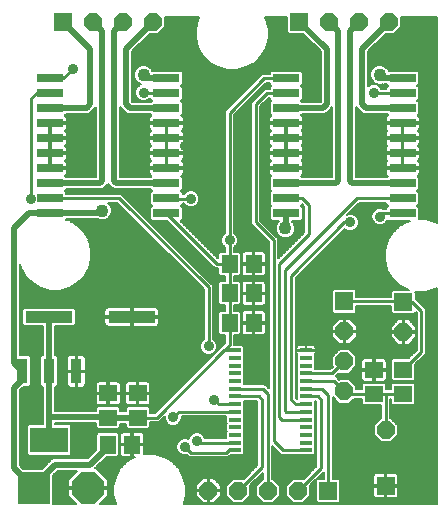
<source format=gtl>
G75*
%MOIN*%
%OFA0B0*%
%FSLAX25Y25*%
%IPPOS*%
%LPD*%
%AMOC8*
5,1,8,0,0,1.08239X$1,22.5*
%
%ADD10R,0.05906X0.05512*%
%ADD11R,0.05512X0.05906*%
%ADD12R,0.15748X0.03937*%
%ADD13R,0.05937X0.05937*%
%ADD14OC8,0.05937*%
%ADD15R,0.10748X0.10748*%
%ADD16OC8,0.10748*%
%ADD17R,0.03937X0.01378*%
%ADD18R,0.08858X0.02953*%
%ADD19R,0.12795X0.08465*%
%ADD20R,0.03740X0.08465*%
%ADD21C,0.01000*%
%ADD22C,0.02000*%
%ADD23C,0.03569*%
%ADD24C,0.00500*%
%ADD25C,0.04356*%
D10*
X0049546Y0065946D03*
X0049546Y0074017D03*
X0059389Y0074017D03*
X0059389Y0065946D03*
X0138129Y0073821D03*
X0138129Y0081891D03*
X0147971Y0081891D03*
X0147971Y0073821D03*
D11*
X0098070Y0097541D03*
X0098070Y0107384D03*
X0089999Y0107384D03*
X0089999Y0097541D03*
X0089999Y0117226D03*
X0098070Y0117226D03*
X0057518Y0056990D03*
X0049448Y0056990D03*
D12*
X0057420Y0099509D03*
X0029861Y0099509D03*
D13*
X0034546Y0197935D03*
X0113286Y0197935D03*
X0128286Y0104667D03*
X0147971Y0104509D03*
X0142026Y0043210D03*
X0122932Y0041596D03*
D14*
X0112932Y0041596D03*
X0102932Y0041596D03*
X0092932Y0041596D03*
X0082932Y0041596D03*
X0128286Y0074667D03*
X0128286Y0084667D03*
X0128286Y0094667D03*
X0147971Y0094509D03*
X0142026Y0061793D03*
X0143286Y0197935D03*
X0133286Y0197935D03*
X0123286Y0197935D03*
X0064546Y0197935D03*
X0054546Y0197935D03*
X0044546Y0197935D03*
D15*
X0024782Y0042423D03*
D16*
X0042814Y0042423D03*
D17*
X0091869Y0055080D03*
X0091869Y0057639D03*
X0091869Y0060198D03*
X0091869Y0062758D03*
X0091869Y0065317D03*
X0091869Y0067876D03*
X0091869Y0070435D03*
X0091869Y0072994D03*
X0091869Y0075553D03*
X0091869Y0078112D03*
X0091869Y0080671D03*
X0091869Y0083230D03*
X0091869Y0085789D03*
X0091869Y0088348D03*
X0115491Y0088348D03*
X0115491Y0085789D03*
X0115491Y0083230D03*
X0115491Y0080671D03*
X0115491Y0078112D03*
X0115491Y0075553D03*
X0115491Y0072994D03*
X0115491Y0070435D03*
X0115491Y0067876D03*
X0115491Y0065317D03*
X0115491Y0062758D03*
X0115491Y0060198D03*
X0115491Y0057639D03*
X0115491Y0055080D03*
D18*
X0108857Y0134096D03*
X0108857Y0139096D03*
X0108857Y0144096D03*
X0108857Y0149096D03*
X0108857Y0154096D03*
X0108857Y0159096D03*
X0108857Y0164096D03*
X0108857Y0169096D03*
X0108857Y0174096D03*
X0108857Y0179096D03*
X0147715Y0179096D03*
X0147715Y0174096D03*
X0147715Y0169096D03*
X0147715Y0164096D03*
X0147715Y0159096D03*
X0147715Y0154096D03*
X0147715Y0149096D03*
X0147715Y0144096D03*
X0147715Y0139096D03*
X0147715Y0134096D03*
X0068975Y0134096D03*
X0068975Y0139096D03*
X0068975Y0144096D03*
X0068975Y0149096D03*
X0068975Y0154096D03*
X0068975Y0159096D03*
X0068975Y0164096D03*
X0068975Y0169096D03*
X0068975Y0174096D03*
X0068975Y0179096D03*
X0030117Y0179096D03*
X0030117Y0174096D03*
X0030117Y0169096D03*
X0030117Y0164096D03*
X0030117Y0159096D03*
X0030117Y0154096D03*
X0030117Y0149096D03*
X0030117Y0144096D03*
X0030117Y0139096D03*
X0030117Y0134096D03*
D19*
X0029861Y0058565D03*
D20*
X0029861Y0081399D03*
X0038916Y0081399D03*
X0020806Y0081399D03*
D21*
X0059389Y0065946D02*
X0065727Y0065946D01*
X0088129Y0088348D01*
X0089999Y0090218D01*
X0089999Y0097541D01*
X0089999Y0107384D01*
X0089999Y0117226D01*
X0089999Y0125100D01*
X0089999Y0167521D01*
X0101574Y0179096D01*
X0108857Y0179096D01*
X0108857Y0174096D02*
X0102479Y0174096D01*
X0098759Y0170376D01*
X0098759Y0131006D01*
X0104664Y0125100D01*
X0104664Y0058171D01*
X0107755Y0055080D01*
X0115491Y0055080D01*
X0120412Y0049076D02*
X0120412Y0071950D01*
X0119369Y0072994D01*
X0115491Y0072994D01*
X0115491Y0075553D02*
X0120747Y0075553D01*
X0122932Y0073368D01*
X0122932Y0041596D01*
X0120412Y0049076D02*
X0112932Y0041596D01*
X0102932Y0041596D02*
X0102696Y0041832D01*
X0102696Y0073919D01*
X0101062Y0075553D01*
X0091869Y0075553D01*
X0091869Y0072994D02*
X0099684Y0072994D01*
X0100727Y0071950D01*
X0100727Y0049391D01*
X0092932Y0041596D01*
X0088916Y0054234D02*
X0089763Y0055080D01*
X0091869Y0055080D01*
X0091869Y0057639D02*
X0079605Y0057639D01*
X0079074Y0058171D01*
X0077105Y0054234D02*
X0088916Y0054234D01*
X0091869Y0067876D02*
X0073306Y0067876D01*
X0071200Y0066045D01*
X0075137Y0056202D02*
X0077105Y0054234D01*
X0086495Y0070435D02*
X0084979Y0071950D01*
X0086495Y0070435D02*
X0091869Y0070435D01*
X0091869Y0088348D02*
X0088129Y0088348D01*
X0083011Y0089667D02*
X0083011Y0109352D01*
X0053267Y0139096D01*
X0030117Y0139096D01*
X0023955Y0138880D02*
X0023955Y0172344D01*
X0025707Y0174096D01*
X0030117Y0174096D01*
X0030117Y0179096D02*
X0034644Y0179096D01*
X0037735Y0182187D01*
X0061357Y0174313D02*
X0068759Y0174313D01*
X0068975Y0174096D01*
X0068975Y0139096D02*
X0069192Y0138880D01*
X0077105Y0138880D01*
X0068975Y0134096D02*
X0085845Y0117226D01*
X0089999Y0117226D01*
X0106633Y0117226D02*
X0106633Y0066045D01*
X0107361Y0065317D01*
X0115491Y0065317D01*
X0115491Y0067876D02*
X0108739Y0067876D01*
X0108601Y0068013D01*
X0108601Y0115258D01*
X0132440Y0139096D01*
X0147715Y0139096D01*
X0147715Y0134096D02*
X0141219Y0134096D01*
X0140097Y0132974D01*
X0130255Y0131006D02*
X0128286Y0131006D01*
X0110570Y0113289D01*
X0110570Y0071950D01*
X0112085Y0070435D01*
X0115491Y0070435D01*
X0115491Y0078112D02*
X0124841Y0078112D01*
X0128286Y0074667D01*
X0129133Y0073821D01*
X0138129Y0073821D01*
X0142066Y0073821D01*
X0142026Y0073781D01*
X0142026Y0061793D01*
X0142066Y0073821D02*
X0147971Y0073821D01*
X0147971Y0081891D02*
X0153877Y0087797D01*
X0153877Y0101478D01*
X0150845Y0104509D01*
X0147971Y0104509D01*
X0147814Y0104667D01*
X0128286Y0104667D01*
X0128286Y0084667D02*
X0124290Y0080671D01*
X0115491Y0080671D01*
X0106633Y0117226D02*
X0116475Y0127069D01*
X0116475Y0136911D01*
X0114290Y0139096D01*
X0108857Y0139096D01*
X0138129Y0174313D02*
X0139881Y0174096D01*
X0147715Y0174096D01*
D22*
X0147715Y0179096D02*
X0140944Y0179096D01*
X0140097Y0180218D01*
X0134192Y0188840D02*
X0134192Y0170376D01*
X0135471Y0169096D01*
X0147715Y0169096D01*
X0134192Y0188840D02*
X0143286Y0197935D01*
X0133286Y0197935D02*
X0130255Y0194903D01*
X0130255Y0144785D01*
X0130944Y0144096D01*
X0147715Y0144096D01*
X0126318Y0144785D02*
X0125629Y0144096D01*
X0108857Y0144096D01*
X0108857Y0134096D02*
X0108857Y0129293D01*
X0108601Y0129037D01*
X0126318Y0144785D02*
X0126318Y0194903D01*
X0123286Y0197935D01*
X0122381Y0188840D02*
X0122381Y0170376D01*
X0121101Y0169096D01*
X0108857Y0169096D01*
X0122381Y0188840D02*
X0113286Y0197935D01*
X0068975Y0179096D02*
X0062479Y0179096D01*
X0061357Y0180218D01*
X0055452Y0188840D02*
X0055452Y0170376D01*
X0056731Y0169096D01*
X0068975Y0169096D01*
X0055452Y0188840D02*
X0064546Y0197935D01*
X0054546Y0197935D02*
X0051515Y0194903D01*
X0051515Y0144785D01*
X0052204Y0144096D01*
X0068975Y0144096D01*
X0047578Y0144785D02*
X0046889Y0144096D01*
X0030117Y0144096D01*
X0030117Y0134096D02*
X0023109Y0134096D01*
X0018050Y0129037D01*
X0018050Y0084155D01*
X0020806Y0081399D01*
X0020806Y0078643D01*
X0018050Y0075887D01*
X0018050Y0049155D01*
X0024782Y0042423D01*
X0024782Y0043250D01*
X0031830Y0050297D01*
X0043542Y0050297D01*
X0049448Y0056202D01*
X0049448Y0056990D01*
X0049546Y0065946D02*
X0049448Y0066045D01*
X0029861Y0066045D01*
X0029861Y0081399D01*
X0029861Y0099509D01*
X0030117Y0134096D02*
X0046731Y0134096D01*
X0047578Y0134943D01*
X0047578Y0144785D02*
X0047578Y0194903D01*
X0044546Y0197935D01*
X0043641Y0188840D02*
X0043641Y0170376D01*
X0042361Y0169096D01*
X0030117Y0169096D01*
X0043641Y0188840D02*
X0034546Y0197935D01*
X0029861Y0066045D02*
X0029861Y0058565D01*
X0049546Y0065946D02*
X0059389Y0065946D01*
D23*
X0071200Y0066045D03*
X0075137Y0056202D03*
X0079074Y0058171D03*
X0084979Y0071950D03*
X0083011Y0089667D03*
X0098759Y0089667D03*
X0118444Y0099509D03*
X0130255Y0131006D03*
X0140097Y0132974D03*
X0140097Y0156596D03*
X0138129Y0174313D03*
X0118444Y0156596D03*
X0089999Y0125100D03*
X0077105Y0138880D03*
X0075137Y0156596D03*
X0061357Y0174313D03*
X0075137Y0186124D03*
X0039704Y0156596D03*
X0023955Y0138880D03*
X0037735Y0182187D03*
D24*
X0031206Y0046775D02*
X0031206Y0037080D01*
X0038789Y0037080D01*
X0036190Y0039679D01*
X0036190Y0042173D01*
X0042564Y0042173D01*
X0042564Y0042673D01*
X0036190Y0042673D01*
X0036190Y0045167D01*
X0039270Y0048247D01*
X0032679Y0048247D01*
X0031206Y0046775D01*
X0031206Y0046539D02*
X0037562Y0046539D01*
X0038060Y0047037D02*
X0031469Y0047037D01*
X0031967Y0047536D02*
X0038559Y0047536D01*
X0039057Y0048034D02*
X0032466Y0048034D01*
X0031206Y0046040D02*
X0037063Y0046040D01*
X0036565Y0045542D02*
X0031206Y0045542D01*
X0031206Y0045043D02*
X0036190Y0045043D01*
X0036190Y0044545D02*
X0031206Y0044545D01*
X0031206Y0044046D02*
X0036190Y0044046D01*
X0036190Y0043548D02*
X0031206Y0043548D01*
X0031206Y0043049D02*
X0036190Y0043049D01*
X0036190Y0042052D02*
X0031206Y0042052D01*
X0031206Y0041554D02*
X0036190Y0041554D01*
X0036190Y0041055D02*
X0031206Y0041055D01*
X0031206Y0040557D02*
X0036190Y0040557D01*
X0036190Y0040058D02*
X0031206Y0040058D01*
X0031206Y0039560D02*
X0036309Y0039560D01*
X0036808Y0039061D02*
X0031206Y0039061D01*
X0031206Y0038562D02*
X0037306Y0038562D01*
X0037805Y0038064D02*
X0031206Y0038064D01*
X0031206Y0037565D02*
X0038303Y0037565D01*
X0042564Y0042551D02*
X0031206Y0042551D01*
X0027480Y0048847D02*
X0021257Y0048847D01*
X0020100Y0050004D01*
X0020100Y0075038D01*
X0021179Y0076117D01*
X0023111Y0076117D01*
X0023726Y0076732D01*
X0023726Y0086066D01*
X0023111Y0086682D01*
X0020100Y0086682D01*
X0020100Y0117307D01*
X0020532Y0115696D01*
X0022128Y0112931D01*
X0024385Y0110674D01*
X0027150Y0109078D01*
X0030233Y0108252D01*
X0033426Y0108252D01*
X0036509Y0109078D01*
X0039274Y0110674D01*
X0041531Y0112931D01*
X0043127Y0115696D01*
X0043954Y0118779D01*
X0043954Y0121972D01*
X0043127Y0125055D01*
X0041531Y0127820D01*
X0039274Y0130077D01*
X0036509Y0131673D01*
X0035386Y0131974D01*
X0035457Y0132046D01*
X0046135Y0132046D01*
X0046935Y0131715D01*
X0048220Y0131715D01*
X0049406Y0132206D01*
X0050314Y0133114D01*
X0050805Y0134300D01*
X0050805Y0135585D01*
X0050314Y0136771D01*
X0049539Y0137546D01*
X0052624Y0137546D01*
X0081461Y0108710D01*
X0081461Y0092093D01*
X0081405Y0092070D01*
X0080608Y0091272D01*
X0080176Y0090231D01*
X0080176Y0089103D01*
X0080608Y0088061D01*
X0081405Y0087264D01*
X0082447Y0086833D01*
X0083574Y0086833D01*
X0084616Y0087264D01*
X0085413Y0088061D01*
X0085845Y0089103D01*
X0085845Y0090231D01*
X0085413Y0091272D01*
X0084616Y0092070D01*
X0084561Y0092093D01*
X0084561Y0109994D01*
X0083653Y0110902D01*
X0053909Y0140646D01*
X0035596Y0140646D01*
X0035596Y0141007D01*
X0035007Y0141596D01*
X0035457Y0142046D01*
X0047738Y0142046D01*
X0048939Y0143247D01*
X0049546Y0143854D01*
X0050154Y0143247D01*
X0051354Y0142046D01*
X0063635Y0142046D01*
X0064085Y0141596D01*
X0063496Y0141007D01*
X0063496Y0137185D01*
X0064085Y0136596D01*
X0063496Y0136007D01*
X0063496Y0132185D01*
X0064111Y0131570D01*
X0069310Y0131570D01*
X0084295Y0116584D01*
X0085203Y0115676D01*
X0086193Y0115676D01*
X0086193Y0113838D01*
X0086808Y0113223D01*
X0088449Y0113223D01*
X0088449Y0111386D01*
X0086808Y0111386D01*
X0086193Y0110771D01*
X0086193Y0103996D01*
X0086808Y0103381D01*
X0088449Y0103381D01*
X0088449Y0101544D01*
X0086808Y0101544D01*
X0086193Y0100929D01*
X0086193Y0094153D01*
X0086808Y0093538D01*
X0088449Y0093538D01*
X0088449Y0090860D01*
X0087487Y0089898D01*
X0065085Y0067496D01*
X0063391Y0067496D01*
X0063391Y0069137D01*
X0062776Y0069752D01*
X0056001Y0069752D01*
X0055386Y0069137D01*
X0055386Y0067996D01*
X0053549Y0067996D01*
X0053549Y0069137D01*
X0052934Y0069752D01*
X0046158Y0069752D01*
X0045543Y0069137D01*
X0045543Y0068095D01*
X0031911Y0068095D01*
X0031911Y0076117D01*
X0032166Y0076117D01*
X0032781Y0076732D01*
X0032781Y0086066D01*
X0032166Y0086682D01*
X0031911Y0086682D01*
X0031911Y0096491D01*
X0038170Y0096491D01*
X0038785Y0097106D01*
X0038785Y0101913D01*
X0038170Y0102528D01*
X0021552Y0102528D01*
X0020937Y0101913D01*
X0020937Y0097106D01*
X0021552Y0096491D01*
X0027811Y0096491D01*
X0027811Y0086682D01*
X0027556Y0086682D01*
X0026941Y0086066D01*
X0026941Y0076732D01*
X0027556Y0076117D01*
X0027811Y0076117D01*
X0027811Y0063847D01*
X0023028Y0063847D01*
X0022413Y0063232D01*
X0022413Y0053897D01*
X0023028Y0053282D01*
X0036694Y0053282D01*
X0037309Y0053897D01*
X0037309Y0063232D01*
X0036694Y0063847D01*
X0031911Y0063847D01*
X0031911Y0063995D01*
X0045543Y0063995D01*
X0045543Y0062756D01*
X0046158Y0062141D01*
X0052934Y0062141D01*
X0053549Y0062756D01*
X0053549Y0063896D01*
X0055386Y0063896D01*
X0055386Y0062756D01*
X0056001Y0062141D01*
X0062776Y0062141D01*
X0063391Y0062756D01*
X0063391Y0064396D01*
X0066369Y0064396D01*
X0067277Y0065304D01*
X0068365Y0066393D01*
X0068365Y0065481D01*
X0068797Y0064439D01*
X0069594Y0063642D01*
X0070636Y0063211D01*
X0071763Y0063211D01*
X0072805Y0063642D01*
X0073602Y0064439D01*
X0074034Y0065481D01*
X0074034Y0066326D01*
X0088850Y0066326D01*
X0088850Y0064193D01*
X0089006Y0064037D01*
X0088850Y0063881D01*
X0088850Y0061634D01*
X0089006Y0061478D01*
X0088850Y0061322D01*
X0088850Y0059189D01*
X0081719Y0059189D01*
X0081476Y0059776D01*
X0080679Y0060574D01*
X0079637Y0061005D01*
X0078510Y0061005D01*
X0077468Y0060574D01*
X0076671Y0059776D01*
X0076267Y0058802D01*
X0075700Y0059037D01*
X0074573Y0059037D01*
X0073531Y0058605D01*
X0072734Y0057808D01*
X0072302Y0056766D01*
X0072302Y0055639D01*
X0072734Y0054597D01*
X0073531Y0053800D01*
X0074573Y0053368D01*
X0075700Y0053368D01*
X0075756Y0053391D01*
X0076463Y0052684D01*
X0089558Y0052684D01*
X0090216Y0053341D01*
X0094272Y0053341D01*
X0094887Y0053956D01*
X0094887Y0056204D01*
X0094732Y0056360D01*
X0094887Y0056516D01*
X0094887Y0058763D01*
X0094732Y0058919D01*
X0094887Y0059075D01*
X0094887Y0061322D01*
X0094732Y0061478D01*
X0094887Y0061634D01*
X0094887Y0063881D01*
X0094732Y0064037D01*
X0094887Y0064193D01*
X0094887Y0066440D01*
X0094732Y0066596D01*
X0094887Y0066752D01*
X0094887Y0069000D01*
X0094732Y0069155D01*
X0094887Y0069311D01*
X0094887Y0071444D01*
X0099042Y0071444D01*
X0099177Y0071308D01*
X0099177Y0050033D01*
X0094677Y0045534D01*
X0094596Y0045615D01*
X0091267Y0045615D01*
X0088913Y0043261D01*
X0088913Y0039932D01*
X0091267Y0037578D01*
X0094596Y0037578D01*
X0096950Y0039932D01*
X0096950Y0043261D01*
X0096869Y0043342D01*
X0101146Y0047618D01*
X0101146Y0045493D01*
X0098913Y0043261D01*
X0098913Y0039932D01*
X0101267Y0037578D01*
X0104596Y0037578D01*
X0106950Y0039932D01*
X0106950Y0043261D01*
X0104596Y0045615D01*
X0104246Y0045615D01*
X0104246Y0056397D01*
X0106205Y0054438D01*
X0107113Y0053530D01*
X0112899Y0053530D01*
X0113087Y0053341D01*
X0117894Y0053341D01*
X0118509Y0053956D01*
X0118509Y0056204D01*
X0118354Y0056360D01*
X0118509Y0056516D01*
X0118509Y0058763D01*
X0118354Y0058919D01*
X0118509Y0059075D01*
X0118509Y0061322D01*
X0118354Y0061478D01*
X0118509Y0061634D01*
X0118509Y0063881D01*
X0118354Y0064037D01*
X0118509Y0064193D01*
X0118509Y0066440D01*
X0118354Y0066596D01*
X0118509Y0066752D01*
X0118509Y0069000D01*
X0118354Y0069155D01*
X0118509Y0069311D01*
X0118509Y0071444D01*
X0118727Y0071444D01*
X0118862Y0071308D01*
X0118862Y0049718D01*
X0114677Y0045534D01*
X0114596Y0045615D01*
X0111267Y0045615D01*
X0108913Y0043261D01*
X0108913Y0039932D01*
X0111267Y0037578D01*
X0114596Y0037578D01*
X0116950Y0039932D01*
X0116950Y0043261D01*
X0116869Y0043342D01*
X0121054Y0047526D01*
X0121382Y0047854D01*
X0121382Y0045615D01*
X0119528Y0045615D01*
X0118913Y0045000D01*
X0118913Y0038193D01*
X0119528Y0037578D01*
X0126335Y0037578D01*
X0126950Y0038193D01*
X0126950Y0045000D01*
X0126335Y0045615D01*
X0124482Y0045615D01*
X0124482Y0072788D01*
X0126622Y0070648D01*
X0129951Y0070648D01*
X0131573Y0072271D01*
X0134126Y0072271D01*
X0134126Y0070630D01*
X0134741Y0070015D01*
X0140476Y0070015D01*
X0140476Y0065811D01*
X0140362Y0065811D01*
X0138008Y0063457D01*
X0138008Y0060128D01*
X0140362Y0057774D01*
X0143691Y0057774D01*
X0146045Y0060128D01*
X0146045Y0063457D01*
X0143691Y0065811D01*
X0143576Y0065811D01*
X0143576Y0072271D01*
X0143968Y0072271D01*
X0143968Y0070630D01*
X0144584Y0070015D01*
X0151359Y0070015D01*
X0151974Y0070630D01*
X0151974Y0077011D01*
X0151359Y0077626D01*
X0144584Y0077626D01*
X0143968Y0077011D01*
X0143968Y0075370D01*
X0142131Y0075370D01*
X0142131Y0077011D01*
X0141516Y0077626D01*
X0134741Y0077626D01*
X0134126Y0077011D01*
X0134126Y0075370D01*
X0132305Y0075370D01*
X0132305Y0076331D01*
X0129951Y0078685D01*
X0126622Y0078685D01*
X0126541Y0078604D01*
X0125483Y0079662D01*
X0125473Y0079662D01*
X0125840Y0080029D01*
X0126541Y0080729D01*
X0126622Y0080648D01*
X0129951Y0080648D01*
X0132305Y0083002D01*
X0132305Y0086331D01*
X0129951Y0088685D01*
X0126622Y0088685D01*
X0124268Y0086331D01*
X0124268Y0083002D01*
X0124349Y0082921D01*
X0123648Y0082221D01*
X0118509Y0082221D01*
X0118509Y0084354D01*
X0118354Y0084509D01*
X0118509Y0084665D01*
X0118509Y0086913D01*
X0118486Y0086937D01*
X0118624Y0087177D01*
X0118709Y0087495D01*
X0118709Y0088254D01*
X0115585Y0088254D01*
X0115585Y0088443D01*
X0115396Y0088443D01*
X0115396Y0090287D01*
X0113358Y0090287D01*
X0113040Y0090202D01*
X0112755Y0090037D01*
X0112522Y0089805D01*
X0112358Y0089520D01*
X0112272Y0089202D01*
X0112272Y0088443D01*
X0115396Y0088443D01*
X0115396Y0088254D01*
X0112272Y0088254D01*
X0112272Y0087495D01*
X0112358Y0087177D01*
X0112496Y0086937D01*
X0112472Y0086913D01*
X0112472Y0084665D01*
X0112628Y0084509D01*
X0112472Y0084354D01*
X0112472Y0082106D01*
X0112628Y0081950D01*
X0112472Y0081795D01*
X0112472Y0079547D01*
X0112628Y0079391D01*
X0112472Y0079236D01*
X0112472Y0076988D01*
X0112628Y0076832D01*
X0112472Y0076677D01*
X0112472Y0074429D01*
X0112628Y0074273D01*
X0112472Y0074118D01*
X0112472Y0072240D01*
X0112120Y0072592D01*
X0112120Y0112647D01*
X0128362Y0128890D01*
X0128649Y0128603D01*
X0129691Y0128171D01*
X0130818Y0128171D01*
X0131860Y0128603D01*
X0132657Y0129400D01*
X0133089Y0130442D01*
X0133089Y0131569D01*
X0132657Y0132611D01*
X0131860Y0133408D01*
X0130818Y0133840D01*
X0129691Y0133840D01*
X0129152Y0133617D01*
X0133082Y0137546D01*
X0142236Y0137546D01*
X0142236Y0137185D01*
X0142825Y0136596D01*
X0142236Y0136007D01*
X0142236Y0135646D01*
X0141053Y0135646D01*
X0140661Y0135808D01*
X0139533Y0135808D01*
X0138492Y0135377D01*
X0137694Y0134580D01*
X0137263Y0133538D01*
X0137263Y0132410D01*
X0137694Y0131369D01*
X0138492Y0130571D01*
X0139533Y0130140D01*
X0140661Y0130140D01*
X0141703Y0130571D01*
X0142500Y0131369D01*
X0142662Y0131759D01*
X0142851Y0131570D01*
X0150279Y0131570D01*
X0149197Y0131280D01*
X0146432Y0129684D01*
X0144175Y0127426D01*
X0142579Y0124662D01*
X0141753Y0121578D01*
X0141753Y0118386D01*
X0142579Y0115302D01*
X0144175Y0112538D01*
X0146432Y0110280D01*
X0149197Y0108684D01*
X0149780Y0108528D01*
X0144568Y0108528D01*
X0143953Y0107913D01*
X0143953Y0106217D01*
X0132305Y0106217D01*
X0132305Y0108070D01*
X0131690Y0108685D01*
X0124883Y0108685D01*
X0124268Y0108070D01*
X0124268Y0101264D01*
X0124883Y0100648D01*
X0131690Y0100648D01*
X0132305Y0101264D01*
X0132305Y0103117D01*
X0143953Y0103117D01*
X0143953Y0101106D01*
X0144568Y0100491D01*
X0151375Y0100491D01*
X0151990Y0101106D01*
X0151990Y0101173D01*
X0152327Y0100836D01*
X0152327Y0088439D01*
X0149585Y0085697D01*
X0144584Y0085697D01*
X0143968Y0085082D01*
X0143968Y0078701D01*
X0144584Y0078085D01*
X0151359Y0078085D01*
X0151974Y0078701D01*
X0151974Y0083702D01*
X0154519Y0086247D01*
X0155427Y0087155D01*
X0155427Y0102120D01*
X0152395Y0105152D01*
X0151990Y0105557D01*
X0151990Y0107913D01*
X0151958Y0107944D01*
X0152281Y0107858D01*
X0155473Y0107858D01*
X0158556Y0108684D01*
X0159219Y0109067D01*
X0159219Y0037080D01*
X0074657Y0037080D01*
X0075450Y0040039D01*
X0075450Y0043232D01*
X0074623Y0046315D01*
X0073027Y0049080D01*
X0070770Y0051337D01*
X0068005Y0052933D01*
X0064922Y0053759D01*
X0061729Y0053759D01*
X0061476Y0053692D01*
X0061524Y0053872D01*
X0061524Y0056740D01*
X0057769Y0056740D01*
X0057769Y0057240D01*
X0061524Y0057240D01*
X0061524Y0060107D01*
X0061439Y0060425D01*
X0061275Y0060710D01*
X0061042Y0060943D01*
X0060757Y0061107D01*
X0060439Y0061193D01*
X0057768Y0061193D01*
X0057768Y0057240D01*
X0057268Y0057240D01*
X0057268Y0056740D01*
X0053513Y0056740D01*
X0053513Y0053872D01*
X0053598Y0053555D01*
X0053762Y0053270D01*
X0053995Y0053037D01*
X0054280Y0052872D01*
X0054598Y0052787D01*
X0057268Y0052787D01*
X0057268Y0056740D01*
X0057768Y0056740D01*
X0057768Y0052787D01*
X0058393Y0052787D01*
X0055881Y0051337D01*
X0053624Y0049080D01*
X0052028Y0046315D01*
X0051202Y0043232D01*
X0051202Y0040039D01*
X0051994Y0037080D01*
X0046839Y0037080D01*
X0049438Y0039679D01*
X0049438Y0042173D01*
X0043064Y0042173D01*
X0043064Y0042673D01*
X0049438Y0042673D01*
X0049438Y0045167D01*
X0045558Y0049047D01*
X0045191Y0049047D01*
X0045592Y0049448D01*
X0049131Y0052987D01*
X0052638Y0052987D01*
X0053254Y0053602D01*
X0053254Y0060377D01*
X0052638Y0060993D01*
X0046257Y0060993D01*
X0045642Y0060377D01*
X0045642Y0055296D01*
X0042693Y0052347D01*
X0030980Y0052347D01*
X0027480Y0048847D01*
X0027665Y0049031D02*
X0021073Y0049031D01*
X0020575Y0049530D02*
X0028163Y0049530D01*
X0028662Y0050028D02*
X0020100Y0050028D01*
X0020100Y0050527D02*
X0029160Y0050527D01*
X0029659Y0051025D02*
X0020100Y0051025D01*
X0020100Y0051524D02*
X0030157Y0051524D01*
X0030656Y0052022D02*
X0020100Y0052022D01*
X0020100Y0052521D02*
X0042867Y0052521D01*
X0043365Y0053019D02*
X0020100Y0053019D01*
X0020100Y0053518D02*
X0022793Y0053518D01*
X0022413Y0054016D02*
X0020100Y0054016D01*
X0020100Y0054515D02*
X0022413Y0054515D01*
X0022413Y0055013D02*
X0020100Y0055013D01*
X0020100Y0055512D02*
X0022413Y0055512D01*
X0022413Y0056010D02*
X0020100Y0056010D01*
X0020100Y0056509D02*
X0022413Y0056509D01*
X0022413Y0057007D02*
X0020100Y0057007D01*
X0020100Y0057506D02*
X0022413Y0057506D01*
X0022413Y0058004D02*
X0020100Y0058004D01*
X0020100Y0058503D02*
X0022413Y0058503D01*
X0022413Y0059001D02*
X0020100Y0059001D01*
X0020100Y0059500D02*
X0022413Y0059500D01*
X0022413Y0059998D02*
X0020100Y0059998D01*
X0020100Y0060497D02*
X0022413Y0060497D01*
X0022413Y0060995D02*
X0020100Y0060995D01*
X0020100Y0061494D02*
X0022413Y0061494D01*
X0022413Y0061993D02*
X0020100Y0061993D01*
X0020100Y0062491D02*
X0022413Y0062491D01*
X0022413Y0062990D02*
X0020100Y0062990D01*
X0020100Y0063488D02*
X0022670Y0063488D01*
X0020100Y0063987D02*
X0027811Y0063987D01*
X0027811Y0064485D02*
X0020100Y0064485D01*
X0020100Y0064984D02*
X0027811Y0064984D01*
X0027811Y0065482D02*
X0020100Y0065482D01*
X0020100Y0065981D02*
X0027811Y0065981D01*
X0027811Y0066479D02*
X0020100Y0066479D01*
X0020100Y0066978D02*
X0027811Y0066978D01*
X0027811Y0067476D02*
X0020100Y0067476D01*
X0020100Y0067975D02*
X0027811Y0067975D01*
X0027811Y0068473D02*
X0020100Y0068473D01*
X0020100Y0068972D02*
X0027811Y0068972D01*
X0027811Y0069470D02*
X0020100Y0069470D01*
X0020100Y0069969D02*
X0027811Y0069969D01*
X0027811Y0070467D02*
X0020100Y0070467D01*
X0020100Y0070966D02*
X0027811Y0070966D01*
X0027811Y0071464D02*
X0020100Y0071464D01*
X0020100Y0071963D02*
X0027811Y0071963D01*
X0027811Y0072461D02*
X0020100Y0072461D01*
X0020100Y0072960D02*
X0027811Y0072960D01*
X0027811Y0073458D02*
X0020100Y0073458D01*
X0020100Y0073957D02*
X0027811Y0073957D01*
X0027811Y0074455D02*
X0020100Y0074455D01*
X0020100Y0074954D02*
X0027811Y0074954D01*
X0027811Y0075452D02*
X0020514Y0075452D01*
X0021013Y0075951D02*
X0027811Y0075951D01*
X0027224Y0076449D02*
X0023443Y0076449D01*
X0023726Y0076948D02*
X0026941Y0076948D01*
X0026941Y0077446D02*
X0023726Y0077446D01*
X0023726Y0077945D02*
X0026941Y0077945D01*
X0026941Y0078443D02*
X0023726Y0078443D01*
X0023726Y0078942D02*
X0026941Y0078942D01*
X0026941Y0079440D02*
X0023726Y0079440D01*
X0023726Y0079939D02*
X0026941Y0079939D01*
X0026941Y0080437D02*
X0023726Y0080437D01*
X0023726Y0080936D02*
X0026941Y0080936D01*
X0026941Y0081434D02*
X0023726Y0081434D01*
X0023726Y0081933D02*
X0026941Y0081933D01*
X0026941Y0082431D02*
X0023726Y0082431D01*
X0023726Y0082930D02*
X0026941Y0082930D01*
X0026941Y0083429D02*
X0023726Y0083429D01*
X0023726Y0083927D02*
X0026941Y0083927D01*
X0026941Y0084426D02*
X0023726Y0084426D01*
X0023726Y0084924D02*
X0026941Y0084924D01*
X0026941Y0085423D02*
X0023726Y0085423D01*
X0023726Y0085921D02*
X0026941Y0085921D01*
X0027294Y0086420D02*
X0023373Y0086420D01*
X0020100Y0086918D02*
X0027811Y0086918D01*
X0027811Y0087417D02*
X0020100Y0087417D01*
X0020100Y0087915D02*
X0027811Y0087915D01*
X0027811Y0088414D02*
X0020100Y0088414D01*
X0020100Y0088912D02*
X0027811Y0088912D01*
X0027811Y0089411D02*
X0020100Y0089411D01*
X0020100Y0089909D02*
X0027811Y0089909D01*
X0027811Y0090408D02*
X0020100Y0090408D01*
X0020100Y0090906D02*
X0027811Y0090906D01*
X0027811Y0091405D02*
X0020100Y0091405D01*
X0020100Y0091903D02*
X0027811Y0091903D01*
X0027811Y0092402D02*
X0020100Y0092402D01*
X0020100Y0092900D02*
X0027811Y0092900D01*
X0027811Y0093399D02*
X0020100Y0093399D01*
X0020100Y0093897D02*
X0027811Y0093897D01*
X0027811Y0094396D02*
X0020100Y0094396D01*
X0020100Y0094894D02*
X0027811Y0094894D01*
X0027811Y0095393D02*
X0020100Y0095393D01*
X0020100Y0095891D02*
X0027811Y0095891D01*
X0027811Y0096390D02*
X0020100Y0096390D01*
X0020100Y0096888D02*
X0021155Y0096888D01*
X0020937Y0097387D02*
X0020100Y0097387D01*
X0020100Y0097885D02*
X0020937Y0097885D01*
X0020937Y0098384D02*
X0020100Y0098384D01*
X0020100Y0098882D02*
X0020937Y0098882D01*
X0020937Y0099381D02*
X0020100Y0099381D01*
X0020100Y0099879D02*
X0020937Y0099879D01*
X0020937Y0100378D02*
X0020100Y0100378D01*
X0020100Y0100876D02*
X0020937Y0100876D01*
X0020937Y0101375D02*
X0020100Y0101375D01*
X0020100Y0101873D02*
X0020937Y0101873D01*
X0021396Y0102372D02*
X0020100Y0102372D01*
X0020100Y0102870D02*
X0081461Y0102870D01*
X0081461Y0102372D02*
X0066168Y0102372D01*
X0066062Y0102478D02*
X0065777Y0102643D01*
X0065459Y0102728D01*
X0057670Y0102728D01*
X0057670Y0099760D01*
X0057170Y0099760D01*
X0057170Y0102728D01*
X0049381Y0102728D01*
X0049064Y0102643D01*
X0048779Y0102478D01*
X0048546Y0102245D01*
X0048381Y0101960D01*
X0048296Y0101643D01*
X0048296Y0099759D01*
X0057170Y0099759D01*
X0057170Y0099259D01*
X0057670Y0099259D01*
X0057670Y0096291D01*
X0065459Y0096291D01*
X0065777Y0096376D01*
X0066062Y0096541D01*
X0066294Y0096773D01*
X0066459Y0097058D01*
X0066544Y0097376D01*
X0066544Y0099259D01*
X0057670Y0099259D01*
X0057670Y0099759D01*
X0066544Y0099759D01*
X0066544Y0101643D01*
X0066459Y0101960D01*
X0066294Y0102245D01*
X0066062Y0102478D01*
X0066482Y0101873D02*
X0081461Y0101873D01*
X0081461Y0101375D02*
X0066544Y0101375D01*
X0066544Y0100876D02*
X0081461Y0100876D01*
X0081461Y0100378D02*
X0066544Y0100378D01*
X0066544Y0099879D02*
X0081461Y0099879D01*
X0081461Y0099381D02*
X0057670Y0099381D01*
X0057670Y0099879D02*
X0057170Y0099879D01*
X0057170Y0099381D02*
X0038785Y0099381D01*
X0038785Y0099879D02*
X0048296Y0099879D01*
X0048296Y0100378D02*
X0038785Y0100378D01*
X0038785Y0100876D02*
X0048296Y0100876D01*
X0048296Y0101375D02*
X0038785Y0101375D01*
X0038785Y0101873D02*
X0048358Y0101873D01*
X0048672Y0102372D02*
X0038326Y0102372D01*
X0038785Y0098882D02*
X0048296Y0098882D01*
X0048296Y0099259D02*
X0048296Y0097376D01*
X0048381Y0097058D01*
X0048546Y0096773D01*
X0048779Y0096541D01*
X0049064Y0096376D01*
X0049381Y0096291D01*
X0057170Y0096291D01*
X0057170Y0099259D01*
X0048296Y0099259D01*
X0048296Y0098384D02*
X0038785Y0098384D01*
X0038785Y0097885D02*
X0048296Y0097885D01*
X0048296Y0097387D02*
X0038785Y0097387D01*
X0038567Y0096888D02*
X0048479Y0096888D01*
X0049040Y0096390D02*
X0031911Y0096390D01*
X0031911Y0095891D02*
X0081461Y0095891D01*
X0081461Y0095393D02*
X0031911Y0095393D01*
X0031911Y0094894D02*
X0081461Y0094894D01*
X0081461Y0094396D02*
X0031911Y0094396D01*
X0031911Y0093897D02*
X0081461Y0093897D01*
X0081461Y0093399D02*
X0031911Y0093399D01*
X0031911Y0092900D02*
X0081461Y0092900D01*
X0081461Y0092402D02*
X0031911Y0092402D01*
X0031911Y0091903D02*
X0081239Y0091903D01*
X0080740Y0091405D02*
X0031911Y0091405D01*
X0031911Y0090906D02*
X0080456Y0090906D01*
X0080250Y0090408D02*
X0031911Y0090408D01*
X0031911Y0089909D02*
X0080176Y0089909D01*
X0080176Y0089411D02*
X0031911Y0089411D01*
X0031911Y0088912D02*
X0080255Y0088912D01*
X0080462Y0088414D02*
X0031911Y0088414D01*
X0031911Y0087915D02*
X0080754Y0087915D01*
X0081253Y0087417D02*
X0031911Y0087417D01*
X0031911Y0086918D02*
X0082241Y0086918D01*
X0083780Y0086918D02*
X0084507Y0086918D01*
X0084768Y0087417D02*
X0085005Y0087417D01*
X0085267Y0087915D02*
X0085504Y0087915D01*
X0085559Y0088414D02*
X0086002Y0088414D01*
X0085766Y0088912D02*
X0086501Y0088912D01*
X0086999Y0089411D02*
X0085845Y0089411D01*
X0085845Y0089909D02*
X0087498Y0089909D01*
X0087996Y0090408D02*
X0085772Y0090408D01*
X0085565Y0090906D02*
X0088449Y0090906D01*
X0088449Y0091405D02*
X0085281Y0091405D01*
X0084783Y0091903D02*
X0088449Y0091903D01*
X0088449Y0092402D02*
X0084561Y0092402D01*
X0084561Y0092900D02*
X0088449Y0092900D01*
X0088449Y0093399D02*
X0084561Y0093399D01*
X0084561Y0093897D02*
X0086449Y0093897D01*
X0086193Y0094396D02*
X0084561Y0094396D01*
X0084561Y0094894D02*
X0086193Y0094894D01*
X0086193Y0095393D02*
X0084561Y0095393D01*
X0084561Y0095891D02*
X0086193Y0095891D01*
X0086193Y0096390D02*
X0084561Y0096390D01*
X0084561Y0096888D02*
X0086193Y0096888D01*
X0086193Y0097387D02*
X0084561Y0097387D01*
X0084561Y0097885D02*
X0086193Y0097885D01*
X0086193Y0098384D02*
X0084561Y0098384D01*
X0084561Y0098882D02*
X0086193Y0098882D01*
X0086193Y0099381D02*
X0084561Y0099381D01*
X0084561Y0099879D02*
X0086193Y0099879D01*
X0086193Y0100378D02*
X0084561Y0100378D01*
X0084561Y0100876D02*
X0086193Y0100876D01*
X0086639Y0101375D02*
X0084561Y0101375D01*
X0084561Y0101873D02*
X0088449Y0101873D01*
X0088449Y0102372D02*
X0084561Y0102372D01*
X0084561Y0102870D02*
X0088449Y0102870D01*
X0088449Y0103369D02*
X0084561Y0103369D01*
X0084561Y0103867D02*
X0086321Y0103867D01*
X0086193Y0104366D02*
X0084561Y0104366D01*
X0084561Y0104864D02*
X0086193Y0104864D01*
X0086193Y0105363D02*
X0084561Y0105363D01*
X0084561Y0105862D02*
X0086193Y0105862D01*
X0086193Y0106360D02*
X0084561Y0106360D01*
X0084561Y0106859D02*
X0086193Y0106859D01*
X0086193Y0107357D02*
X0084561Y0107357D01*
X0084561Y0107856D02*
X0086193Y0107856D01*
X0086193Y0108354D02*
X0084561Y0108354D01*
X0084561Y0108853D02*
X0086193Y0108853D01*
X0086193Y0109351D02*
X0084561Y0109351D01*
X0084561Y0109850D02*
X0086193Y0109850D01*
X0086193Y0110348D02*
X0084207Y0110348D01*
X0083708Y0110847D02*
X0086268Y0110847D01*
X0086767Y0111345D02*
X0083209Y0111345D01*
X0082711Y0111844D02*
X0088449Y0111844D01*
X0088449Y0112342D02*
X0082212Y0112342D01*
X0081714Y0112841D02*
X0088449Y0112841D01*
X0086692Y0113339D02*
X0081215Y0113339D01*
X0080717Y0113838D02*
X0086194Y0113838D01*
X0086193Y0114336D02*
X0080218Y0114336D01*
X0079720Y0114835D02*
X0086193Y0114835D01*
X0086193Y0115333D02*
X0079221Y0115333D01*
X0078723Y0115832D02*
X0085047Y0115832D01*
X0084549Y0116330D02*
X0078224Y0116330D01*
X0077726Y0116829D02*
X0084050Y0116829D01*
X0083552Y0117327D02*
X0077227Y0117327D01*
X0076729Y0117826D02*
X0083053Y0117826D01*
X0082555Y0118324D02*
X0076230Y0118324D01*
X0075732Y0118823D02*
X0082056Y0118823D01*
X0081558Y0119321D02*
X0075233Y0119321D01*
X0074735Y0119820D02*
X0081059Y0119820D01*
X0080561Y0120318D02*
X0074236Y0120318D01*
X0073738Y0120817D02*
X0080062Y0120817D01*
X0079564Y0121315D02*
X0073239Y0121315D01*
X0072741Y0121814D02*
X0079065Y0121814D01*
X0078567Y0122312D02*
X0072242Y0122312D01*
X0071744Y0122811D02*
X0078068Y0122811D01*
X0077570Y0123309D02*
X0071245Y0123309D01*
X0070747Y0123808D02*
X0077071Y0123808D01*
X0076573Y0124306D02*
X0070248Y0124306D01*
X0069750Y0124805D02*
X0076074Y0124805D01*
X0075576Y0125303D02*
X0069251Y0125303D01*
X0068753Y0125802D02*
X0075077Y0125802D01*
X0074579Y0126300D02*
X0068254Y0126300D01*
X0067756Y0126799D02*
X0074080Y0126799D01*
X0073582Y0127298D02*
X0067257Y0127298D01*
X0066759Y0127796D02*
X0073083Y0127796D01*
X0072585Y0128295D02*
X0066260Y0128295D01*
X0065762Y0128793D02*
X0072086Y0128793D01*
X0071588Y0129292D02*
X0065263Y0129292D01*
X0064765Y0129790D02*
X0071089Y0129790D01*
X0070591Y0130289D02*
X0064266Y0130289D01*
X0063768Y0130787D02*
X0070092Y0130787D01*
X0069594Y0131286D02*
X0063269Y0131286D01*
X0062771Y0131784D02*
X0063897Y0131784D01*
X0063496Y0132283D02*
X0062272Y0132283D01*
X0061773Y0132781D02*
X0063496Y0132781D01*
X0063496Y0133280D02*
X0061275Y0133280D01*
X0060776Y0133778D02*
X0063496Y0133778D01*
X0063496Y0134277D02*
X0060278Y0134277D01*
X0059779Y0134775D02*
X0063496Y0134775D01*
X0063496Y0135274D02*
X0059281Y0135274D01*
X0058782Y0135772D02*
X0063496Y0135772D01*
X0063759Y0136271D02*
X0058284Y0136271D01*
X0057785Y0136769D02*
X0063912Y0136769D01*
X0063496Y0137268D02*
X0057287Y0137268D01*
X0056788Y0137766D02*
X0063496Y0137766D01*
X0063496Y0138265D02*
X0056290Y0138265D01*
X0055791Y0138763D02*
X0063496Y0138763D01*
X0063496Y0139262D02*
X0055293Y0139262D01*
X0054794Y0139760D02*
X0063496Y0139760D01*
X0063496Y0140259D02*
X0054296Y0140259D01*
X0052903Y0137268D02*
X0049817Y0137268D01*
X0050315Y0136769D02*
X0053401Y0136769D01*
X0053900Y0136271D02*
X0050521Y0136271D01*
X0050728Y0135772D02*
X0054398Y0135772D01*
X0054897Y0135274D02*
X0050805Y0135274D01*
X0050805Y0134775D02*
X0055395Y0134775D01*
X0055894Y0134277D02*
X0050796Y0134277D01*
X0050589Y0133778D02*
X0056392Y0133778D01*
X0056891Y0133280D02*
X0050383Y0133280D01*
X0049981Y0132781D02*
X0057389Y0132781D01*
X0057888Y0132283D02*
X0049483Y0132283D01*
X0048387Y0131784D02*
X0058386Y0131784D01*
X0058885Y0131286D02*
X0037181Y0131286D01*
X0038044Y0130787D02*
X0059383Y0130787D01*
X0059882Y0130289D02*
X0038908Y0130289D01*
X0039561Y0129790D02*
X0060381Y0129790D01*
X0060879Y0129292D02*
X0040060Y0129292D01*
X0040558Y0128793D02*
X0061378Y0128793D01*
X0061876Y0128295D02*
X0041057Y0128295D01*
X0041545Y0127796D02*
X0062375Y0127796D01*
X0062873Y0127298D02*
X0041833Y0127298D01*
X0042121Y0126799D02*
X0063372Y0126799D01*
X0063870Y0126300D02*
X0042408Y0126300D01*
X0042696Y0125802D02*
X0064369Y0125802D01*
X0064867Y0125303D02*
X0042984Y0125303D01*
X0043194Y0124805D02*
X0065366Y0124805D01*
X0065864Y0124306D02*
X0043328Y0124306D01*
X0043462Y0123808D02*
X0066363Y0123808D01*
X0066861Y0123309D02*
X0043595Y0123309D01*
X0043729Y0122811D02*
X0067360Y0122811D01*
X0067858Y0122312D02*
X0043862Y0122312D01*
X0043954Y0121814D02*
X0068357Y0121814D01*
X0068855Y0121315D02*
X0043954Y0121315D01*
X0043954Y0120817D02*
X0069354Y0120817D01*
X0069852Y0120318D02*
X0043954Y0120318D01*
X0043954Y0119820D02*
X0070351Y0119820D01*
X0070849Y0119321D02*
X0043954Y0119321D01*
X0043954Y0118823D02*
X0071348Y0118823D01*
X0071846Y0118324D02*
X0043832Y0118324D01*
X0043698Y0117826D02*
X0072345Y0117826D01*
X0072843Y0117327D02*
X0043564Y0117327D01*
X0043431Y0116829D02*
X0073342Y0116829D01*
X0073840Y0116330D02*
X0043297Y0116330D01*
X0043164Y0115832D02*
X0074339Y0115832D01*
X0074837Y0115333D02*
X0042918Y0115333D01*
X0042630Y0114835D02*
X0075336Y0114835D01*
X0075834Y0114336D02*
X0042342Y0114336D01*
X0042054Y0113838D02*
X0076333Y0113838D01*
X0076831Y0113339D02*
X0041767Y0113339D01*
X0041440Y0112841D02*
X0077330Y0112841D01*
X0077828Y0112342D02*
X0040942Y0112342D01*
X0040443Y0111844D02*
X0078327Y0111844D01*
X0078825Y0111345D02*
X0039945Y0111345D01*
X0039446Y0110847D02*
X0079324Y0110847D01*
X0079822Y0110348D02*
X0038709Y0110348D01*
X0037846Y0109850D02*
X0080321Y0109850D01*
X0080819Y0109351D02*
X0036982Y0109351D01*
X0035669Y0108853D02*
X0081318Y0108853D01*
X0081461Y0108354D02*
X0033808Y0108354D01*
X0029851Y0108354D02*
X0020100Y0108354D01*
X0020100Y0107856D02*
X0081461Y0107856D01*
X0081461Y0107357D02*
X0020100Y0107357D01*
X0020100Y0106859D02*
X0081461Y0106859D01*
X0081461Y0106360D02*
X0020100Y0106360D01*
X0020100Y0105862D02*
X0081461Y0105862D01*
X0081461Y0105363D02*
X0020100Y0105363D01*
X0020100Y0104864D02*
X0081461Y0104864D01*
X0081461Y0104366D02*
X0020100Y0104366D01*
X0020100Y0103867D02*
X0081461Y0103867D01*
X0081461Y0103369D02*
X0020100Y0103369D01*
X0020100Y0108853D02*
X0027990Y0108853D01*
X0026677Y0109351D02*
X0020100Y0109351D01*
X0020100Y0109850D02*
X0025813Y0109850D01*
X0024950Y0110348D02*
X0020100Y0110348D01*
X0020100Y0110847D02*
X0024213Y0110847D01*
X0023714Y0111345D02*
X0020100Y0111345D01*
X0020100Y0111844D02*
X0023216Y0111844D01*
X0022717Y0112342D02*
X0020100Y0112342D01*
X0020100Y0112841D02*
X0022219Y0112841D01*
X0021892Y0113339D02*
X0020100Y0113339D01*
X0020100Y0113838D02*
X0021605Y0113838D01*
X0021317Y0114336D02*
X0020100Y0114336D01*
X0020100Y0114835D02*
X0021029Y0114835D01*
X0020741Y0115333D02*
X0020100Y0115333D01*
X0020100Y0115832D02*
X0020495Y0115832D01*
X0020362Y0116330D02*
X0020100Y0116330D01*
X0020100Y0116829D02*
X0020228Y0116829D01*
X0036096Y0131784D02*
X0046768Y0131784D01*
X0047944Y0142253D02*
X0051148Y0142253D01*
X0050649Y0142751D02*
X0048443Y0142751D01*
X0048941Y0143250D02*
X0050151Y0143250D01*
X0049652Y0143748D02*
X0049440Y0143748D01*
X0045528Y0146146D02*
X0035457Y0146146D01*
X0035105Y0146499D01*
X0035314Y0146619D01*
X0035546Y0146852D01*
X0035711Y0147137D01*
X0035796Y0147455D01*
X0035796Y0148846D01*
X0030367Y0148846D01*
X0030367Y0149346D01*
X0035796Y0149346D01*
X0035796Y0150737D01*
X0035711Y0151055D01*
X0035546Y0151340D01*
X0035314Y0151573D01*
X0035273Y0151596D01*
X0035314Y0151619D01*
X0035546Y0151852D01*
X0035711Y0152137D01*
X0035796Y0152455D01*
X0035796Y0153846D01*
X0030367Y0153846D01*
X0030367Y0154346D01*
X0035796Y0154346D01*
X0035796Y0155737D01*
X0035711Y0156055D01*
X0035546Y0156340D01*
X0035314Y0156573D01*
X0035273Y0156596D01*
X0035314Y0156619D01*
X0035546Y0156852D01*
X0035711Y0157137D01*
X0035796Y0157455D01*
X0035796Y0158846D01*
X0030367Y0158846D01*
X0030367Y0159346D01*
X0035796Y0159346D01*
X0035796Y0160737D01*
X0035711Y0161055D01*
X0035546Y0161340D01*
X0035314Y0161573D01*
X0035273Y0161596D01*
X0035314Y0161619D01*
X0035546Y0161852D01*
X0035711Y0162137D01*
X0035796Y0162455D01*
X0035796Y0163846D01*
X0030367Y0163846D01*
X0030367Y0164346D01*
X0035796Y0164346D01*
X0035796Y0165737D01*
X0035711Y0166055D01*
X0035546Y0166340D01*
X0035314Y0166573D01*
X0035105Y0166693D01*
X0035457Y0167046D01*
X0043210Y0167046D01*
X0045528Y0169364D01*
X0045528Y0146146D01*
X0045528Y0146241D02*
X0035362Y0146241D01*
X0035434Y0146739D02*
X0045528Y0146739D01*
X0045528Y0147238D02*
X0035738Y0147238D01*
X0035796Y0147736D02*
X0045528Y0147736D01*
X0045528Y0148235D02*
X0035796Y0148235D01*
X0035796Y0148733D02*
X0045528Y0148733D01*
X0045528Y0149232D02*
X0030367Y0149232D01*
X0030367Y0149346D02*
X0029867Y0149346D01*
X0029867Y0151822D01*
X0029867Y0153846D01*
X0030367Y0153846D01*
X0030367Y0149346D01*
X0030367Y0149731D02*
X0029867Y0149731D01*
X0029867Y0150229D02*
X0030367Y0150229D01*
X0030367Y0150728D02*
X0029867Y0150728D01*
X0029867Y0151226D02*
X0030367Y0151226D01*
X0030367Y0151725D02*
X0029867Y0151725D01*
X0029867Y0152223D02*
X0030367Y0152223D01*
X0030367Y0152722D02*
X0029867Y0152722D01*
X0029867Y0153220D02*
X0030367Y0153220D01*
X0030367Y0153719D02*
X0029867Y0153719D01*
X0029867Y0154346D02*
X0029867Y0156370D01*
X0029867Y0158846D01*
X0030367Y0158846D01*
X0030367Y0154346D01*
X0029867Y0154346D01*
X0029867Y0154716D02*
X0030367Y0154716D01*
X0030367Y0155214D02*
X0029867Y0155214D01*
X0029867Y0155713D02*
X0030367Y0155713D01*
X0030367Y0156211D02*
X0029867Y0156211D01*
X0029867Y0156710D02*
X0030367Y0156710D01*
X0030367Y0157208D02*
X0029867Y0157208D01*
X0029867Y0157707D02*
X0030367Y0157707D01*
X0030367Y0158205D02*
X0029867Y0158205D01*
X0029867Y0158704D02*
X0030367Y0158704D01*
X0030367Y0159202D02*
X0045528Y0159202D01*
X0045528Y0158704D02*
X0035796Y0158704D01*
X0035796Y0158205D02*
X0045528Y0158205D01*
X0045528Y0157707D02*
X0035796Y0157707D01*
X0035730Y0157208D02*
X0045528Y0157208D01*
X0045528Y0156710D02*
X0035404Y0156710D01*
X0035621Y0156211D02*
X0045528Y0156211D01*
X0045528Y0155713D02*
X0035796Y0155713D01*
X0035796Y0155214D02*
X0045528Y0155214D01*
X0045528Y0154716D02*
X0035796Y0154716D01*
X0035796Y0153719D02*
X0045528Y0153719D01*
X0045528Y0154217D02*
X0030367Y0154217D01*
X0030367Y0159346D02*
X0029867Y0159346D01*
X0029867Y0161822D01*
X0029867Y0163846D01*
X0030367Y0163846D01*
X0030367Y0159346D01*
X0030367Y0159701D02*
X0029867Y0159701D01*
X0029867Y0160199D02*
X0030367Y0160199D01*
X0030367Y0160698D02*
X0029867Y0160698D01*
X0029867Y0161196D02*
X0030367Y0161196D01*
X0030367Y0161695D02*
X0029867Y0161695D01*
X0029867Y0162193D02*
X0030367Y0162193D01*
X0030367Y0162692D02*
X0029867Y0162692D01*
X0029867Y0163190D02*
X0030367Y0163190D01*
X0030367Y0163689D02*
X0029867Y0163689D01*
X0030367Y0164187D02*
X0045528Y0164187D01*
X0045528Y0163689D02*
X0035796Y0163689D01*
X0035796Y0163190D02*
X0045528Y0163190D01*
X0045528Y0162692D02*
X0035796Y0162692D01*
X0035726Y0162193D02*
X0045528Y0162193D01*
X0045528Y0161695D02*
X0035389Y0161695D01*
X0035629Y0161196D02*
X0045528Y0161196D01*
X0045528Y0160698D02*
X0035796Y0160698D01*
X0035796Y0160199D02*
X0045528Y0160199D01*
X0045528Y0159701D02*
X0035796Y0159701D01*
X0035796Y0164686D02*
X0045528Y0164686D01*
X0045528Y0165184D02*
X0035796Y0165184D01*
X0035796Y0165683D02*
X0045528Y0165683D01*
X0045528Y0166181D02*
X0035638Y0166181D01*
X0035128Y0166680D02*
X0045528Y0166680D01*
X0045528Y0167178D02*
X0043342Y0167178D01*
X0043841Y0167677D02*
X0045528Y0167677D01*
X0045528Y0168175D02*
X0044339Y0168175D01*
X0044838Y0168674D02*
X0045528Y0168674D01*
X0045528Y0169172D02*
X0045336Y0169172D01*
X0053565Y0169172D02*
X0053756Y0169172D01*
X0053565Y0169364D02*
X0053565Y0146146D01*
X0063635Y0146146D01*
X0063987Y0146499D01*
X0063779Y0146619D01*
X0063546Y0146852D01*
X0063381Y0147137D01*
X0063296Y0147455D01*
X0063296Y0148846D01*
X0068725Y0148846D01*
X0068725Y0149346D01*
X0063296Y0149346D01*
X0063296Y0150737D01*
X0063381Y0151055D01*
X0063546Y0151340D01*
X0063779Y0151573D01*
X0063819Y0151596D01*
X0063779Y0151619D01*
X0063546Y0151852D01*
X0063381Y0152137D01*
X0063296Y0152455D01*
X0063296Y0153846D01*
X0068725Y0153846D01*
X0068725Y0154346D01*
X0063296Y0154346D01*
X0063296Y0155737D01*
X0063381Y0156055D01*
X0063546Y0156340D01*
X0063779Y0156573D01*
X0063819Y0156596D01*
X0063779Y0156619D01*
X0063546Y0156852D01*
X0063381Y0157137D01*
X0063296Y0157455D01*
X0063296Y0158846D01*
X0068725Y0158846D01*
X0068725Y0159346D01*
X0063296Y0159346D01*
X0063296Y0160737D01*
X0063381Y0161055D01*
X0063546Y0161340D01*
X0063779Y0161573D01*
X0063819Y0161596D01*
X0063779Y0161619D01*
X0063546Y0161852D01*
X0063381Y0162137D01*
X0063296Y0162455D01*
X0063296Y0163846D01*
X0068725Y0163846D01*
X0068725Y0164346D01*
X0063296Y0164346D01*
X0063296Y0165737D01*
X0063381Y0166055D01*
X0063546Y0166340D01*
X0063779Y0166573D01*
X0063987Y0166693D01*
X0063635Y0167046D01*
X0055882Y0167046D01*
X0054681Y0168247D01*
X0053565Y0169364D01*
X0053565Y0168674D02*
X0054254Y0168674D01*
X0054753Y0168175D02*
X0053565Y0168175D01*
X0053565Y0167677D02*
X0055251Y0167677D01*
X0055750Y0167178D02*
X0053565Y0167178D01*
X0053565Y0166680D02*
X0063964Y0166680D01*
X0063454Y0166181D02*
X0053565Y0166181D01*
X0053565Y0165683D02*
X0063296Y0165683D01*
X0063296Y0165184D02*
X0053565Y0165184D01*
X0053565Y0164686D02*
X0063296Y0164686D01*
X0063296Y0163689D02*
X0053565Y0163689D01*
X0053565Y0164187D02*
X0068725Y0164187D01*
X0068725Y0163846D02*
X0069225Y0163846D01*
X0069225Y0159346D01*
X0068725Y0159346D01*
X0068725Y0161822D01*
X0068725Y0163846D01*
X0068725Y0163689D02*
X0069225Y0163689D01*
X0069225Y0163846D02*
X0069225Y0164346D01*
X0074654Y0164346D01*
X0074654Y0165737D01*
X0074569Y0166055D01*
X0074405Y0166340D01*
X0074172Y0166573D01*
X0073963Y0166693D01*
X0074454Y0167185D01*
X0074454Y0171007D01*
X0073866Y0171596D01*
X0074454Y0172185D01*
X0074454Y0176007D01*
X0073866Y0176596D01*
X0074454Y0177185D01*
X0074454Y0181007D01*
X0073839Y0181622D01*
X0064269Y0181622D01*
X0064094Y0182047D01*
X0063186Y0182955D01*
X0061999Y0183446D01*
X0060715Y0183446D01*
X0059529Y0182955D01*
X0058621Y0182047D01*
X0058129Y0180860D01*
X0058129Y0179576D01*
X0058621Y0178390D01*
X0059529Y0177482D01*
X0060565Y0177052D01*
X0059752Y0176715D01*
X0058954Y0175918D01*
X0058523Y0174876D01*
X0058523Y0173749D01*
X0058954Y0172707D01*
X0059752Y0171910D01*
X0060793Y0171478D01*
X0061921Y0171478D01*
X0062963Y0171910D01*
X0063496Y0172443D01*
X0063496Y0172185D01*
X0064085Y0171596D01*
X0063635Y0171146D01*
X0057580Y0171146D01*
X0057502Y0171225D01*
X0057502Y0187991D01*
X0063427Y0193916D01*
X0066211Y0193916D01*
X0068565Y0196270D01*
X0068565Y0199340D01*
X0079970Y0199340D01*
X0079587Y0198677D01*
X0078761Y0195594D01*
X0078761Y0192402D01*
X0079587Y0189318D01*
X0081183Y0186553D01*
X0083440Y0184296D01*
X0086205Y0182700D01*
X0089288Y0181874D01*
X0092481Y0181874D01*
X0095564Y0182700D01*
X0098329Y0184296D01*
X0100586Y0186553D01*
X0102182Y0189318D01*
X0103009Y0192402D01*
X0103009Y0195594D01*
X0102182Y0198677D01*
X0101800Y0199340D01*
X0109268Y0199340D01*
X0109268Y0194531D01*
X0109883Y0193916D01*
X0114406Y0193916D01*
X0120331Y0187991D01*
X0120331Y0171225D01*
X0120252Y0171146D01*
X0114197Y0171146D01*
X0113747Y0171596D01*
X0114336Y0172185D01*
X0114336Y0176007D01*
X0113747Y0176596D01*
X0114336Y0177185D01*
X0114336Y0181007D01*
X0113721Y0181622D01*
X0103993Y0181622D01*
X0103378Y0181007D01*
X0103378Y0180646D01*
X0100932Y0180646D01*
X0100024Y0179738D01*
X0088449Y0168163D01*
X0088449Y0127526D01*
X0088393Y0127503D01*
X0087596Y0126705D01*
X0087165Y0125664D01*
X0087165Y0124536D01*
X0087596Y0123495D01*
X0088393Y0122697D01*
X0088449Y0122674D01*
X0088449Y0121229D01*
X0086808Y0121229D01*
X0086193Y0120614D01*
X0086193Y0119070D01*
X0073694Y0131570D01*
X0073839Y0131570D01*
X0074454Y0132185D01*
X0074454Y0136007D01*
X0073866Y0136596D01*
X0074454Y0137185D01*
X0074454Y0137330D01*
X0074679Y0137330D01*
X0074702Y0137274D01*
X0075500Y0136477D01*
X0076541Y0136045D01*
X0077669Y0136045D01*
X0078711Y0136477D01*
X0079508Y0137274D01*
X0079939Y0138316D01*
X0079939Y0139443D01*
X0079508Y0140485D01*
X0078711Y0141282D01*
X0077669Y0141714D01*
X0076541Y0141714D01*
X0075500Y0141282D01*
X0074702Y0140485D01*
X0074679Y0140430D01*
X0074454Y0140430D01*
X0074454Y0141007D01*
X0073866Y0141596D01*
X0074454Y0142185D01*
X0074454Y0146007D01*
X0073963Y0146499D01*
X0074172Y0146619D01*
X0074405Y0146852D01*
X0074569Y0147137D01*
X0074654Y0147455D01*
X0074654Y0148846D01*
X0069225Y0148846D01*
X0069225Y0149346D01*
X0068725Y0149346D01*
X0068725Y0151822D01*
X0068725Y0153846D01*
X0069225Y0153846D01*
X0069225Y0149346D01*
X0074654Y0149346D01*
X0074654Y0150737D01*
X0074569Y0151055D01*
X0074405Y0151340D01*
X0074172Y0151573D01*
X0074131Y0151596D01*
X0074172Y0151619D01*
X0074405Y0151852D01*
X0074569Y0152137D01*
X0074654Y0152455D01*
X0074654Y0153846D01*
X0069225Y0153846D01*
X0069225Y0154346D01*
X0068725Y0154346D01*
X0068725Y0156822D01*
X0068725Y0158846D01*
X0069225Y0158846D01*
X0069225Y0154346D01*
X0074654Y0154346D01*
X0074654Y0155737D01*
X0074569Y0156055D01*
X0074405Y0156340D01*
X0074172Y0156573D01*
X0074131Y0156596D01*
X0074172Y0156619D01*
X0074405Y0156852D01*
X0074569Y0157137D01*
X0074654Y0157455D01*
X0074654Y0158846D01*
X0069225Y0158846D01*
X0069225Y0159346D01*
X0074654Y0159346D01*
X0074654Y0160737D01*
X0074569Y0161055D01*
X0074405Y0161340D01*
X0074172Y0161573D01*
X0074131Y0161596D01*
X0074172Y0161619D01*
X0074405Y0161852D01*
X0074569Y0162137D01*
X0074654Y0162455D01*
X0074654Y0163846D01*
X0069225Y0163846D01*
X0069225Y0164187D02*
X0088449Y0164187D01*
X0088449Y0163689D02*
X0074654Y0163689D01*
X0074654Y0163190D02*
X0088449Y0163190D01*
X0088449Y0162692D02*
X0074654Y0162692D01*
X0074584Y0162193D02*
X0088449Y0162193D01*
X0088449Y0161695D02*
X0074247Y0161695D01*
X0074488Y0161196D02*
X0088449Y0161196D01*
X0088449Y0160698D02*
X0074654Y0160698D01*
X0074654Y0160199D02*
X0088449Y0160199D01*
X0088449Y0159701D02*
X0074654Y0159701D01*
X0074654Y0158704D02*
X0088449Y0158704D01*
X0088449Y0159202D02*
X0069225Y0159202D01*
X0069225Y0158704D02*
X0068725Y0158704D01*
X0068725Y0159202D02*
X0053565Y0159202D01*
X0053565Y0158704D02*
X0063296Y0158704D01*
X0063296Y0158205D02*
X0053565Y0158205D01*
X0053565Y0157707D02*
X0063296Y0157707D01*
X0063362Y0157208D02*
X0053565Y0157208D01*
X0053565Y0156710D02*
X0063688Y0156710D01*
X0063471Y0156211D02*
X0053565Y0156211D01*
X0053565Y0155713D02*
X0063296Y0155713D01*
X0063296Y0155214D02*
X0053565Y0155214D01*
X0053565Y0154716D02*
X0063296Y0154716D01*
X0063296Y0153719D02*
X0053565Y0153719D01*
X0053565Y0154217D02*
X0068725Y0154217D01*
X0068725Y0153719D02*
X0069225Y0153719D01*
X0069225Y0154217D02*
X0088449Y0154217D01*
X0088449Y0153719D02*
X0074654Y0153719D01*
X0074654Y0153220D02*
X0088449Y0153220D01*
X0088449Y0152722D02*
X0074654Y0152722D01*
X0074592Y0152223D02*
X0088449Y0152223D01*
X0088449Y0151725D02*
X0074277Y0151725D01*
X0074470Y0151226D02*
X0088449Y0151226D01*
X0088449Y0150728D02*
X0074654Y0150728D01*
X0074654Y0150229D02*
X0088449Y0150229D01*
X0088449Y0149731D02*
X0074654Y0149731D01*
X0074654Y0148733D02*
X0088449Y0148733D01*
X0088449Y0148235D02*
X0074654Y0148235D01*
X0074654Y0147736D02*
X0088449Y0147736D01*
X0088449Y0147238D02*
X0074596Y0147238D01*
X0074292Y0146739D02*
X0088449Y0146739D01*
X0088449Y0146241D02*
X0074221Y0146241D01*
X0074454Y0145742D02*
X0088449Y0145742D01*
X0088449Y0145244D02*
X0074454Y0145244D01*
X0074454Y0144745D02*
X0088449Y0144745D01*
X0088449Y0144247D02*
X0074454Y0144247D01*
X0074454Y0143748D02*
X0088449Y0143748D01*
X0088449Y0143250D02*
X0074454Y0143250D01*
X0074454Y0142751D02*
X0088449Y0142751D01*
X0088449Y0142253D02*
X0074454Y0142253D01*
X0074024Y0141754D02*
X0088449Y0141754D01*
X0088449Y0141256D02*
X0078737Y0141256D01*
X0079236Y0140757D02*
X0088449Y0140757D01*
X0088449Y0140259D02*
X0079602Y0140259D01*
X0079808Y0139760D02*
X0088449Y0139760D01*
X0088449Y0139262D02*
X0079939Y0139262D01*
X0079939Y0138763D02*
X0088449Y0138763D01*
X0088449Y0138265D02*
X0079918Y0138265D01*
X0079712Y0137766D02*
X0088449Y0137766D01*
X0088449Y0137268D02*
X0079501Y0137268D01*
X0079003Y0136769D02*
X0088449Y0136769D01*
X0088449Y0136271D02*
X0078213Y0136271D01*
X0075997Y0136271D02*
X0074191Y0136271D01*
X0074039Y0136769D02*
X0075207Y0136769D01*
X0074709Y0137268D02*
X0074454Y0137268D01*
X0074454Y0135772D02*
X0088449Y0135772D01*
X0088449Y0135274D02*
X0074454Y0135274D01*
X0074454Y0134775D02*
X0088449Y0134775D01*
X0088449Y0134277D02*
X0074454Y0134277D01*
X0074454Y0133778D02*
X0088449Y0133778D01*
X0088449Y0133280D02*
X0074454Y0133280D01*
X0074454Y0132781D02*
X0088449Y0132781D01*
X0088449Y0132283D02*
X0074454Y0132283D01*
X0074054Y0131784D02*
X0088449Y0131784D01*
X0088449Y0131286D02*
X0073978Y0131286D01*
X0074476Y0130787D02*
X0088449Y0130787D01*
X0088449Y0130289D02*
X0074975Y0130289D01*
X0075473Y0129790D02*
X0088449Y0129790D01*
X0088449Y0129292D02*
X0075972Y0129292D01*
X0076470Y0128793D02*
X0088449Y0128793D01*
X0088449Y0128295D02*
X0076969Y0128295D01*
X0077467Y0127796D02*
X0088449Y0127796D01*
X0088188Y0127298D02*
X0077966Y0127298D01*
X0078464Y0126799D02*
X0087690Y0126799D01*
X0087428Y0126300D02*
X0078963Y0126300D01*
X0079461Y0125802D02*
X0087222Y0125802D01*
X0087165Y0125303D02*
X0079960Y0125303D01*
X0080458Y0124805D02*
X0087165Y0124805D01*
X0087260Y0124306D02*
X0080957Y0124306D01*
X0081455Y0123808D02*
X0087466Y0123808D01*
X0087781Y0123309D02*
X0081954Y0123309D01*
X0082452Y0122811D02*
X0088280Y0122811D01*
X0088449Y0122312D02*
X0082951Y0122312D01*
X0083449Y0121814D02*
X0088449Y0121814D01*
X0088449Y0121315D02*
X0083948Y0121315D01*
X0084446Y0120817D02*
X0086396Y0120817D01*
X0086193Y0120318D02*
X0084945Y0120318D01*
X0085443Y0119820D02*
X0086193Y0119820D01*
X0086193Y0119321D02*
X0085942Y0119321D01*
X0091549Y0121229D02*
X0091549Y0122674D01*
X0091604Y0122697D01*
X0092402Y0123495D01*
X0092833Y0124536D01*
X0092833Y0125664D01*
X0092402Y0126705D01*
X0091604Y0127503D01*
X0091549Y0127526D01*
X0091549Y0166879D01*
X0102216Y0177546D01*
X0103378Y0177546D01*
X0103378Y0177185D01*
X0103967Y0176596D01*
X0103378Y0176007D01*
X0103378Y0175646D01*
X0101837Y0175646D01*
X0098117Y0171926D01*
X0097209Y0171018D01*
X0097209Y0130364D01*
X0103114Y0124458D01*
X0103114Y0075692D01*
X0101704Y0077103D01*
X0094887Y0077103D01*
X0094887Y0079236D01*
X0094732Y0079391D01*
X0094887Y0079547D01*
X0094887Y0081795D01*
X0094732Y0081950D01*
X0094887Y0082106D01*
X0094887Y0084354D01*
X0094732Y0084509D01*
X0094887Y0084665D01*
X0094887Y0086913D01*
X0094732Y0087069D01*
X0094887Y0087224D01*
X0094887Y0089472D01*
X0094272Y0090087D01*
X0091549Y0090087D01*
X0091549Y0093538D01*
X0093190Y0093538D01*
X0093805Y0094153D01*
X0093805Y0100929D01*
X0093190Y0101544D01*
X0091549Y0101544D01*
X0091549Y0103381D01*
X0093190Y0103381D01*
X0093805Y0103996D01*
X0093805Y0110771D01*
X0093190Y0111386D01*
X0091549Y0111386D01*
X0091549Y0113223D01*
X0093190Y0113223D01*
X0093805Y0113838D01*
X0093805Y0120614D01*
X0093190Y0121229D01*
X0091549Y0121229D01*
X0091549Y0121315D02*
X0094782Y0121315D01*
X0094831Y0121344D02*
X0094546Y0121179D01*
X0094314Y0120946D01*
X0094149Y0120661D01*
X0094064Y0120343D01*
X0094064Y0117476D01*
X0097820Y0117476D01*
X0097820Y0121429D01*
X0095149Y0121429D01*
X0094831Y0121344D01*
X0094239Y0120817D02*
X0093602Y0120817D01*
X0093805Y0120318D02*
X0094064Y0120318D01*
X0094064Y0119820D02*
X0093805Y0119820D01*
X0093805Y0119321D02*
X0094064Y0119321D01*
X0094064Y0118823D02*
X0093805Y0118823D01*
X0093805Y0118324D02*
X0094064Y0118324D01*
X0094064Y0117826D02*
X0093805Y0117826D01*
X0093805Y0117327D02*
X0097820Y0117327D01*
X0097820Y0117476D02*
X0097820Y0116976D01*
X0098320Y0116976D01*
X0098320Y0117476D01*
X0102076Y0117476D01*
X0102076Y0120343D01*
X0101990Y0120661D01*
X0101826Y0120946D01*
X0101593Y0121179D01*
X0101308Y0121344D01*
X0100990Y0121429D01*
X0098320Y0121429D01*
X0098320Y0117476D01*
X0097820Y0117476D01*
X0097820Y0117826D02*
X0098320Y0117826D01*
X0098320Y0118324D02*
X0097820Y0118324D01*
X0097820Y0118823D02*
X0098320Y0118823D01*
X0098320Y0119321D02*
X0097820Y0119321D01*
X0097820Y0119820D02*
X0098320Y0119820D01*
X0098320Y0120318D02*
X0097820Y0120318D01*
X0097820Y0120817D02*
X0098320Y0120817D01*
X0098320Y0121315D02*
X0097820Y0121315D01*
X0101357Y0121315D02*
X0103114Y0121315D01*
X0103114Y0120817D02*
X0101901Y0120817D01*
X0102076Y0120318D02*
X0103114Y0120318D01*
X0103114Y0119820D02*
X0102076Y0119820D01*
X0102076Y0119321D02*
X0103114Y0119321D01*
X0103114Y0118823D02*
X0102076Y0118823D01*
X0102076Y0118324D02*
X0103114Y0118324D01*
X0103114Y0117826D02*
X0102076Y0117826D01*
X0102076Y0116976D02*
X0098320Y0116976D01*
X0098320Y0113023D01*
X0100990Y0113023D01*
X0101308Y0113108D01*
X0101593Y0113273D01*
X0101826Y0113506D01*
X0101990Y0113791D01*
X0102076Y0114109D01*
X0102076Y0116976D01*
X0102076Y0116829D02*
X0103114Y0116829D01*
X0103114Y0117327D02*
X0098320Y0117327D01*
X0098320Y0116829D02*
X0097820Y0116829D01*
X0097820Y0116976D02*
X0097820Y0113023D01*
X0095149Y0113023D01*
X0094831Y0113108D01*
X0094546Y0113273D01*
X0094314Y0113506D01*
X0094149Y0113791D01*
X0094064Y0114109D01*
X0094064Y0116976D01*
X0097820Y0116976D01*
X0097820Y0116330D02*
X0098320Y0116330D01*
X0098320Y0115832D02*
X0097820Y0115832D01*
X0097820Y0115333D02*
X0098320Y0115333D01*
X0098320Y0114835D02*
X0097820Y0114835D01*
X0097820Y0114336D02*
X0098320Y0114336D01*
X0098320Y0113838D02*
X0097820Y0113838D01*
X0097820Y0113339D02*
X0098320Y0113339D01*
X0098320Y0111586D02*
X0100990Y0111586D01*
X0101308Y0111501D01*
X0101593Y0111336D01*
X0101826Y0111104D01*
X0101990Y0110819D01*
X0102076Y0110501D01*
X0102076Y0107633D01*
X0098320Y0107633D01*
X0098320Y0107134D01*
X0102076Y0107134D01*
X0102076Y0104266D01*
X0101990Y0103948D01*
X0101826Y0103663D01*
X0101593Y0103430D01*
X0101308Y0103266D01*
X0100990Y0103181D01*
X0098320Y0103181D01*
X0098320Y0107133D01*
X0097820Y0107133D01*
X0097820Y0103181D01*
X0095149Y0103181D01*
X0094831Y0103266D01*
X0094546Y0103430D01*
X0094314Y0103663D01*
X0094149Y0103948D01*
X0094064Y0104266D01*
X0094064Y0107134D01*
X0097820Y0107134D01*
X0097820Y0107633D01*
X0094064Y0107633D01*
X0094064Y0110501D01*
X0094149Y0110819D01*
X0094314Y0111104D01*
X0094546Y0111336D01*
X0094831Y0111501D01*
X0095149Y0111586D01*
X0097820Y0111586D01*
X0097820Y0107634D01*
X0098320Y0107634D01*
X0098320Y0111586D01*
X0098320Y0111345D02*
X0097820Y0111345D01*
X0097820Y0110847D02*
X0098320Y0110847D01*
X0098320Y0110348D02*
X0097820Y0110348D01*
X0097820Y0109850D02*
X0098320Y0109850D01*
X0098320Y0109351D02*
X0097820Y0109351D01*
X0097820Y0108853D02*
X0098320Y0108853D01*
X0098320Y0108354D02*
X0097820Y0108354D01*
X0097820Y0107856D02*
X0098320Y0107856D01*
X0098320Y0107357D02*
X0103114Y0107357D01*
X0103114Y0106859D02*
X0102076Y0106859D01*
X0102076Y0106360D02*
X0103114Y0106360D01*
X0103114Y0105862D02*
X0102076Y0105862D01*
X0102076Y0105363D02*
X0103114Y0105363D01*
X0103114Y0104864D02*
X0102076Y0104864D01*
X0102076Y0104366D02*
X0103114Y0104366D01*
X0103114Y0103867D02*
X0101944Y0103867D01*
X0101486Y0103369D02*
X0103114Y0103369D01*
X0103114Y0102870D02*
X0091549Y0102870D01*
X0091549Y0102372D02*
X0103114Y0102372D01*
X0103114Y0101873D02*
X0091549Y0101873D01*
X0091549Y0103369D02*
X0094653Y0103369D01*
X0094196Y0103867D02*
X0093676Y0103867D01*
X0093805Y0104366D02*
X0094064Y0104366D01*
X0094064Y0104864D02*
X0093805Y0104864D01*
X0093805Y0105363D02*
X0094064Y0105363D01*
X0094064Y0105862D02*
X0093805Y0105862D01*
X0093805Y0106360D02*
X0094064Y0106360D01*
X0094064Y0106859D02*
X0093805Y0106859D01*
X0093805Y0107357D02*
X0097820Y0107357D01*
X0097820Y0106859D02*
X0098320Y0106859D01*
X0098320Y0106360D02*
X0097820Y0106360D01*
X0097820Y0105862D02*
X0098320Y0105862D01*
X0098320Y0105363D02*
X0097820Y0105363D01*
X0097820Y0104864D02*
X0098320Y0104864D01*
X0098320Y0104366D02*
X0097820Y0104366D01*
X0097820Y0103867D02*
X0098320Y0103867D01*
X0098320Y0103369D02*
X0097820Y0103369D01*
X0097820Y0101744D02*
X0095149Y0101744D01*
X0094831Y0101659D01*
X0094546Y0101494D01*
X0094314Y0101261D01*
X0094149Y0100976D01*
X0094064Y0100658D01*
X0094064Y0097791D01*
X0097820Y0097791D01*
X0097820Y0101744D01*
X0097820Y0101375D02*
X0098320Y0101375D01*
X0098320Y0101744D02*
X0098320Y0097791D01*
X0102076Y0097791D01*
X0102076Y0100658D01*
X0101990Y0100976D01*
X0101826Y0101261D01*
X0101593Y0101494D01*
X0101308Y0101659D01*
X0100990Y0101744D01*
X0098320Y0101744D01*
X0098320Y0100876D02*
X0097820Y0100876D01*
X0097820Y0100378D02*
X0098320Y0100378D01*
X0098320Y0099879D02*
X0097820Y0099879D01*
X0097820Y0099381D02*
X0098320Y0099381D01*
X0098320Y0098882D02*
X0097820Y0098882D01*
X0097820Y0098384D02*
X0098320Y0098384D01*
X0098320Y0097885D02*
X0097820Y0097885D01*
X0097820Y0097791D02*
X0098320Y0097791D01*
X0098320Y0097291D01*
X0102076Y0097291D01*
X0102076Y0094424D01*
X0101990Y0094106D01*
X0101826Y0093821D01*
X0101593Y0093588D01*
X0101308Y0093423D01*
X0100990Y0093338D01*
X0098320Y0093338D01*
X0098320Y0097291D01*
X0097820Y0097291D01*
X0097820Y0093338D01*
X0095149Y0093338D01*
X0094831Y0093423D01*
X0094546Y0093588D01*
X0094314Y0093821D01*
X0094149Y0094106D01*
X0094064Y0094424D01*
X0094064Y0097291D01*
X0097820Y0097291D01*
X0097820Y0097791D01*
X0097820Y0097387D02*
X0093805Y0097387D01*
X0093805Y0097885D02*
X0094064Y0097885D01*
X0094064Y0098384D02*
X0093805Y0098384D01*
X0093805Y0098882D02*
X0094064Y0098882D01*
X0094064Y0099381D02*
X0093805Y0099381D01*
X0093805Y0099879D02*
X0094064Y0099879D01*
X0094064Y0100378D02*
X0093805Y0100378D01*
X0093805Y0100876D02*
X0094122Y0100876D01*
X0094427Y0101375D02*
X0093358Y0101375D01*
X0093805Y0096888D02*
X0094064Y0096888D01*
X0094064Y0096390D02*
X0093805Y0096390D01*
X0093805Y0095891D02*
X0094064Y0095891D01*
X0094064Y0095393D02*
X0093805Y0095393D01*
X0093805Y0094894D02*
X0094064Y0094894D01*
X0094071Y0094396D02*
X0093805Y0094396D01*
X0093549Y0093897D02*
X0094269Y0093897D01*
X0094923Y0093399D02*
X0091549Y0093399D01*
X0091549Y0092900D02*
X0103114Y0092900D01*
X0103114Y0092402D02*
X0091549Y0092402D01*
X0091549Y0091903D02*
X0103114Y0091903D01*
X0103114Y0091405D02*
X0091549Y0091405D01*
X0091549Y0090906D02*
X0103114Y0090906D01*
X0103114Y0090408D02*
X0091549Y0090408D01*
X0094450Y0089909D02*
X0103114Y0089909D01*
X0103114Y0089411D02*
X0094887Y0089411D01*
X0094887Y0088912D02*
X0103114Y0088912D01*
X0103114Y0088414D02*
X0094887Y0088414D01*
X0094887Y0087915D02*
X0103114Y0087915D01*
X0103114Y0087417D02*
X0094887Y0087417D01*
X0094882Y0086918D02*
X0103114Y0086918D01*
X0103114Y0086420D02*
X0094887Y0086420D01*
X0094887Y0085921D02*
X0103114Y0085921D01*
X0103114Y0085423D02*
X0094887Y0085423D01*
X0094887Y0084924D02*
X0103114Y0084924D01*
X0103114Y0084426D02*
X0094816Y0084426D01*
X0094887Y0083927D02*
X0103114Y0083927D01*
X0103114Y0083429D02*
X0094887Y0083429D01*
X0094887Y0082930D02*
X0103114Y0082930D01*
X0103114Y0082431D02*
X0094887Y0082431D01*
X0094749Y0081933D02*
X0103114Y0081933D01*
X0103114Y0081434D02*
X0094887Y0081434D01*
X0094887Y0080936D02*
X0103114Y0080936D01*
X0103114Y0080437D02*
X0094887Y0080437D01*
X0094887Y0079939D02*
X0103114Y0079939D01*
X0103114Y0079440D02*
X0094781Y0079440D01*
X0094887Y0078942D02*
X0103114Y0078942D01*
X0103114Y0078443D02*
X0094887Y0078443D01*
X0094887Y0077945D02*
X0103114Y0077945D01*
X0103114Y0077446D02*
X0094887Y0077446D01*
X0094887Y0070966D02*
X0099177Y0070966D01*
X0099177Y0070467D02*
X0094887Y0070467D01*
X0094887Y0069969D02*
X0099177Y0069969D01*
X0099177Y0069470D02*
X0094887Y0069470D01*
X0094887Y0068972D02*
X0099177Y0068972D01*
X0099177Y0068473D02*
X0094887Y0068473D01*
X0094887Y0067975D02*
X0099177Y0067975D01*
X0099177Y0067476D02*
X0094887Y0067476D01*
X0094887Y0066978D02*
X0099177Y0066978D01*
X0099177Y0066479D02*
X0094849Y0066479D01*
X0094887Y0065981D02*
X0099177Y0065981D01*
X0099177Y0065482D02*
X0094887Y0065482D01*
X0094887Y0064984D02*
X0099177Y0064984D01*
X0099177Y0064485D02*
X0094887Y0064485D01*
X0094782Y0063987D02*
X0099177Y0063987D01*
X0099177Y0063488D02*
X0094887Y0063488D01*
X0094887Y0062990D02*
X0099177Y0062990D01*
X0099177Y0062491D02*
X0094887Y0062491D01*
X0094887Y0061993D02*
X0099177Y0061993D01*
X0099177Y0061494D02*
X0094748Y0061494D01*
X0094887Y0060995D02*
X0099177Y0060995D01*
X0099177Y0060497D02*
X0094887Y0060497D01*
X0094887Y0059998D02*
X0099177Y0059998D01*
X0099177Y0059500D02*
X0094887Y0059500D01*
X0094814Y0059001D02*
X0099177Y0059001D01*
X0099177Y0058503D02*
X0094887Y0058503D01*
X0094887Y0058004D02*
X0099177Y0058004D01*
X0099177Y0057506D02*
X0094887Y0057506D01*
X0094887Y0057007D02*
X0099177Y0057007D01*
X0099177Y0056509D02*
X0094881Y0056509D01*
X0094887Y0056010D02*
X0099177Y0056010D01*
X0099177Y0055512D02*
X0094887Y0055512D01*
X0094887Y0055013D02*
X0099177Y0055013D01*
X0099177Y0054515D02*
X0094887Y0054515D01*
X0094887Y0054016D02*
X0099177Y0054016D01*
X0099177Y0053518D02*
X0094449Y0053518D01*
X0098673Y0049530D02*
X0072577Y0049530D01*
X0073055Y0049031D02*
X0098175Y0049031D01*
X0097676Y0048533D02*
X0073343Y0048533D01*
X0073631Y0048034D02*
X0097178Y0048034D01*
X0096679Y0047536D02*
X0073919Y0047536D01*
X0074206Y0047037D02*
X0096181Y0047037D01*
X0095682Y0046539D02*
X0074494Y0046539D01*
X0074697Y0046040D02*
X0095184Y0046040D01*
X0094685Y0045542D02*
X0094669Y0045542D01*
X0097075Y0043548D02*
X0099200Y0043548D01*
X0098913Y0043049D02*
X0096950Y0043049D01*
X0096950Y0042551D02*
X0098913Y0042551D01*
X0098913Y0042052D02*
X0096950Y0042052D01*
X0096950Y0041554D02*
X0098913Y0041554D01*
X0098913Y0041055D02*
X0096950Y0041055D01*
X0096950Y0040557D02*
X0098913Y0040557D01*
X0098913Y0040058D02*
X0096950Y0040058D01*
X0096578Y0039560D02*
X0099285Y0039560D01*
X0099784Y0039061D02*
X0096080Y0039061D01*
X0095581Y0038562D02*
X0100282Y0038562D01*
X0100781Y0038064D02*
X0095083Y0038064D01*
X0090781Y0038064D02*
X0085366Y0038064D01*
X0085864Y0038562D02*
X0090282Y0038562D01*
X0089784Y0039061D02*
X0086363Y0039061D01*
X0086861Y0039560D02*
X0089285Y0039560D01*
X0088913Y0040058D02*
X0087150Y0040058D01*
X0087150Y0039849D02*
X0087150Y0041346D01*
X0083182Y0041346D01*
X0083182Y0041846D01*
X0087150Y0041846D01*
X0087150Y0043343D01*
X0084679Y0045815D01*
X0083182Y0045815D01*
X0083182Y0041846D01*
X0082682Y0041846D01*
X0082682Y0045815D01*
X0081184Y0045815D01*
X0078713Y0043343D01*
X0078713Y0041846D01*
X0082682Y0041846D01*
X0082682Y0041346D01*
X0083182Y0041346D01*
X0083182Y0037378D01*
X0084679Y0037378D01*
X0087150Y0039849D01*
X0087150Y0040557D02*
X0088913Y0040557D01*
X0088913Y0041055D02*
X0087150Y0041055D01*
X0087150Y0042052D02*
X0088913Y0042052D01*
X0088913Y0041554D02*
X0083182Y0041554D01*
X0083182Y0042052D02*
X0082682Y0042052D01*
X0082682Y0041554D02*
X0075450Y0041554D01*
X0075450Y0042052D02*
X0078713Y0042052D01*
X0078713Y0042551D02*
X0075450Y0042551D01*
X0075450Y0043049D02*
X0078713Y0043049D01*
X0078918Y0043548D02*
X0075365Y0043548D01*
X0075231Y0044046D02*
X0079416Y0044046D01*
X0079915Y0044545D02*
X0075098Y0044545D01*
X0074964Y0045043D02*
X0080413Y0045043D01*
X0080912Y0045542D02*
X0074831Y0045542D01*
X0075450Y0041055D02*
X0078713Y0041055D01*
X0078713Y0041346D02*
X0078713Y0039849D01*
X0081184Y0037378D01*
X0082682Y0037378D01*
X0082682Y0041346D01*
X0078713Y0041346D01*
X0078713Y0040557D02*
X0075450Y0040557D01*
X0075450Y0040058D02*
X0078713Y0040058D01*
X0079003Y0039560D02*
X0075321Y0039560D01*
X0075187Y0039061D02*
X0079501Y0039061D01*
X0080000Y0038562D02*
X0075054Y0038562D01*
X0074920Y0038064D02*
X0080498Y0038064D01*
X0080997Y0037565D02*
X0074787Y0037565D01*
X0082682Y0037565D02*
X0083182Y0037565D01*
X0083182Y0038064D02*
X0082682Y0038064D01*
X0082682Y0038562D02*
X0083182Y0038562D01*
X0083182Y0039061D02*
X0082682Y0039061D01*
X0082682Y0039560D02*
X0083182Y0039560D01*
X0083182Y0040058D02*
X0082682Y0040058D01*
X0082682Y0040557D02*
X0083182Y0040557D01*
X0083182Y0041055D02*
X0082682Y0041055D01*
X0082682Y0042551D02*
X0083182Y0042551D01*
X0083182Y0043049D02*
X0082682Y0043049D01*
X0082682Y0043548D02*
X0083182Y0043548D01*
X0083182Y0044046D02*
X0082682Y0044046D01*
X0082682Y0044545D02*
X0083182Y0044545D01*
X0083182Y0045043D02*
X0082682Y0045043D01*
X0082682Y0045542D02*
X0083182Y0045542D01*
X0084952Y0045542D02*
X0091194Y0045542D01*
X0090696Y0045043D02*
X0085451Y0045043D01*
X0085949Y0044545D02*
X0090197Y0044545D01*
X0089699Y0044046D02*
X0086448Y0044046D01*
X0086946Y0043548D02*
X0089200Y0043548D01*
X0088913Y0043049D02*
X0087150Y0043049D01*
X0087150Y0042551D02*
X0088913Y0042551D01*
X0084867Y0037565D02*
X0159219Y0037565D01*
X0159219Y0038064D02*
X0126822Y0038064D01*
X0126950Y0038562D02*
X0159219Y0038562D01*
X0159219Y0039061D02*
X0145418Y0039061D01*
X0145477Y0039077D02*
X0145762Y0039242D01*
X0145995Y0039474D01*
X0146160Y0039759D01*
X0146245Y0040077D01*
X0146245Y0042960D01*
X0142276Y0042960D01*
X0142276Y0038992D01*
X0145159Y0038992D01*
X0145477Y0039077D01*
X0146044Y0039560D02*
X0159219Y0039560D01*
X0159219Y0040058D02*
X0146240Y0040058D01*
X0146245Y0040557D02*
X0159219Y0040557D01*
X0159219Y0041055D02*
X0146245Y0041055D01*
X0146245Y0041554D02*
X0159219Y0041554D01*
X0159219Y0042052D02*
X0146245Y0042052D01*
X0146245Y0042551D02*
X0159219Y0042551D01*
X0159219Y0043049D02*
X0142276Y0043049D01*
X0142276Y0042960D02*
X0142276Y0043460D01*
X0141776Y0043460D01*
X0141776Y0042960D01*
X0137808Y0042960D01*
X0137808Y0040077D01*
X0137893Y0039759D01*
X0138058Y0039474D01*
X0138290Y0039242D01*
X0138575Y0039077D01*
X0138893Y0038992D01*
X0141776Y0038992D01*
X0141776Y0042960D01*
X0142276Y0042960D01*
X0142276Y0042551D02*
X0141776Y0042551D01*
X0141776Y0043049D02*
X0126950Y0043049D01*
X0126950Y0042551D02*
X0137808Y0042551D01*
X0137808Y0042052D02*
X0126950Y0042052D01*
X0126950Y0041554D02*
X0137808Y0041554D01*
X0137808Y0041055D02*
X0126950Y0041055D01*
X0126950Y0040557D02*
X0137808Y0040557D01*
X0137813Y0040058D02*
X0126950Y0040058D01*
X0126950Y0039560D02*
X0138008Y0039560D01*
X0138635Y0039061D02*
X0126950Y0039061D01*
X0126950Y0043548D02*
X0137808Y0043548D01*
X0137808Y0043460D02*
X0137808Y0046343D01*
X0137893Y0046661D01*
X0138058Y0046946D01*
X0138290Y0047179D01*
X0138575Y0047344D01*
X0138893Y0047429D01*
X0141776Y0047429D01*
X0141776Y0043460D01*
X0137808Y0043460D01*
X0137808Y0044046D02*
X0126950Y0044046D01*
X0126950Y0044545D02*
X0137808Y0044545D01*
X0137808Y0045043D02*
X0126907Y0045043D01*
X0126408Y0045542D02*
X0137808Y0045542D01*
X0137808Y0046040D02*
X0124482Y0046040D01*
X0124482Y0046539D02*
X0137860Y0046539D01*
X0138148Y0047037D02*
X0124482Y0047037D01*
X0124482Y0047536D02*
X0159219Y0047536D01*
X0159219Y0048034D02*
X0124482Y0048034D01*
X0124482Y0048533D02*
X0159219Y0048533D01*
X0159219Y0049031D02*
X0124482Y0049031D01*
X0124482Y0049530D02*
X0159219Y0049530D01*
X0159219Y0050028D02*
X0124482Y0050028D01*
X0124482Y0050527D02*
X0159219Y0050527D01*
X0159219Y0051025D02*
X0124482Y0051025D01*
X0124482Y0051524D02*
X0159219Y0051524D01*
X0159219Y0052022D02*
X0124482Y0052022D01*
X0124482Y0052521D02*
X0159219Y0052521D01*
X0159219Y0053019D02*
X0124482Y0053019D01*
X0124482Y0053518D02*
X0159219Y0053518D01*
X0159219Y0054016D02*
X0124482Y0054016D01*
X0124482Y0054515D02*
X0159219Y0054515D01*
X0159219Y0055013D02*
X0124482Y0055013D01*
X0124482Y0055512D02*
X0159219Y0055512D01*
X0159219Y0056010D02*
X0124482Y0056010D01*
X0124482Y0056509D02*
X0159219Y0056509D01*
X0159219Y0057007D02*
X0124482Y0057007D01*
X0124482Y0057506D02*
X0159219Y0057506D01*
X0159219Y0058004D02*
X0143921Y0058004D01*
X0144419Y0058503D02*
X0159219Y0058503D01*
X0159219Y0059001D02*
X0144918Y0059001D01*
X0145416Y0059500D02*
X0159219Y0059500D01*
X0159219Y0059998D02*
X0145915Y0059998D01*
X0146045Y0060497D02*
X0159219Y0060497D01*
X0159219Y0060995D02*
X0146045Y0060995D01*
X0146045Y0061494D02*
X0159219Y0061494D01*
X0159219Y0061993D02*
X0146045Y0061993D01*
X0146045Y0062491D02*
X0159219Y0062491D01*
X0159219Y0062990D02*
X0146045Y0062990D01*
X0146014Y0063488D02*
X0159219Y0063488D01*
X0159219Y0063987D02*
X0145516Y0063987D01*
X0145017Y0064485D02*
X0159219Y0064485D01*
X0159219Y0064984D02*
X0144519Y0064984D01*
X0144020Y0065482D02*
X0159219Y0065482D01*
X0159219Y0065981D02*
X0143576Y0065981D01*
X0143576Y0066479D02*
X0159219Y0066479D01*
X0159219Y0066978D02*
X0143576Y0066978D01*
X0143576Y0067476D02*
X0159219Y0067476D01*
X0159219Y0067975D02*
X0143576Y0067975D01*
X0143576Y0068473D02*
X0159219Y0068473D01*
X0159219Y0068972D02*
X0143576Y0068972D01*
X0143576Y0069470D02*
X0159219Y0069470D01*
X0159219Y0069969D02*
X0143576Y0069969D01*
X0143576Y0070467D02*
X0144131Y0070467D01*
X0143968Y0070966D02*
X0143576Y0070966D01*
X0143576Y0071464D02*
X0143968Y0071464D01*
X0143968Y0071963D02*
X0143576Y0071963D01*
X0143968Y0075452D02*
X0142131Y0075452D01*
X0142131Y0075951D02*
X0143968Y0075951D01*
X0143968Y0076449D02*
X0142131Y0076449D01*
X0142131Y0076948D02*
X0143968Y0076948D01*
X0144404Y0077446D02*
X0141696Y0077446D01*
X0141564Y0077971D02*
X0141849Y0078135D01*
X0142082Y0078368D01*
X0142246Y0078653D01*
X0142331Y0078971D01*
X0142331Y0081641D01*
X0138379Y0081641D01*
X0138379Y0082141D01*
X0142331Y0082141D01*
X0142331Y0084812D01*
X0142246Y0085130D01*
X0142082Y0085415D01*
X0141849Y0085648D01*
X0141564Y0085812D01*
X0141246Y0085897D01*
X0138379Y0085897D01*
X0138379Y0082141D01*
X0137879Y0082141D01*
X0137879Y0081641D01*
X0138379Y0081641D01*
X0138379Y0077885D01*
X0141246Y0077885D01*
X0141564Y0077971D01*
X0141468Y0077945D02*
X0159219Y0077945D01*
X0159219Y0078443D02*
X0151717Y0078443D01*
X0151974Y0078942D02*
X0159219Y0078942D01*
X0159219Y0079440D02*
X0151974Y0079440D01*
X0151974Y0079939D02*
X0159219Y0079939D01*
X0159219Y0080437D02*
X0151974Y0080437D01*
X0151974Y0080936D02*
X0159219Y0080936D01*
X0159219Y0081434D02*
X0151974Y0081434D01*
X0151974Y0081933D02*
X0159219Y0081933D01*
X0159219Y0082431D02*
X0151974Y0082431D01*
X0151974Y0082930D02*
X0159219Y0082930D01*
X0159219Y0083429D02*
X0151974Y0083429D01*
X0152199Y0083927D02*
X0159219Y0083927D01*
X0159219Y0084426D02*
X0152697Y0084426D01*
X0153196Y0084924D02*
X0159219Y0084924D01*
X0159219Y0085423D02*
X0153694Y0085423D01*
X0154193Y0085921D02*
X0159219Y0085921D01*
X0159219Y0086420D02*
X0154691Y0086420D01*
X0155190Y0086918D02*
X0159219Y0086918D01*
X0159219Y0087417D02*
X0155427Y0087417D01*
X0155427Y0087915D02*
X0159219Y0087915D01*
X0159219Y0088414D02*
X0155427Y0088414D01*
X0155427Y0088912D02*
X0159219Y0088912D01*
X0159219Y0089411D02*
X0155427Y0089411D01*
X0155427Y0089909D02*
X0159219Y0089909D01*
X0159219Y0090408D02*
X0155427Y0090408D01*
X0155427Y0090906D02*
X0159219Y0090906D01*
X0159219Y0091405D02*
X0155427Y0091405D01*
X0155427Y0091903D02*
X0159219Y0091903D01*
X0159219Y0092402D02*
X0155427Y0092402D01*
X0155427Y0092900D02*
X0159219Y0092900D01*
X0159219Y0093399D02*
X0155427Y0093399D01*
X0155427Y0093897D02*
X0159219Y0093897D01*
X0159219Y0094396D02*
X0155427Y0094396D01*
X0155427Y0094894D02*
X0159219Y0094894D01*
X0159219Y0095393D02*
X0155427Y0095393D01*
X0155427Y0095891D02*
X0159219Y0095891D01*
X0159219Y0096390D02*
X0155427Y0096390D01*
X0155427Y0096888D02*
X0159219Y0096888D01*
X0159219Y0097387D02*
X0155427Y0097387D01*
X0155427Y0097885D02*
X0159219Y0097885D01*
X0159219Y0098384D02*
X0155427Y0098384D01*
X0155427Y0098882D02*
X0159219Y0098882D01*
X0159219Y0099381D02*
X0155427Y0099381D01*
X0155427Y0099879D02*
X0159219Y0099879D01*
X0159219Y0100378D02*
X0155427Y0100378D01*
X0155427Y0100876D02*
X0159219Y0100876D01*
X0159219Y0101375D02*
X0155427Y0101375D01*
X0155427Y0101873D02*
X0159219Y0101873D01*
X0159219Y0102372D02*
X0155175Y0102372D01*
X0154676Y0102870D02*
X0159219Y0102870D01*
X0159219Y0103369D02*
X0154178Y0103369D01*
X0153679Y0103867D02*
X0159219Y0103867D01*
X0159219Y0104366D02*
X0153181Y0104366D01*
X0152682Y0104864D02*
X0159219Y0104864D01*
X0159219Y0105363D02*
X0152184Y0105363D01*
X0151990Y0105862D02*
X0159219Y0105862D01*
X0159219Y0106360D02*
X0151990Y0106360D01*
X0151990Y0106859D02*
X0159219Y0106859D01*
X0159219Y0107357D02*
X0151990Y0107357D01*
X0151990Y0107856D02*
X0159219Y0107856D01*
X0159219Y0108354D02*
X0157325Y0108354D01*
X0158848Y0108853D02*
X0159219Y0108853D01*
X0152286Y0100876D02*
X0151760Y0100876D01*
X0152327Y0100378D02*
X0112120Y0100378D01*
X0112120Y0100876D02*
X0124655Y0100876D01*
X0124268Y0101375D02*
X0112120Y0101375D01*
X0112120Y0101873D02*
X0124268Y0101873D01*
X0124268Y0102372D02*
X0112120Y0102372D01*
X0112120Y0102870D02*
X0124268Y0102870D01*
X0124268Y0103369D02*
X0112120Y0103369D01*
X0112120Y0103867D02*
X0124268Y0103867D01*
X0124268Y0104366D02*
X0112120Y0104366D01*
X0112120Y0104864D02*
X0124268Y0104864D01*
X0124268Y0105363D02*
X0112120Y0105363D01*
X0112120Y0105862D02*
X0124268Y0105862D01*
X0124268Y0106360D02*
X0112120Y0106360D01*
X0112120Y0106859D02*
X0124268Y0106859D01*
X0124268Y0107357D02*
X0112120Y0107357D01*
X0112120Y0107856D02*
X0124268Y0107856D01*
X0124551Y0108354D02*
X0112120Y0108354D01*
X0112120Y0108853D02*
X0148905Y0108853D01*
X0148042Y0109351D02*
X0112120Y0109351D01*
X0112120Y0109850D02*
X0147178Y0109850D01*
X0146365Y0110348D02*
X0112120Y0110348D01*
X0112120Y0110847D02*
X0145866Y0110847D01*
X0145368Y0111345D02*
X0112120Y0111345D01*
X0112120Y0111844D02*
X0144869Y0111844D01*
X0144371Y0112342D02*
X0112120Y0112342D01*
X0112313Y0112841D02*
X0144000Y0112841D01*
X0143712Y0113339D02*
X0112812Y0113339D01*
X0113310Y0113838D02*
X0143425Y0113838D01*
X0143137Y0114336D02*
X0113809Y0114336D01*
X0114307Y0114835D02*
X0142849Y0114835D01*
X0142571Y0115333D02*
X0114806Y0115333D01*
X0115304Y0115832D02*
X0142437Y0115832D01*
X0142303Y0116330D02*
X0115803Y0116330D01*
X0116301Y0116829D02*
X0142170Y0116829D01*
X0142036Y0117327D02*
X0116800Y0117327D01*
X0117298Y0117826D02*
X0141903Y0117826D01*
X0141769Y0118324D02*
X0117797Y0118324D01*
X0118295Y0118823D02*
X0141753Y0118823D01*
X0141753Y0119321D02*
X0118794Y0119321D01*
X0119292Y0119820D02*
X0141753Y0119820D01*
X0141753Y0120318D02*
X0119791Y0120318D01*
X0120290Y0120817D02*
X0141753Y0120817D01*
X0141753Y0121315D02*
X0120788Y0121315D01*
X0121287Y0121814D02*
X0141816Y0121814D01*
X0141949Y0122312D02*
X0121785Y0122312D01*
X0122284Y0122811D02*
X0142083Y0122811D01*
X0142217Y0123309D02*
X0122782Y0123309D01*
X0123281Y0123808D02*
X0142350Y0123808D01*
X0142484Y0124306D02*
X0123779Y0124306D01*
X0124278Y0124805D02*
X0142662Y0124805D01*
X0142950Y0125303D02*
X0124776Y0125303D01*
X0125275Y0125802D02*
X0143237Y0125802D01*
X0143525Y0126300D02*
X0125773Y0126300D01*
X0126272Y0126799D02*
X0143813Y0126799D01*
X0144101Y0127298D02*
X0126770Y0127298D01*
X0127269Y0127796D02*
X0144545Y0127796D01*
X0145043Y0128295D02*
X0131116Y0128295D01*
X0132050Y0128793D02*
X0145542Y0128793D01*
X0146040Y0129292D02*
X0132549Y0129292D01*
X0132819Y0129790D02*
X0146617Y0129790D01*
X0147480Y0130289D02*
X0141020Y0130289D01*
X0141918Y0130787D02*
X0148344Y0130787D01*
X0149219Y0131286D02*
X0142417Y0131286D01*
X0139174Y0130289D02*
X0133025Y0130289D01*
X0133089Y0130787D02*
X0138276Y0130787D01*
X0137777Y0131286D02*
X0133089Y0131286D01*
X0133000Y0131784D02*
X0137522Y0131784D01*
X0137316Y0132283D02*
X0132793Y0132283D01*
X0132487Y0132781D02*
X0137263Y0132781D01*
X0137263Y0133280D02*
X0131989Y0133280D01*
X0130967Y0133778D02*
X0137363Y0133778D01*
X0137569Y0134277D02*
X0129812Y0134277D01*
X0129542Y0133778D02*
X0129314Y0133778D01*
X0130311Y0134775D02*
X0137890Y0134775D01*
X0138389Y0135274D02*
X0130809Y0135274D01*
X0131308Y0135772D02*
X0139446Y0135772D01*
X0140748Y0135772D02*
X0142236Y0135772D01*
X0142500Y0136271D02*
X0131806Y0136271D01*
X0132305Y0136769D02*
X0142652Y0136769D01*
X0142236Y0137268D02*
X0132803Y0137268D01*
X0132305Y0146146D02*
X0132305Y0169364D01*
X0133421Y0168247D01*
X0134622Y0167046D01*
X0142375Y0167046D01*
X0142728Y0166693D01*
X0142519Y0166573D01*
X0142286Y0166340D01*
X0142121Y0166055D01*
X0142036Y0165737D01*
X0142036Y0164346D01*
X0147465Y0164346D01*
X0147465Y0163846D01*
X0142036Y0163846D01*
X0142036Y0162455D01*
X0142121Y0162137D01*
X0142286Y0161852D01*
X0142519Y0161619D01*
X0142559Y0161596D01*
X0142519Y0161573D01*
X0142286Y0161340D01*
X0142121Y0161055D01*
X0142036Y0160737D01*
X0142036Y0159346D01*
X0147465Y0159346D01*
X0147465Y0158846D01*
X0142036Y0158846D01*
X0142036Y0157455D01*
X0142121Y0157137D01*
X0142286Y0156852D01*
X0142519Y0156619D01*
X0142559Y0156596D01*
X0142519Y0156573D01*
X0142286Y0156340D01*
X0142121Y0156055D01*
X0142036Y0155737D01*
X0142036Y0154346D01*
X0147465Y0154346D01*
X0147465Y0153846D01*
X0142036Y0153846D01*
X0142036Y0152455D01*
X0142121Y0152137D01*
X0142286Y0151852D01*
X0142519Y0151619D01*
X0142559Y0151596D01*
X0142519Y0151573D01*
X0142286Y0151340D01*
X0142121Y0151055D01*
X0142036Y0150737D01*
X0142036Y0149346D01*
X0147465Y0149346D01*
X0147465Y0148846D01*
X0142036Y0148846D01*
X0142036Y0147455D01*
X0142121Y0147137D01*
X0142286Y0146852D01*
X0142519Y0146619D01*
X0142728Y0146499D01*
X0142375Y0146146D01*
X0132305Y0146146D01*
X0132305Y0146241D02*
X0142470Y0146241D01*
X0142399Y0146739D02*
X0132305Y0146739D01*
X0132305Y0147238D02*
X0142094Y0147238D01*
X0142036Y0147736D02*
X0132305Y0147736D01*
X0132305Y0148235D02*
X0142036Y0148235D01*
X0142036Y0148733D02*
X0132305Y0148733D01*
X0132305Y0149232D02*
X0147465Y0149232D01*
X0147465Y0149346D02*
X0147465Y0151822D01*
X0147465Y0153846D01*
X0147965Y0153846D01*
X0147965Y0149346D01*
X0147465Y0149346D01*
X0147465Y0149731D02*
X0147965Y0149731D01*
X0147965Y0149346D02*
X0153394Y0149346D01*
X0153394Y0150737D01*
X0153309Y0151055D01*
X0153145Y0151340D01*
X0152912Y0151573D01*
X0152871Y0151596D01*
X0152912Y0151619D01*
X0153145Y0151852D01*
X0153309Y0152137D01*
X0153394Y0152455D01*
X0153394Y0153846D01*
X0147965Y0153846D01*
X0147965Y0154346D01*
X0147465Y0154346D01*
X0147465Y0156822D01*
X0147465Y0158846D01*
X0147965Y0158846D01*
X0147965Y0154346D01*
X0153394Y0154346D01*
X0153394Y0155737D01*
X0153309Y0156055D01*
X0153145Y0156340D01*
X0152912Y0156573D01*
X0152871Y0156596D01*
X0152912Y0156619D01*
X0153145Y0156852D01*
X0153309Y0157137D01*
X0153394Y0157455D01*
X0153394Y0158846D01*
X0147965Y0158846D01*
X0147965Y0159346D01*
X0147465Y0159346D01*
X0147465Y0161370D01*
X0147465Y0163846D01*
X0147965Y0163846D01*
X0147965Y0159346D01*
X0153394Y0159346D01*
X0153394Y0160737D01*
X0153309Y0161055D01*
X0153145Y0161340D01*
X0152912Y0161573D01*
X0152871Y0161596D01*
X0152912Y0161619D01*
X0153145Y0161852D01*
X0153309Y0162137D01*
X0153394Y0162455D01*
X0153394Y0163846D01*
X0147965Y0163846D01*
X0147965Y0164346D01*
X0153394Y0164346D01*
X0153394Y0165737D01*
X0153309Y0166055D01*
X0153145Y0166340D01*
X0152912Y0166573D01*
X0152703Y0166693D01*
X0153194Y0167185D01*
X0153194Y0171007D01*
X0152606Y0171596D01*
X0153194Y0172185D01*
X0153194Y0176007D01*
X0152606Y0176596D01*
X0153194Y0177185D01*
X0153194Y0181007D01*
X0152579Y0181622D01*
X0143009Y0181622D01*
X0142834Y0182047D01*
X0141926Y0182955D01*
X0140739Y0183446D01*
X0139455Y0183446D01*
X0138269Y0182955D01*
X0137361Y0182047D01*
X0136869Y0180860D01*
X0136869Y0179576D01*
X0137361Y0178390D01*
X0138269Y0177482D01*
X0139455Y0176990D01*
X0140739Y0176990D01*
X0140856Y0177038D01*
X0141500Y0176948D01*
X0141630Y0177046D01*
X0142375Y0177046D01*
X0142825Y0176596D01*
X0142236Y0176007D01*
X0142236Y0175646D01*
X0140644Y0175646D01*
X0140531Y0175918D01*
X0139734Y0176715D01*
X0138692Y0177147D01*
X0137565Y0177147D01*
X0136523Y0176715D01*
X0136242Y0176434D01*
X0136242Y0187991D01*
X0142167Y0193916D01*
X0144951Y0193916D01*
X0147305Y0196270D01*
X0147305Y0199340D01*
X0159219Y0199340D01*
X0159219Y0130897D01*
X0158556Y0131280D01*
X0155473Y0132106D01*
X0153116Y0132106D01*
X0153194Y0132185D01*
X0153194Y0136007D01*
X0152606Y0136596D01*
X0153194Y0137185D01*
X0153194Y0141007D01*
X0152606Y0141596D01*
X0153194Y0142185D01*
X0153194Y0146007D01*
X0152703Y0146499D01*
X0152912Y0146619D01*
X0153145Y0146852D01*
X0153309Y0147137D01*
X0153394Y0147455D01*
X0153394Y0148846D01*
X0147965Y0148846D01*
X0147965Y0149346D01*
X0147965Y0149232D02*
X0159219Y0149232D01*
X0159219Y0149731D02*
X0153394Y0149731D01*
X0153394Y0150229D02*
X0159219Y0150229D01*
X0159219Y0150728D02*
X0153394Y0150728D01*
X0153210Y0151226D02*
X0159219Y0151226D01*
X0159219Y0151725D02*
X0153017Y0151725D01*
X0153332Y0152223D02*
X0159219Y0152223D01*
X0159219Y0152722D02*
X0153394Y0152722D01*
X0153394Y0153220D02*
X0159219Y0153220D01*
X0159219Y0153719D02*
X0153394Y0153719D01*
X0153394Y0154716D02*
X0159219Y0154716D01*
X0159219Y0155214D02*
X0153394Y0155214D01*
X0153394Y0155713D02*
X0159219Y0155713D01*
X0159219Y0156211D02*
X0153219Y0156211D01*
X0153002Y0156710D02*
X0159219Y0156710D01*
X0159219Y0157208D02*
X0153328Y0157208D01*
X0153394Y0157707D02*
X0159219Y0157707D01*
X0159219Y0158205D02*
X0153394Y0158205D01*
X0153394Y0158704D02*
X0159219Y0158704D01*
X0159219Y0159202D02*
X0147965Y0159202D01*
X0147965Y0158704D02*
X0147465Y0158704D01*
X0147465Y0159202D02*
X0132305Y0159202D01*
X0132305Y0158704D02*
X0142036Y0158704D01*
X0142036Y0158205D02*
X0132305Y0158205D01*
X0132305Y0157707D02*
X0142036Y0157707D01*
X0142102Y0157208D02*
X0132305Y0157208D01*
X0132305Y0156710D02*
X0142428Y0156710D01*
X0142212Y0156211D02*
X0132305Y0156211D01*
X0132305Y0155713D02*
X0142036Y0155713D01*
X0142036Y0155214D02*
X0132305Y0155214D01*
X0132305Y0154716D02*
X0142036Y0154716D01*
X0142036Y0153719D02*
X0132305Y0153719D01*
X0132305Y0154217D02*
X0147465Y0154217D01*
X0147465Y0153719D02*
X0147965Y0153719D01*
X0147965Y0154217D02*
X0159219Y0154217D01*
X0159219Y0148733D02*
X0153394Y0148733D01*
X0153394Y0148235D02*
X0159219Y0148235D01*
X0159219Y0147736D02*
X0153394Y0147736D01*
X0153336Y0147238D02*
X0159219Y0147238D01*
X0159219Y0146739D02*
X0153032Y0146739D01*
X0152961Y0146241D02*
X0159219Y0146241D01*
X0159219Y0145742D02*
X0153194Y0145742D01*
X0153194Y0145244D02*
X0159219Y0145244D01*
X0159219Y0144745D02*
X0153194Y0144745D01*
X0153194Y0144247D02*
X0159219Y0144247D01*
X0159219Y0143748D02*
X0153194Y0143748D01*
X0153194Y0143250D02*
X0159219Y0143250D01*
X0159219Y0142751D02*
X0153194Y0142751D01*
X0153194Y0142253D02*
X0159219Y0142253D01*
X0159219Y0141754D02*
X0152764Y0141754D01*
X0152946Y0141256D02*
X0159219Y0141256D01*
X0159219Y0140757D02*
X0153194Y0140757D01*
X0153194Y0140259D02*
X0159219Y0140259D01*
X0159219Y0139760D02*
X0153194Y0139760D01*
X0153194Y0139262D02*
X0159219Y0139262D01*
X0159219Y0138763D02*
X0153194Y0138763D01*
X0153194Y0138265D02*
X0159219Y0138265D01*
X0159219Y0137766D02*
X0153194Y0137766D01*
X0153194Y0137268D02*
X0159219Y0137268D01*
X0159219Y0136769D02*
X0152779Y0136769D01*
X0152931Y0136271D02*
X0159219Y0136271D01*
X0159219Y0135772D02*
X0153194Y0135772D01*
X0153194Y0135274D02*
X0159219Y0135274D01*
X0159219Y0134775D02*
X0153194Y0134775D01*
X0153194Y0134277D02*
X0159219Y0134277D01*
X0159219Y0133778D02*
X0153194Y0133778D01*
X0153194Y0133280D02*
X0159219Y0133280D01*
X0159219Y0132781D02*
X0153194Y0132781D01*
X0153194Y0132283D02*
X0159219Y0132283D01*
X0159219Y0131784D02*
X0156674Y0131784D01*
X0158534Y0131286D02*
X0159219Y0131286D01*
X0147965Y0150229D02*
X0147465Y0150229D01*
X0147465Y0150728D02*
X0147965Y0150728D01*
X0147965Y0151226D02*
X0147465Y0151226D01*
X0147465Y0151725D02*
X0147965Y0151725D01*
X0147965Y0152223D02*
X0147465Y0152223D01*
X0147465Y0152722D02*
X0147965Y0152722D01*
X0147965Y0153220D02*
X0147465Y0153220D01*
X0147465Y0154716D02*
X0147965Y0154716D01*
X0147965Y0155214D02*
X0147465Y0155214D01*
X0147465Y0155713D02*
X0147965Y0155713D01*
X0147965Y0156211D02*
X0147465Y0156211D01*
X0147465Y0156710D02*
X0147965Y0156710D01*
X0147965Y0157208D02*
X0147465Y0157208D01*
X0147465Y0157707D02*
X0147965Y0157707D01*
X0147965Y0158205D02*
X0147465Y0158205D01*
X0147465Y0159701D02*
X0147965Y0159701D01*
X0147965Y0160199D02*
X0147465Y0160199D01*
X0147465Y0160698D02*
X0147965Y0160698D01*
X0147965Y0161196D02*
X0147465Y0161196D01*
X0147465Y0161695D02*
X0147965Y0161695D01*
X0147965Y0162193D02*
X0147465Y0162193D01*
X0147465Y0162692D02*
X0147965Y0162692D01*
X0147965Y0163190D02*
X0147465Y0163190D01*
X0147465Y0163689D02*
X0147965Y0163689D01*
X0147965Y0164187D02*
X0159219Y0164187D01*
X0159219Y0163689D02*
X0153394Y0163689D01*
X0153394Y0163190D02*
X0159219Y0163190D01*
X0159219Y0162692D02*
X0153394Y0162692D01*
X0153324Y0162193D02*
X0159219Y0162193D01*
X0159219Y0161695D02*
X0152987Y0161695D01*
X0153228Y0161196D02*
X0159219Y0161196D01*
X0159219Y0160698D02*
X0153394Y0160698D01*
X0153394Y0160199D02*
X0159219Y0160199D01*
X0159219Y0159701D02*
X0153394Y0159701D01*
X0153394Y0164686D02*
X0159219Y0164686D01*
X0159219Y0165184D02*
X0153394Y0165184D01*
X0153394Y0165683D02*
X0159219Y0165683D01*
X0159219Y0166181D02*
X0153236Y0166181D01*
X0152726Y0166680D02*
X0159219Y0166680D01*
X0159219Y0167178D02*
X0153188Y0167178D01*
X0153194Y0167677D02*
X0159219Y0167677D01*
X0159219Y0168175D02*
X0153194Y0168175D01*
X0153194Y0168674D02*
X0159219Y0168674D01*
X0159219Y0169172D02*
X0153194Y0169172D01*
X0153194Y0169671D02*
X0159219Y0169671D01*
X0159219Y0170169D02*
X0153194Y0170169D01*
X0153194Y0170668D02*
X0159219Y0170668D01*
X0159219Y0171166D02*
X0153035Y0171166D01*
X0152675Y0171665D02*
X0159219Y0171665D01*
X0159219Y0172164D02*
X0153173Y0172164D01*
X0153194Y0172662D02*
X0159219Y0172662D01*
X0159219Y0173161D02*
X0153194Y0173161D01*
X0153194Y0173659D02*
X0159219Y0173659D01*
X0159219Y0174158D02*
X0153194Y0174158D01*
X0153194Y0174656D02*
X0159219Y0174656D01*
X0159219Y0175155D02*
X0153194Y0175155D01*
X0153194Y0175653D02*
X0159219Y0175653D01*
X0159219Y0176152D02*
X0153050Y0176152D01*
X0152660Y0176650D02*
X0159219Y0176650D01*
X0159219Y0177149D02*
X0153158Y0177149D01*
X0153194Y0177647D02*
X0159219Y0177647D01*
X0159219Y0178146D02*
X0153194Y0178146D01*
X0153194Y0178644D02*
X0159219Y0178644D01*
X0159219Y0179143D02*
X0153194Y0179143D01*
X0153194Y0179641D02*
X0159219Y0179641D01*
X0159219Y0180140D02*
X0153194Y0180140D01*
X0153194Y0180638D02*
X0159219Y0180638D01*
X0159219Y0181137D02*
X0153065Y0181137D01*
X0159219Y0181635D02*
X0143004Y0181635D01*
X0142747Y0182134D02*
X0159219Y0182134D01*
X0159219Y0182632D02*
X0142248Y0182632D01*
X0141501Y0183131D02*
X0159219Y0183131D01*
X0159219Y0183629D02*
X0136242Y0183629D01*
X0136242Y0183131D02*
X0138694Y0183131D01*
X0137946Y0182632D02*
X0136242Y0182632D01*
X0136242Y0182134D02*
X0137448Y0182134D01*
X0137190Y0181635D02*
X0136242Y0181635D01*
X0136242Y0181137D02*
X0136984Y0181137D01*
X0136869Y0180638D02*
X0136242Y0180638D01*
X0136242Y0180140D02*
X0136869Y0180140D01*
X0136869Y0179641D02*
X0136242Y0179641D01*
X0136242Y0179143D02*
X0137049Y0179143D01*
X0137255Y0178644D02*
X0136242Y0178644D01*
X0136242Y0178146D02*
X0137605Y0178146D01*
X0138103Y0177647D02*
X0136242Y0177647D01*
X0136242Y0177149D02*
X0139073Y0177149D01*
X0139799Y0176650D02*
X0142771Y0176650D01*
X0142380Y0176152D02*
X0140298Y0176152D01*
X0140641Y0175653D02*
X0142236Y0175653D01*
X0136458Y0176650D02*
X0136242Y0176650D01*
X0136242Y0184128D02*
X0159219Y0184128D01*
X0159219Y0184626D02*
X0136242Y0184626D01*
X0136242Y0185125D02*
X0159219Y0185125D01*
X0159219Y0185623D02*
X0136242Y0185623D01*
X0136242Y0186122D02*
X0159219Y0186122D01*
X0159219Y0186620D02*
X0136242Y0186620D01*
X0136242Y0187119D02*
X0159219Y0187119D01*
X0159219Y0187617D02*
X0136242Y0187617D01*
X0136367Y0188116D02*
X0159219Y0188116D01*
X0159219Y0188614D02*
X0136865Y0188614D01*
X0137364Y0189113D02*
X0159219Y0189113D01*
X0159219Y0189611D02*
X0137862Y0189611D01*
X0138361Y0190110D02*
X0159219Y0190110D01*
X0159219Y0190608D02*
X0138859Y0190608D01*
X0139358Y0191107D02*
X0159219Y0191107D01*
X0159219Y0191605D02*
X0139856Y0191605D01*
X0140355Y0192104D02*
X0159219Y0192104D01*
X0159219Y0192602D02*
X0140853Y0192602D01*
X0141352Y0193101D02*
X0159219Y0193101D01*
X0159219Y0193600D02*
X0141850Y0193600D01*
X0145133Y0194098D02*
X0159219Y0194098D01*
X0159219Y0194597D02*
X0145631Y0194597D01*
X0146130Y0195095D02*
X0159219Y0195095D01*
X0159219Y0195594D02*
X0146628Y0195594D01*
X0147127Y0196092D02*
X0159219Y0196092D01*
X0159219Y0196591D02*
X0147305Y0196591D01*
X0147305Y0197089D02*
X0159219Y0197089D01*
X0159219Y0197588D02*
X0147305Y0197588D01*
X0147305Y0198086D02*
X0159219Y0198086D01*
X0159219Y0198585D02*
X0147305Y0198585D01*
X0147305Y0199083D02*
X0159219Y0199083D01*
X0142704Y0166680D02*
X0132305Y0166680D01*
X0132305Y0167178D02*
X0134490Y0167178D01*
X0133991Y0167677D02*
X0132305Y0167677D01*
X0132305Y0168175D02*
X0133493Y0168175D01*
X0132994Y0168674D02*
X0132305Y0168674D01*
X0132305Y0169172D02*
X0132496Y0169172D01*
X0132305Y0166181D02*
X0142194Y0166181D01*
X0142036Y0165683D02*
X0132305Y0165683D01*
X0132305Y0165184D02*
X0142036Y0165184D01*
X0142036Y0164686D02*
X0132305Y0164686D01*
X0132305Y0164187D02*
X0147465Y0164187D01*
X0142036Y0163689D02*
X0132305Y0163689D01*
X0132305Y0163190D02*
X0142036Y0163190D01*
X0142036Y0162692D02*
X0132305Y0162692D01*
X0132305Y0162193D02*
X0142106Y0162193D01*
X0142443Y0161695D02*
X0132305Y0161695D01*
X0132305Y0161196D02*
X0142203Y0161196D01*
X0142036Y0160698D02*
X0132305Y0160698D01*
X0132305Y0160199D02*
X0142036Y0160199D01*
X0142036Y0159701D02*
X0132305Y0159701D01*
X0132305Y0153220D02*
X0142036Y0153220D01*
X0142036Y0152722D02*
X0132305Y0152722D01*
X0132305Y0152223D02*
X0142098Y0152223D01*
X0142414Y0151725D02*
X0132305Y0151725D01*
X0132305Y0151226D02*
X0142220Y0151226D01*
X0142036Y0150728D02*
X0132305Y0150728D01*
X0132305Y0150229D02*
X0142036Y0150229D01*
X0142036Y0149731D02*
X0132305Y0149731D01*
X0124268Y0149731D02*
X0114536Y0149731D01*
X0114536Y0149346D02*
X0114536Y0150737D01*
X0114451Y0151055D01*
X0114286Y0151340D01*
X0114054Y0151573D01*
X0114013Y0151596D01*
X0114054Y0151619D01*
X0114286Y0151852D01*
X0114451Y0152137D01*
X0114536Y0152455D01*
X0114536Y0153846D01*
X0109107Y0153846D01*
X0109107Y0149346D01*
X0114536Y0149346D01*
X0114536Y0148846D02*
X0109107Y0148846D01*
X0109107Y0149346D01*
X0108607Y0149346D01*
X0108607Y0148846D01*
X0103178Y0148846D01*
X0103178Y0147455D01*
X0103263Y0147137D01*
X0103428Y0146852D01*
X0103660Y0146619D01*
X0103869Y0146499D01*
X0103378Y0146007D01*
X0103378Y0142185D01*
X0103967Y0141596D01*
X0103378Y0141007D01*
X0103378Y0137185D01*
X0103967Y0136596D01*
X0103378Y0136007D01*
X0103378Y0132185D01*
X0103993Y0131570D01*
X0106569Y0131570D01*
X0105865Y0130866D01*
X0105373Y0129679D01*
X0105373Y0128395D01*
X0105865Y0127209D01*
X0106773Y0126301D01*
X0106773Y0126300D02*
X0105656Y0126300D01*
X0105306Y0126650D02*
X0106214Y0125742D01*
X0106214Y0119000D01*
X0114925Y0127711D01*
X0114925Y0136269D01*
X0114173Y0137021D01*
X0113747Y0136596D01*
X0114336Y0136007D01*
X0114336Y0132185D01*
X0113721Y0131570D01*
X0110907Y0131570D01*
X0110907Y0131296D01*
X0111338Y0130866D01*
X0111829Y0129679D01*
X0111829Y0128395D01*
X0111338Y0127209D01*
X0110430Y0126301D01*
X0109243Y0125809D01*
X0107959Y0125809D01*
X0106773Y0126301D01*
X0106274Y0126799D02*
X0105157Y0126799D01*
X0105306Y0126650D02*
X0100309Y0131648D01*
X0100309Y0169734D01*
X0103121Y0172546D01*
X0103378Y0172546D01*
X0103378Y0172185D01*
X0103967Y0171596D01*
X0103378Y0171007D01*
X0103378Y0167185D01*
X0103869Y0166693D01*
X0103660Y0166573D01*
X0103428Y0166340D01*
X0103263Y0166055D01*
X0103178Y0165737D01*
X0103178Y0164346D01*
X0108607Y0164346D01*
X0108607Y0163846D01*
X0109107Y0163846D01*
X0109107Y0159346D01*
X0114536Y0159346D01*
X0114536Y0160737D01*
X0114451Y0161055D01*
X0114286Y0161340D01*
X0114054Y0161573D01*
X0114013Y0161596D01*
X0114054Y0161619D01*
X0114286Y0161852D01*
X0114451Y0162137D01*
X0114536Y0162455D01*
X0114536Y0163846D01*
X0109107Y0163846D01*
X0109107Y0164346D01*
X0114536Y0164346D01*
X0114536Y0165737D01*
X0114451Y0166055D01*
X0114286Y0166340D01*
X0114054Y0166573D01*
X0113845Y0166693D01*
X0114197Y0167046D01*
X0121950Y0167046D01*
X0123151Y0168247D01*
X0124268Y0169364D01*
X0124268Y0146146D01*
X0114197Y0146146D01*
X0113845Y0146499D01*
X0114054Y0146619D01*
X0114286Y0146852D01*
X0114451Y0147137D01*
X0114536Y0147455D01*
X0114536Y0148846D01*
X0114536Y0148733D02*
X0124268Y0148733D01*
X0124268Y0148235D02*
X0114536Y0148235D01*
X0114536Y0147736D02*
X0124268Y0147736D01*
X0124268Y0147238D02*
X0114478Y0147238D01*
X0114174Y0146739D02*
X0124268Y0146739D01*
X0124268Y0146241D02*
X0114103Y0146241D01*
X0114536Y0150229D02*
X0124268Y0150229D01*
X0124268Y0150728D02*
X0114536Y0150728D01*
X0114352Y0151226D02*
X0124268Y0151226D01*
X0124268Y0151725D02*
X0114159Y0151725D01*
X0114474Y0152223D02*
X0124268Y0152223D01*
X0124268Y0152722D02*
X0114536Y0152722D01*
X0114536Y0153220D02*
X0124268Y0153220D01*
X0124268Y0153719D02*
X0114536Y0153719D01*
X0114536Y0154346D02*
X0114536Y0155737D01*
X0114451Y0156055D01*
X0114286Y0156340D01*
X0114054Y0156573D01*
X0114013Y0156596D01*
X0114054Y0156619D01*
X0114286Y0156852D01*
X0114451Y0157137D01*
X0114536Y0157455D01*
X0114536Y0158846D01*
X0109107Y0158846D01*
X0109107Y0154346D01*
X0114536Y0154346D01*
X0114536Y0154716D02*
X0124268Y0154716D01*
X0124268Y0155214D02*
X0114536Y0155214D01*
X0114536Y0155713D02*
X0124268Y0155713D01*
X0124268Y0156211D02*
X0114361Y0156211D01*
X0114144Y0156710D02*
X0124268Y0156710D01*
X0124268Y0157208D02*
X0114470Y0157208D01*
X0114536Y0157707D02*
X0124268Y0157707D01*
X0124268Y0158205D02*
X0114536Y0158205D01*
X0114536Y0158704D02*
X0124268Y0158704D01*
X0124268Y0159202D02*
X0109107Y0159202D01*
X0109107Y0159346D02*
X0109107Y0158846D01*
X0108607Y0158846D01*
X0108607Y0156822D01*
X0108607Y0154346D01*
X0108607Y0153846D01*
X0109107Y0153846D01*
X0109107Y0154346D01*
X0108607Y0154346D01*
X0103178Y0154346D01*
X0103178Y0155737D01*
X0103263Y0156055D01*
X0103428Y0156340D01*
X0103660Y0156573D01*
X0103701Y0156596D01*
X0103660Y0156619D01*
X0103428Y0156852D01*
X0103263Y0157137D01*
X0103178Y0157455D01*
X0103178Y0158846D01*
X0108607Y0158846D01*
X0108607Y0159346D01*
X0103178Y0159346D01*
X0103178Y0160737D01*
X0103263Y0161055D01*
X0103428Y0161340D01*
X0103660Y0161573D01*
X0103701Y0161596D01*
X0103660Y0161619D01*
X0103428Y0161852D01*
X0103263Y0162137D01*
X0103178Y0162455D01*
X0103178Y0163846D01*
X0108607Y0163846D01*
X0108607Y0161822D01*
X0108607Y0159346D01*
X0109107Y0159346D01*
X0109107Y0159701D02*
X0108607Y0159701D01*
X0108607Y0160199D02*
X0109107Y0160199D01*
X0109107Y0160698D02*
X0108607Y0160698D01*
X0108607Y0161196D02*
X0109107Y0161196D01*
X0109107Y0161695D02*
X0108607Y0161695D01*
X0108607Y0162193D02*
X0109107Y0162193D01*
X0109107Y0162692D02*
X0108607Y0162692D01*
X0108607Y0163190D02*
X0109107Y0163190D01*
X0109107Y0163689D02*
X0108607Y0163689D01*
X0108607Y0164187D02*
X0100309Y0164187D01*
X0100309Y0163689D02*
X0103178Y0163689D01*
X0103178Y0163190D02*
X0100309Y0163190D01*
X0100309Y0162692D02*
X0103178Y0162692D01*
X0103248Y0162193D02*
X0100309Y0162193D01*
X0100309Y0161695D02*
X0103585Y0161695D01*
X0103345Y0161196D02*
X0100309Y0161196D01*
X0100309Y0160698D02*
X0103178Y0160698D01*
X0103178Y0160199D02*
X0100309Y0160199D01*
X0100309Y0159701D02*
X0103178Y0159701D01*
X0103178Y0158704D02*
X0100309Y0158704D01*
X0100309Y0159202D02*
X0108607Y0159202D01*
X0108607Y0158704D02*
X0109107Y0158704D01*
X0109107Y0158205D02*
X0108607Y0158205D01*
X0108607Y0157707D02*
X0109107Y0157707D01*
X0109107Y0157208D02*
X0108607Y0157208D01*
X0108607Y0156710D02*
X0109107Y0156710D01*
X0109107Y0156211D02*
X0108607Y0156211D01*
X0108607Y0155713D02*
X0109107Y0155713D01*
X0109107Y0155214D02*
X0108607Y0155214D01*
X0108607Y0154716D02*
X0109107Y0154716D01*
X0109107Y0154217D02*
X0124268Y0154217D01*
X0124268Y0149232D02*
X0109107Y0149232D01*
X0109107Y0149731D02*
X0108607Y0149731D01*
X0108607Y0149346D02*
X0108607Y0151822D01*
X0108607Y0153846D01*
X0103178Y0153846D01*
X0103178Y0152455D01*
X0103263Y0152137D01*
X0103428Y0151852D01*
X0103660Y0151619D01*
X0103701Y0151596D01*
X0103660Y0151573D01*
X0103428Y0151340D01*
X0103263Y0151055D01*
X0103178Y0150737D01*
X0103178Y0149346D01*
X0108607Y0149346D01*
X0108607Y0149232D02*
X0100309Y0149232D01*
X0100309Y0149731D02*
X0103178Y0149731D01*
X0103178Y0150229D02*
X0100309Y0150229D01*
X0100309Y0150728D02*
X0103178Y0150728D01*
X0103362Y0151226D02*
X0100309Y0151226D01*
X0100309Y0151725D02*
X0103555Y0151725D01*
X0103240Y0152223D02*
X0100309Y0152223D01*
X0100309Y0152722D02*
X0103178Y0152722D01*
X0103178Y0153220D02*
X0100309Y0153220D01*
X0100309Y0153719D02*
X0103178Y0153719D01*
X0103178Y0154716D02*
X0100309Y0154716D01*
X0100309Y0155214D02*
X0103178Y0155214D01*
X0103178Y0155713D02*
X0100309Y0155713D01*
X0100309Y0156211D02*
X0103353Y0156211D01*
X0103570Y0156710D02*
X0100309Y0156710D01*
X0100309Y0157208D02*
X0103244Y0157208D01*
X0103178Y0157707D02*
X0100309Y0157707D01*
X0100309Y0158205D02*
X0103178Y0158205D01*
X0100309Y0154217D02*
X0108607Y0154217D01*
X0108607Y0153719D02*
X0109107Y0153719D01*
X0109107Y0153220D02*
X0108607Y0153220D01*
X0108607Y0152722D02*
X0109107Y0152722D01*
X0109107Y0152223D02*
X0108607Y0152223D01*
X0108607Y0151725D02*
X0109107Y0151725D01*
X0109107Y0151226D02*
X0108607Y0151226D01*
X0108607Y0150728D02*
X0109107Y0150728D01*
X0109107Y0150229D02*
X0108607Y0150229D01*
X0103178Y0148733D02*
X0100309Y0148733D01*
X0100309Y0148235D02*
X0103178Y0148235D01*
X0103178Y0147736D02*
X0100309Y0147736D01*
X0100309Y0147238D02*
X0103236Y0147238D01*
X0103540Y0146739D02*
X0100309Y0146739D01*
X0100309Y0146241D02*
X0103611Y0146241D01*
X0103378Y0145742D02*
X0100309Y0145742D01*
X0100309Y0145244D02*
X0103378Y0145244D01*
X0103378Y0144745D02*
X0100309Y0144745D01*
X0100309Y0144247D02*
X0103378Y0144247D01*
X0103378Y0143748D02*
X0100309Y0143748D01*
X0100309Y0143250D02*
X0103378Y0143250D01*
X0103378Y0142751D02*
X0100309Y0142751D01*
X0100309Y0142253D02*
X0103378Y0142253D01*
X0103808Y0141754D02*
X0100309Y0141754D01*
X0100309Y0141256D02*
X0103626Y0141256D01*
X0103378Y0140757D02*
X0100309Y0140757D01*
X0100309Y0140259D02*
X0103378Y0140259D01*
X0103378Y0139760D02*
X0100309Y0139760D01*
X0100309Y0139262D02*
X0103378Y0139262D01*
X0103378Y0138763D02*
X0100309Y0138763D01*
X0100309Y0138265D02*
X0103378Y0138265D01*
X0103378Y0137766D02*
X0100309Y0137766D01*
X0100309Y0137268D02*
X0103378Y0137268D01*
X0103794Y0136769D02*
X0100309Y0136769D01*
X0100309Y0136271D02*
X0103641Y0136271D01*
X0103378Y0135772D02*
X0100309Y0135772D01*
X0100309Y0135274D02*
X0103378Y0135274D01*
X0103378Y0134775D02*
X0100309Y0134775D01*
X0100309Y0134277D02*
X0103378Y0134277D01*
X0103378Y0133778D02*
X0100309Y0133778D01*
X0100309Y0133280D02*
X0103378Y0133280D01*
X0103378Y0132781D02*
X0100309Y0132781D01*
X0100309Y0132283D02*
X0103378Y0132283D01*
X0103779Y0131784D02*
X0100309Y0131784D01*
X0100671Y0131286D02*
X0106285Y0131286D01*
X0105832Y0130787D02*
X0101169Y0130787D01*
X0101668Y0130289D02*
X0105626Y0130289D01*
X0105419Y0129790D02*
X0102166Y0129790D01*
X0102665Y0129292D02*
X0105373Y0129292D01*
X0105373Y0128793D02*
X0103163Y0128793D01*
X0103662Y0128295D02*
X0105415Y0128295D01*
X0105621Y0127796D02*
X0104160Y0127796D01*
X0104659Y0127298D02*
X0105828Y0127298D01*
X0106154Y0125802D02*
X0113017Y0125802D01*
X0113515Y0126300D02*
X0110430Y0126300D01*
X0110928Y0126799D02*
X0114014Y0126799D01*
X0114512Y0127298D02*
X0111375Y0127298D01*
X0111581Y0127796D02*
X0114925Y0127796D01*
X0114925Y0128295D02*
X0111787Y0128295D01*
X0111829Y0128793D02*
X0114925Y0128793D01*
X0114925Y0129292D02*
X0111829Y0129292D01*
X0111783Y0129790D02*
X0114925Y0129790D01*
X0114925Y0130289D02*
X0111577Y0130289D01*
X0111370Y0130787D02*
X0114925Y0130787D01*
X0114925Y0131286D02*
X0110918Y0131286D01*
X0113935Y0131784D02*
X0114925Y0131784D01*
X0114925Y0132283D02*
X0114336Y0132283D01*
X0114336Y0132781D02*
X0114925Y0132781D01*
X0114925Y0133280D02*
X0114336Y0133280D01*
X0114336Y0133778D02*
X0114925Y0133778D01*
X0114925Y0134277D02*
X0114336Y0134277D01*
X0114336Y0134775D02*
X0114925Y0134775D01*
X0114925Y0135274D02*
X0114336Y0135274D01*
X0114336Y0135772D02*
X0114925Y0135772D01*
X0114923Y0136271D02*
X0114073Y0136271D01*
X0113921Y0136769D02*
X0114425Y0136769D01*
X0112518Y0125303D02*
X0106214Y0125303D01*
X0106214Y0124805D02*
X0112020Y0124805D01*
X0111521Y0124306D02*
X0106214Y0124306D01*
X0106214Y0123808D02*
X0111023Y0123808D01*
X0110524Y0123309D02*
X0106214Y0123309D01*
X0106214Y0122811D02*
X0110026Y0122811D01*
X0109527Y0122312D02*
X0106214Y0122312D01*
X0106214Y0121814D02*
X0109028Y0121814D01*
X0108530Y0121315D02*
X0106214Y0121315D01*
X0106214Y0120817D02*
X0108031Y0120817D01*
X0107533Y0120318D02*
X0106214Y0120318D01*
X0106214Y0119820D02*
X0107034Y0119820D01*
X0106536Y0119321D02*
X0106214Y0119321D01*
X0103114Y0121814D02*
X0091549Y0121814D01*
X0091549Y0122312D02*
X0103114Y0122312D01*
X0103114Y0122811D02*
X0091718Y0122811D01*
X0092216Y0123309D02*
X0103114Y0123309D01*
X0103114Y0123808D02*
X0092531Y0123808D01*
X0092738Y0124306D02*
X0103114Y0124306D01*
X0102767Y0124805D02*
X0092833Y0124805D01*
X0092833Y0125303D02*
X0102269Y0125303D01*
X0101770Y0125802D02*
X0092776Y0125802D01*
X0092569Y0126300D02*
X0101272Y0126300D01*
X0100773Y0126799D02*
X0092308Y0126799D01*
X0091810Y0127298D02*
X0100275Y0127298D01*
X0099776Y0127796D02*
X0091549Y0127796D01*
X0091549Y0128295D02*
X0099278Y0128295D01*
X0098779Y0128793D02*
X0091549Y0128793D01*
X0091549Y0129292D02*
X0098281Y0129292D01*
X0097782Y0129790D02*
X0091549Y0129790D01*
X0091549Y0130289D02*
X0097284Y0130289D01*
X0097209Y0130787D02*
X0091549Y0130787D01*
X0091549Y0131286D02*
X0097209Y0131286D01*
X0097209Y0131784D02*
X0091549Y0131784D01*
X0091549Y0132283D02*
X0097209Y0132283D01*
X0097209Y0132781D02*
X0091549Y0132781D01*
X0091549Y0133280D02*
X0097209Y0133280D01*
X0097209Y0133778D02*
X0091549Y0133778D01*
X0091549Y0134277D02*
X0097209Y0134277D01*
X0097209Y0134775D02*
X0091549Y0134775D01*
X0091549Y0135274D02*
X0097209Y0135274D01*
X0097209Y0135772D02*
X0091549Y0135772D01*
X0091549Y0136271D02*
X0097209Y0136271D01*
X0097209Y0136769D02*
X0091549Y0136769D01*
X0091549Y0137268D02*
X0097209Y0137268D01*
X0097209Y0137766D02*
X0091549Y0137766D01*
X0091549Y0138265D02*
X0097209Y0138265D01*
X0097209Y0138763D02*
X0091549Y0138763D01*
X0091549Y0139262D02*
X0097209Y0139262D01*
X0097209Y0139760D02*
X0091549Y0139760D01*
X0091549Y0140259D02*
X0097209Y0140259D01*
X0097209Y0140757D02*
X0091549Y0140757D01*
X0091549Y0141256D02*
X0097209Y0141256D01*
X0097209Y0141754D02*
X0091549Y0141754D01*
X0091549Y0142253D02*
X0097209Y0142253D01*
X0097209Y0142751D02*
X0091549Y0142751D01*
X0091549Y0143250D02*
X0097209Y0143250D01*
X0097209Y0143748D02*
X0091549Y0143748D01*
X0091549Y0144247D02*
X0097209Y0144247D01*
X0097209Y0144745D02*
X0091549Y0144745D01*
X0091549Y0145244D02*
X0097209Y0145244D01*
X0097209Y0145742D02*
X0091549Y0145742D01*
X0091549Y0146241D02*
X0097209Y0146241D01*
X0097209Y0146739D02*
X0091549Y0146739D01*
X0091549Y0147238D02*
X0097209Y0147238D01*
X0097209Y0147736D02*
X0091549Y0147736D01*
X0091549Y0148235D02*
X0097209Y0148235D01*
X0097209Y0148733D02*
X0091549Y0148733D01*
X0091549Y0149232D02*
X0097209Y0149232D01*
X0097209Y0149731D02*
X0091549Y0149731D01*
X0091549Y0150229D02*
X0097209Y0150229D01*
X0097209Y0150728D02*
X0091549Y0150728D01*
X0091549Y0151226D02*
X0097209Y0151226D01*
X0097209Y0151725D02*
X0091549Y0151725D01*
X0091549Y0152223D02*
X0097209Y0152223D01*
X0097209Y0152722D02*
X0091549Y0152722D01*
X0091549Y0153220D02*
X0097209Y0153220D01*
X0097209Y0153719D02*
X0091549Y0153719D01*
X0091549Y0154217D02*
X0097209Y0154217D01*
X0097209Y0154716D02*
X0091549Y0154716D01*
X0091549Y0155214D02*
X0097209Y0155214D01*
X0097209Y0155713D02*
X0091549Y0155713D01*
X0091549Y0156211D02*
X0097209Y0156211D01*
X0097209Y0156710D02*
X0091549Y0156710D01*
X0091549Y0157208D02*
X0097209Y0157208D01*
X0097209Y0157707D02*
X0091549Y0157707D01*
X0091549Y0158205D02*
X0097209Y0158205D01*
X0097209Y0158704D02*
X0091549Y0158704D01*
X0091549Y0159202D02*
X0097209Y0159202D01*
X0097209Y0159701D02*
X0091549Y0159701D01*
X0091549Y0160199D02*
X0097209Y0160199D01*
X0097209Y0160698D02*
X0091549Y0160698D01*
X0091549Y0161196D02*
X0097209Y0161196D01*
X0097209Y0161695D02*
X0091549Y0161695D01*
X0091549Y0162193D02*
X0097209Y0162193D01*
X0097209Y0162692D02*
X0091549Y0162692D01*
X0091549Y0163190D02*
X0097209Y0163190D01*
X0097209Y0163689D02*
X0091549Y0163689D01*
X0091549Y0164187D02*
X0097209Y0164187D01*
X0097209Y0164686D02*
X0091549Y0164686D01*
X0091549Y0165184D02*
X0097209Y0165184D01*
X0097209Y0165683D02*
X0091549Y0165683D01*
X0091549Y0166181D02*
X0097209Y0166181D01*
X0097209Y0166680D02*
X0091549Y0166680D01*
X0091848Y0167178D02*
X0097209Y0167178D01*
X0097209Y0167677D02*
X0092346Y0167677D01*
X0092845Y0168175D02*
X0097209Y0168175D01*
X0097209Y0168674D02*
X0093343Y0168674D01*
X0093842Y0169172D02*
X0097209Y0169172D01*
X0097209Y0169671D02*
X0094340Y0169671D01*
X0094839Y0170169D02*
X0097209Y0170169D01*
X0097209Y0170668D02*
X0095338Y0170668D01*
X0095836Y0171166D02*
X0097357Y0171166D01*
X0097856Y0171665D02*
X0096335Y0171665D01*
X0096833Y0172164D02*
X0098355Y0172164D01*
X0098853Y0172662D02*
X0097332Y0172662D01*
X0097830Y0173161D02*
X0099352Y0173161D01*
X0099850Y0173659D02*
X0098329Y0173659D01*
X0098827Y0174158D02*
X0100349Y0174158D01*
X0100847Y0174656D02*
X0099326Y0174656D01*
X0099824Y0175155D02*
X0101346Y0175155D01*
X0100821Y0176152D02*
X0103522Y0176152D01*
X0103378Y0175653D02*
X0100323Y0175653D01*
X0101320Y0176650D02*
X0103913Y0176650D01*
X0103414Y0177149D02*
X0101818Y0177149D01*
X0099428Y0179143D02*
X0074454Y0179143D01*
X0074454Y0179641D02*
X0099927Y0179641D01*
X0100425Y0180140D02*
X0074454Y0180140D01*
X0074454Y0180638D02*
X0100924Y0180638D01*
X0103507Y0181137D02*
X0074325Y0181137D01*
X0074454Y0178644D02*
X0098930Y0178644D01*
X0098431Y0178146D02*
X0074454Y0178146D01*
X0074454Y0177647D02*
X0097933Y0177647D01*
X0097434Y0177149D02*
X0074418Y0177149D01*
X0073920Y0176650D02*
X0096936Y0176650D01*
X0096437Y0176152D02*
X0074310Y0176152D01*
X0074454Y0175653D02*
X0095939Y0175653D01*
X0095440Y0175155D02*
X0074454Y0175155D01*
X0074454Y0174656D02*
X0094942Y0174656D01*
X0094443Y0174158D02*
X0074454Y0174158D01*
X0074454Y0173659D02*
X0093945Y0173659D01*
X0093446Y0173161D02*
X0074454Y0173161D01*
X0074454Y0172662D02*
X0092948Y0172662D01*
X0092449Y0172164D02*
X0074433Y0172164D01*
X0073934Y0171665D02*
X0091950Y0171665D01*
X0091452Y0171166D02*
X0074295Y0171166D01*
X0074454Y0170668D02*
X0090953Y0170668D01*
X0090455Y0170169D02*
X0074454Y0170169D01*
X0074454Y0169671D02*
X0089956Y0169671D01*
X0089458Y0169172D02*
X0074454Y0169172D01*
X0074454Y0168674D02*
X0088959Y0168674D01*
X0088461Y0168175D02*
X0074454Y0168175D01*
X0074454Y0167677D02*
X0088449Y0167677D01*
X0088449Y0167178D02*
X0074448Y0167178D01*
X0073986Y0166680D02*
X0088449Y0166680D01*
X0088449Y0166181D02*
X0074496Y0166181D01*
X0074654Y0165683D02*
X0088449Y0165683D01*
X0088449Y0165184D02*
X0074654Y0165184D01*
X0074654Y0164686D02*
X0088449Y0164686D01*
X0088449Y0158205D02*
X0074654Y0158205D01*
X0074654Y0157707D02*
X0088449Y0157707D01*
X0088449Y0157208D02*
X0074588Y0157208D01*
X0074262Y0156710D02*
X0088449Y0156710D01*
X0088449Y0156211D02*
X0074479Y0156211D01*
X0074654Y0155713D02*
X0088449Y0155713D01*
X0088449Y0155214D02*
X0074654Y0155214D01*
X0074654Y0154716D02*
X0088449Y0154716D01*
X0088449Y0149232D02*
X0069225Y0149232D01*
X0069225Y0149731D02*
X0068725Y0149731D01*
X0068725Y0150229D02*
X0069225Y0150229D01*
X0069225Y0150728D02*
X0068725Y0150728D01*
X0068725Y0151226D02*
X0069225Y0151226D01*
X0069225Y0151725D02*
X0068725Y0151725D01*
X0068725Y0152223D02*
X0069225Y0152223D01*
X0069225Y0152722D02*
X0068725Y0152722D01*
X0068725Y0153220D02*
X0069225Y0153220D01*
X0069225Y0154716D02*
X0068725Y0154716D01*
X0068725Y0155214D02*
X0069225Y0155214D01*
X0069225Y0155713D02*
X0068725Y0155713D01*
X0068725Y0156211D02*
X0069225Y0156211D01*
X0069225Y0156710D02*
X0068725Y0156710D01*
X0068725Y0157208D02*
X0069225Y0157208D01*
X0069225Y0157707D02*
X0068725Y0157707D01*
X0068725Y0158205D02*
X0069225Y0158205D01*
X0069225Y0159701D02*
X0068725Y0159701D01*
X0068725Y0160199D02*
X0069225Y0160199D01*
X0069225Y0160698D02*
X0068725Y0160698D01*
X0068725Y0161196D02*
X0069225Y0161196D01*
X0069225Y0161695D02*
X0068725Y0161695D01*
X0068725Y0162193D02*
X0069225Y0162193D01*
X0069225Y0162692D02*
X0068725Y0162692D01*
X0068725Y0163190D02*
X0069225Y0163190D01*
X0063703Y0161695D02*
X0053565Y0161695D01*
X0053565Y0162193D02*
X0063366Y0162193D01*
X0063296Y0162692D02*
X0053565Y0162692D01*
X0053565Y0163190D02*
X0063296Y0163190D01*
X0063463Y0161196D02*
X0053565Y0161196D01*
X0053565Y0160698D02*
X0063296Y0160698D01*
X0063296Y0160199D02*
X0053565Y0160199D01*
X0053565Y0159701D02*
X0063296Y0159701D01*
X0063296Y0153220D02*
X0053565Y0153220D01*
X0053565Y0152722D02*
X0063296Y0152722D01*
X0063358Y0152223D02*
X0053565Y0152223D01*
X0053565Y0151725D02*
X0063673Y0151725D01*
X0063480Y0151226D02*
X0053565Y0151226D01*
X0053565Y0150728D02*
X0063296Y0150728D01*
X0063296Y0150229D02*
X0053565Y0150229D01*
X0053565Y0149731D02*
X0063296Y0149731D01*
X0063296Y0148733D02*
X0053565Y0148733D01*
X0053565Y0148235D02*
X0063296Y0148235D01*
X0063296Y0147736D02*
X0053565Y0147736D01*
X0053565Y0147238D02*
X0063354Y0147238D01*
X0063659Y0146739D02*
X0053565Y0146739D01*
X0053565Y0146241D02*
X0063730Y0146241D01*
X0063927Y0141754D02*
X0035166Y0141754D01*
X0035348Y0141256D02*
X0063744Y0141256D01*
X0063496Y0140757D02*
X0035596Y0140757D01*
X0035796Y0149731D02*
X0045528Y0149731D01*
X0045528Y0150229D02*
X0035796Y0150229D01*
X0035796Y0150728D02*
X0045528Y0150728D01*
X0045528Y0151226D02*
X0035612Y0151226D01*
X0035419Y0151725D02*
X0045528Y0151725D01*
X0045528Y0152223D02*
X0035734Y0152223D01*
X0035796Y0152722D02*
X0045528Y0152722D01*
X0045528Y0153220D02*
X0035796Y0153220D01*
X0053565Y0149232D02*
X0068725Y0149232D01*
X0074206Y0141256D02*
X0075473Y0141256D01*
X0074975Y0140757D02*
X0074454Y0140757D01*
X0093805Y0116829D02*
X0094064Y0116829D01*
X0094064Y0116330D02*
X0093805Y0116330D01*
X0093805Y0115832D02*
X0094064Y0115832D01*
X0094064Y0115333D02*
X0093805Y0115333D01*
X0093805Y0114835D02*
X0094064Y0114835D01*
X0094064Y0114336D02*
X0093805Y0114336D01*
X0093804Y0113838D02*
X0094136Y0113838D01*
X0094480Y0113339D02*
X0093306Y0113339D01*
X0091549Y0112841D02*
X0103114Y0112841D01*
X0103114Y0113339D02*
X0101659Y0113339D01*
X0102003Y0113838D02*
X0103114Y0113838D01*
X0103114Y0114336D02*
X0102076Y0114336D01*
X0102076Y0114835D02*
X0103114Y0114835D01*
X0103114Y0115333D02*
X0102076Y0115333D01*
X0102076Y0115832D02*
X0103114Y0115832D01*
X0103114Y0116330D02*
X0102076Y0116330D01*
X0103114Y0112342D02*
X0091549Y0112342D01*
X0091549Y0111844D02*
X0103114Y0111844D01*
X0103114Y0111345D02*
X0101578Y0111345D01*
X0101974Y0110847D02*
X0103114Y0110847D01*
X0103114Y0110348D02*
X0102076Y0110348D01*
X0102076Y0109850D02*
X0103114Y0109850D01*
X0103114Y0109351D02*
X0102076Y0109351D01*
X0102076Y0108853D02*
X0103114Y0108853D01*
X0103114Y0108354D02*
X0102076Y0108354D01*
X0102076Y0107856D02*
X0103114Y0107856D01*
X0103114Y0101375D02*
X0101712Y0101375D01*
X0102017Y0100876D02*
X0103114Y0100876D01*
X0103114Y0100378D02*
X0102076Y0100378D01*
X0102076Y0099879D02*
X0103114Y0099879D01*
X0103114Y0099381D02*
X0102076Y0099381D01*
X0102076Y0098882D02*
X0103114Y0098882D01*
X0103114Y0098384D02*
X0102076Y0098384D01*
X0102076Y0097885D02*
X0103114Y0097885D01*
X0103114Y0097387D02*
X0098320Y0097387D01*
X0098320Y0096888D02*
X0097820Y0096888D01*
X0097820Y0096390D02*
X0098320Y0096390D01*
X0098320Y0095891D02*
X0097820Y0095891D01*
X0097820Y0095393D02*
X0098320Y0095393D01*
X0098320Y0094894D02*
X0097820Y0094894D01*
X0097820Y0094396D02*
X0098320Y0094396D01*
X0098320Y0093897D02*
X0097820Y0093897D01*
X0097820Y0093399D02*
X0098320Y0093399D01*
X0101216Y0093399D02*
X0103114Y0093399D01*
X0103114Y0093897D02*
X0101870Y0093897D01*
X0102068Y0094396D02*
X0103114Y0094396D01*
X0103114Y0094894D02*
X0102076Y0094894D01*
X0102076Y0095393D02*
X0103114Y0095393D01*
X0103114Y0095891D02*
X0102076Y0095891D01*
X0102076Y0096390D02*
X0103114Y0096390D01*
X0103114Y0096888D02*
X0102076Y0096888D01*
X0112120Y0096888D02*
X0124542Y0096888D01*
X0124068Y0096414D02*
X0124068Y0094917D01*
X0128036Y0094917D01*
X0128036Y0094417D01*
X0124068Y0094417D01*
X0124068Y0092920D01*
X0126539Y0090448D01*
X0128036Y0090448D01*
X0128036Y0094417D01*
X0128536Y0094417D01*
X0128536Y0090448D01*
X0130034Y0090448D01*
X0132505Y0092920D01*
X0132505Y0094417D01*
X0128536Y0094417D01*
X0128536Y0094917D01*
X0128036Y0094917D01*
X0128036Y0098885D01*
X0126539Y0098885D01*
X0124068Y0096414D01*
X0124068Y0096390D02*
X0112120Y0096390D01*
X0112120Y0095891D02*
X0124068Y0095891D01*
X0124068Y0095393D02*
X0112120Y0095393D01*
X0112120Y0094894D02*
X0128036Y0094894D01*
X0128036Y0094396D02*
X0128536Y0094396D01*
X0128536Y0094894D02*
X0143753Y0094894D01*
X0143753Y0094759D02*
X0147721Y0094759D01*
X0147721Y0094259D01*
X0148221Y0094259D01*
X0148221Y0090291D01*
X0149719Y0090291D01*
X0152190Y0092762D01*
X0152190Y0094259D01*
X0148221Y0094259D01*
X0148221Y0094759D01*
X0152190Y0094759D01*
X0152190Y0096257D01*
X0149719Y0098728D01*
X0148221Y0098728D01*
X0148221Y0094760D01*
X0147721Y0094760D01*
X0147721Y0098728D01*
X0146224Y0098728D01*
X0143753Y0096257D01*
X0143753Y0094759D01*
X0143753Y0094259D02*
X0143753Y0092762D01*
X0146224Y0090291D01*
X0147721Y0090291D01*
X0147721Y0094259D01*
X0143753Y0094259D01*
X0143753Y0093897D02*
X0132505Y0093897D01*
X0132505Y0093399D02*
X0143753Y0093399D01*
X0143753Y0092900D02*
X0132485Y0092900D01*
X0131987Y0092402D02*
X0144113Y0092402D01*
X0144612Y0091903D02*
X0131488Y0091903D01*
X0130990Y0091405D02*
X0145110Y0091405D01*
X0145609Y0090906D02*
X0130491Y0090906D01*
X0130223Y0088414D02*
X0152301Y0088414D01*
X0152327Y0088912D02*
X0118709Y0088912D01*
X0118709Y0089202D02*
X0118709Y0088443D01*
X0115585Y0088443D01*
X0115585Y0090287D01*
X0117624Y0090287D01*
X0117942Y0090202D01*
X0118227Y0090037D01*
X0118460Y0089805D01*
X0118624Y0089520D01*
X0118709Y0089202D01*
X0118653Y0089411D02*
X0152327Y0089411D01*
X0152327Y0089909D02*
X0118355Y0089909D01*
X0118709Y0087915D02*
X0125851Y0087915D01*
X0125353Y0087417D02*
X0118689Y0087417D01*
X0118504Y0086918D02*
X0124854Y0086918D01*
X0124356Y0086420D02*
X0118509Y0086420D01*
X0118509Y0085921D02*
X0124268Y0085921D01*
X0124268Y0085423D02*
X0118509Y0085423D01*
X0118509Y0084924D02*
X0124268Y0084924D01*
X0124268Y0084426D02*
X0118438Y0084426D01*
X0118509Y0083927D02*
X0124268Y0083927D01*
X0124268Y0083429D02*
X0118509Y0083429D01*
X0118509Y0082930D02*
X0124340Y0082930D01*
X0123859Y0082431D02*
X0118509Y0082431D01*
X0112611Y0081933D02*
X0112120Y0081933D01*
X0112120Y0082431D02*
X0112472Y0082431D01*
X0112472Y0082930D02*
X0112120Y0082930D01*
X0112120Y0083429D02*
X0112472Y0083429D01*
X0112472Y0083927D02*
X0112120Y0083927D01*
X0112120Y0084426D02*
X0112544Y0084426D01*
X0112472Y0084924D02*
X0112120Y0084924D01*
X0112120Y0085423D02*
X0112472Y0085423D01*
X0112472Y0085921D02*
X0112120Y0085921D01*
X0112120Y0086420D02*
X0112472Y0086420D01*
X0112478Y0086918D02*
X0112120Y0086918D01*
X0112120Y0087417D02*
X0112293Y0087417D01*
X0112272Y0087915D02*
X0112120Y0087915D01*
X0112120Y0088414D02*
X0115396Y0088414D01*
X0115585Y0088414D02*
X0126350Y0088414D01*
X0126081Y0090906D02*
X0112120Y0090906D01*
X0112120Y0090408D02*
X0146107Y0090408D01*
X0147721Y0090408D02*
X0148221Y0090408D01*
X0148221Y0090906D02*
X0147721Y0090906D01*
X0147721Y0091405D02*
X0148221Y0091405D01*
X0148221Y0091903D02*
X0147721Y0091903D01*
X0147721Y0092402D02*
X0148221Y0092402D01*
X0148221Y0092900D02*
X0147721Y0092900D01*
X0147721Y0093399D02*
X0148221Y0093399D01*
X0148221Y0093897D02*
X0147721Y0093897D01*
X0147721Y0094396D02*
X0132505Y0094396D01*
X0132505Y0094917D02*
X0132505Y0096414D01*
X0130034Y0098885D01*
X0128536Y0098885D01*
X0128536Y0094917D01*
X0132505Y0094917D01*
X0132505Y0095393D02*
X0143753Y0095393D01*
X0143753Y0095891D02*
X0132505Y0095891D01*
X0132505Y0096390D02*
X0143886Y0096390D01*
X0144384Y0096888D02*
X0132031Y0096888D01*
X0131532Y0097387D02*
X0144883Y0097387D01*
X0145381Y0097885D02*
X0131034Y0097885D01*
X0130535Y0098384D02*
X0145880Y0098384D01*
X0147721Y0098384D02*
X0148221Y0098384D01*
X0148221Y0097885D02*
X0147721Y0097885D01*
X0147721Y0097387D02*
X0148221Y0097387D01*
X0148221Y0096888D02*
X0147721Y0096888D01*
X0147721Y0096390D02*
X0148221Y0096390D01*
X0148221Y0095891D02*
X0147721Y0095891D01*
X0147721Y0095393D02*
X0148221Y0095393D01*
X0148221Y0094894D02*
X0147721Y0094894D01*
X0148221Y0094396D02*
X0152327Y0094396D01*
X0152327Y0094894D02*
X0152190Y0094894D01*
X0152190Y0095393D02*
X0152327Y0095393D01*
X0152327Y0095891D02*
X0152190Y0095891D01*
X0152057Y0096390D02*
X0152327Y0096390D01*
X0152327Y0096888D02*
X0151558Y0096888D01*
X0151060Y0097387D02*
X0152327Y0097387D01*
X0152327Y0097885D02*
X0150561Y0097885D01*
X0150063Y0098384D02*
X0152327Y0098384D01*
X0152327Y0098882D02*
X0130037Y0098882D01*
X0128536Y0098882D02*
X0128036Y0098882D01*
X0128036Y0098384D02*
X0128536Y0098384D01*
X0128536Y0097885D02*
X0128036Y0097885D01*
X0128036Y0097387D02*
X0128536Y0097387D01*
X0128536Y0096888D02*
X0128036Y0096888D01*
X0128036Y0096390D02*
X0128536Y0096390D01*
X0128536Y0095891D02*
X0128036Y0095891D01*
X0128036Y0095393D02*
X0128536Y0095393D01*
X0128536Y0093897D02*
X0128036Y0093897D01*
X0128036Y0093399D02*
X0128536Y0093399D01*
X0128536Y0092900D02*
X0128036Y0092900D01*
X0128036Y0092402D02*
X0128536Y0092402D01*
X0128536Y0091903D02*
X0128036Y0091903D01*
X0128036Y0091405D02*
X0128536Y0091405D01*
X0128536Y0090906D02*
X0128036Y0090906D01*
X0125583Y0091405D02*
X0112120Y0091405D01*
X0112120Y0091903D02*
X0125084Y0091903D01*
X0124586Y0092402D02*
X0112120Y0092402D01*
X0112120Y0092900D02*
X0124087Y0092900D01*
X0124068Y0093399D02*
X0112120Y0093399D01*
X0112120Y0093897D02*
X0124068Y0093897D01*
X0124068Y0094396D02*
X0112120Y0094396D01*
X0112120Y0097387D02*
X0125040Y0097387D01*
X0125539Y0097885D02*
X0112120Y0097885D01*
X0112120Y0098384D02*
X0126037Y0098384D01*
X0126536Y0098882D02*
X0112120Y0098882D01*
X0112120Y0099381D02*
X0152327Y0099381D01*
X0152327Y0099879D02*
X0112120Y0099879D01*
X0112120Y0089909D02*
X0112627Y0089909D01*
X0112328Y0089411D02*
X0112120Y0089411D01*
X0112120Y0088912D02*
X0112272Y0088912D01*
X0115396Y0088912D02*
X0115585Y0088912D01*
X0115585Y0089411D02*
X0115396Y0089411D01*
X0115396Y0089909D02*
X0115585Y0089909D01*
X0112472Y0081434D02*
X0112120Y0081434D01*
X0112120Y0080936D02*
X0112472Y0080936D01*
X0112472Y0080437D02*
X0112120Y0080437D01*
X0112120Y0079939D02*
X0112472Y0079939D01*
X0112579Y0079440D02*
X0112120Y0079440D01*
X0112120Y0078942D02*
X0112472Y0078942D01*
X0112472Y0078443D02*
X0112120Y0078443D01*
X0112120Y0077945D02*
X0112472Y0077945D01*
X0112472Y0077446D02*
X0112120Y0077446D01*
X0112120Y0076948D02*
X0112512Y0076948D01*
X0112472Y0076449D02*
X0112120Y0076449D01*
X0112120Y0075951D02*
X0112472Y0075951D01*
X0112472Y0075452D02*
X0112120Y0075452D01*
X0112120Y0074954D02*
X0112472Y0074954D01*
X0112472Y0074455D02*
X0112120Y0074455D01*
X0112120Y0073957D02*
X0112472Y0073957D01*
X0112472Y0073458D02*
X0112120Y0073458D01*
X0112120Y0072960D02*
X0112472Y0072960D01*
X0112472Y0072461D02*
X0112251Y0072461D01*
X0118509Y0070966D02*
X0118862Y0070966D01*
X0118862Y0070467D02*
X0118509Y0070467D01*
X0118509Y0069969D02*
X0118862Y0069969D01*
X0118862Y0069470D02*
X0118509Y0069470D01*
X0118509Y0068972D02*
X0118862Y0068972D01*
X0118862Y0068473D02*
X0118509Y0068473D01*
X0118509Y0067975D02*
X0118862Y0067975D01*
X0118862Y0067476D02*
X0118509Y0067476D01*
X0118509Y0066978D02*
X0118862Y0066978D01*
X0118862Y0066479D02*
X0118471Y0066479D01*
X0118509Y0065981D02*
X0118862Y0065981D01*
X0118862Y0065482D02*
X0118509Y0065482D01*
X0118509Y0064984D02*
X0118862Y0064984D01*
X0118862Y0064485D02*
X0118509Y0064485D01*
X0118404Y0063987D02*
X0118862Y0063987D01*
X0118862Y0063488D02*
X0118509Y0063488D01*
X0118509Y0062990D02*
X0118862Y0062990D01*
X0118862Y0062491D02*
X0118509Y0062491D01*
X0118509Y0061993D02*
X0118862Y0061993D01*
X0118862Y0061494D02*
X0118370Y0061494D01*
X0118509Y0060995D02*
X0118862Y0060995D01*
X0118862Y0060497D02*
X0118509Y0060497D01*
X0118509Y0059998D02*
X0118862Y0059998D01*
X0118862Y0059500D02*
X0118509Y0059500D01*
X0118436Y0059001D02*
X0118862Y0059001D01*
X0118862Y0058503D02*
X0118509Y0058503D01*
X0118509Y0058004D02*
X0118862Y0058004D01*
X0118862Y0057506D02*
X0118509Y0057506D01*
X0118509Y0057007D02*
X0118862Y0057007D01*
X0118862Y0056509D02*
X0118503Y0056509D01*
X0118509Y0056010D02*
X0118862Y0056010D01*
X0118862Y0055512D02*
X0118509Y0055512D01*
X0118509Y0055013D02*
X0118862Y0055013D01*
X0118862Y0054515D02*
X0118509Y0054515D01*
X0118509Y0054016D02*
X0118862Y0054016D01*
X0118862Y0053518D02*
X0118071Y0053518D01*
X0118862Y0053019D02*
X0104246Y0053019D01*
X0104246Y0052521D02*
X0118862Y0052521D01*
X0118862Y0052022D02*
X0104246Y0052022D01*
X0104246Y0051524D02*
X0118862Y0051524D01*
X0118862Y0051025D02*
X0104246Y0051025D01*
X0104246Y0050527D02*
X0118862Y0050527D01*
X0118862Y0050028D02*
X0104246Y0050028D01*
X0104246Y0049530D02*
X0118673Y0049530D01*
X0118175Y0049031D02*
X0104246Y0049031D01*
X0104246Y0048533D02*
X0117676Y0048533D01*
X0117178Y0048034D02*
X0104246Y0048034D01*
X0104246Y0047536D02*
X0116679Y0047536D01*
X0116181Y0047037D02*
X0104246Y0047037D01*
X0104246Y0046539D02*
X0115682Y0046539D01*
X0115184Y0046040D02*
X0104246Y0046040D01*
X0104669Y0045542D02*
X0111194Y0045542D01*
X0110696Y0045043D02*
X0105168Y0045043D01*
X0105666Y0044545D02*
X0110197Y0044545D01*
X0109699Y0044046D02*
X0106165Y0044046D01*
X0106663Y0043548D02*
X0109200Y0043548D01*
X0108913Y0043049D02*
X0106950Y0043049D01*
X0106950Y0042551D02*
X0108913Y0042551D01*
X0108913Y0042052D02*
X0106950Y0042052D01*
X0106950Y0041554D02*
X0108913Y0041554D01*
X0108913Y0041055D02*
X0106950Y0041055D01*
X0106950Y0040557D02*
X0108913Y0040557D01*
X0108913Y0040058D02*
X0106950Y0040058D01*
X0106578Y0039560D02*
X0109285Y0039560D01*
X0109784Y0039061D02*
X0106080Y0039061D01*
X0105581Y0038562D02*
X0110282Y0038562D01*
X0110781Y0038064D02*
X0105083Y0038064D01*
X0099699Y0044046D02*
X0097574Y0044046D01*
X0098072Y0044545D02*
X0100197Y0044545D01*
X0100696Y0045043D02*
X0098571Y0045043D01*
X0099069Y0045542D02*
X0101146Y0045542D01*
X0101146Y0046040D02*
X0099568Y0046040D01*
X0100066Y0046539D02*
X0101146Y0046539D01*
X0101146Y0047037D02*
X0100565Y0047037D01*
X0101063Y0047536D02*
X0101146Y0047536D01*
X0099172Y0050028D02*
X0072079Y0050028D01*
X0071580Y0050527D02*
X0099177Y0050527D01*
X0099177Y0051025D02*
X0071082Y0051025D01*
X0070447Y0051524D02*
X0099177Y0051524D01*
X0099177Y0052022D02*
X0069583Y0052022D01*
X0068720Y0052521D02*
X0099177Y0052521D01*
X0099177Y0053019D02*
X0089894Y0053019D01*
X0088850Y0059500D02*
X0081591Y0059500D01*
X0081254Y0059998D02*
X0088850Y0059998D01*
X0088850Y0060497D02*
X0080756Y0060497D01*
X0079661Y0060995D02*
X0088850Y0060995D01*
X0088990Y0061494D02*
X0037309Y0061494D01*
X0037309Y0060995D02*
X0054086Y0060995D01*
X0053995Y0060943D02*
X0053762Y0060710D01*
X0053598Y0060425D01*
X0053513Y0060107D01*
X0053513Y0057240D01*
X0057268Y0057240D01*
X0057268Y0061193D01*
X0054598Y0061193D01*
X0054280Y0061107D01*
X0053995Y0060943D01*
X0053639Y0060497D02*
X0053134Y0060497D01*
X0053254Y0059998D02*
X0053513Y0059998D01*
X0053513Y0059500D02*
X0053254Y0059500D01*
X0053254Y0059001D02*
X0053513Y0059001D01*
X0053513Y0058503D02*
X0053254Y0058503D01*
X0053254Y0058004D02*
X0053513Y0058004D01*
X0053513Y0057506D02*
X0053254Y0057506D01*
X0053254Y0057007D02*
X0057268Y0057007D01*
X0057268Y0056509D02*
X0057768Y0056509D01*
X0057769Y0057007D02*
X0072402Y0057007D01*
X0072302Y0056509D02*
X0061524Y0056509D01*
X0061524Y0056010D02*
X0072302Y0056010D01*
X0072355Y0055512D02*
X0061524Y0055512D01*
X0061524Y0055013D02*
X0072561Y0055013D01*
X0072816Y0054515D02*
X0061524Y0054515D01*
X0061524Y0054016D02*
X0073314Y0054016D01*
X0074211Y0053518D02*
X0065824Y0053518D01*
X0067684Y0053019D02*
X0076128Y0053019D01*
X0072609Y0057506D02*
X0061524Y0057506D01*
X0061524Y0058004D02*
X0072930Y0058004D01*
X0073429Y0058503D02*
X0061524Y0058503D01*
X0061524Y0059001D02*
X0074488Y0059001D01*
X0075785Y0059001D02*
X0076350Y0059001D01*
X0076556Y0059500D02*
X0061524Y0059500D01*
X0061524Y0059998D02*
X0076893Y0059998D01*
X0077391Y0060497D02*
X0061398Y0060497D01*
X0060951Y0060995D02*
X0078487Y0060995D01*
X0073621Y0064485D02*
X0088850Y0064485D01*
X0088850Y0064984D02*
X0073828Y0064984D01*
X0074034Y0065482D02*
X0088850Y0065482D01*
X0088850Y0065981D02*
X0074034Y0065981D01*
X0073149Y0063987D02*
X0088956Y0063987D01*
X0088850Y0063488D02*
X0072433Y0063488D01*
X0069966Y0063488D02*
X0063391Y0063488D01*
X0063391Y0062990D02*
X0088850Y0062990D01*
X0088850Y0062491D02*
X0063127Y0062491D01*
X0063391Y0063987D02*
X0069250Y0063987D01*
X0068778Y0064485D02*
X0066458Y0064485D01*
X0066956Y0064984D02*
X0068571Y0064984D01*
X0068365Y0065482D02*
X0067455Y0065482D01*
X0067953Y0065981D02*
X0068365Y0065981D01*
X0066062Y0068473D02*
X0063391Y0068473D01*
X0063391Y0067975D02*
X0065563Y0067975D01*
X0066560Y0068972D02*
X0063391Y0068972D01*
X0063058Y0069470D02*
X0067059Y0069470D01*
X0067557Y0069969D02*
X0031911Y0069969D01*
X0031911Y0070467D02*
X0045620Y0070467D01*
X0045593Y0070494D02*
X0045826Y0070261D01*
X0046111Y0070097D01*
X0046429Y0070011D01*
X0049296Y0070011D01*
X0049296Y0073767D01*
X0049796Y0073767D01*
X0049796Y0070011D01*
X0052663Y0070011D01*
X0052981Y0070097D01*
X0053266Y0070261D01*
X0053499Y0070494D01*
X0053664Y0070779D01*
X0053749Y0071097D01*
X0053749Y0073767D01*
X0049796Y0073767D01*
X0049796Y0074267D01*
X0053749Y0074267D01*
X0053749Y0076938D01*
X0053664Y0077256D01*
X0053499Y0077541D01*
X0053266Y0077773D01*
X0052981Y0077938D01*
X0052663Y0078023D01*
X0049796Y0078023D01*
X0049796Y0074267D01*
X0049296Y0074267D01*
X0049296Y0073767D01*
X0045343Y0073767D01*
X0045343Y0071097D01*
X0045428Y0070779D01*
X0045593Y0070494D01*
X0045378Y0070966D02*
X0031911Y0070966D01*
X0031911Y0071464D02*
X0045343Y0071464D01*
X0045343Y0071963D02*
X0031911Y0071963D01*
X0031911Y0072461D02*
X0045343Y0072461D01*
X0045343Y0072960D02*
X0031911Y0072960D01*
X0031911Y0073458D02*
X0045343Y0073458D01*
X0045343Y0074267D02*
X0045343Y0076938D01*
X0045428Y0077256D01*
X0045593Y0077541D01*
X0045826Y0077773D01*
X0046111Y0077938D01*
X0046429Y0078023D01*
X0049296Y0078023D01*
X0049296Y0074267D01*
X0045343Y0074267D01*
X0045343Y0074455D02*
X0031911Y0074455D01*
X0031911Y0073957D02*
X0049296Y0073957D01*
X0049296Y0074455D02*
X0049796Y0074455D01*
X0049796Y0073957D02*
X0059139Y0073957D01*
X0059139Y0073767D02*
X0055186Y0073767D01*
X0055186Y0071097D01*
X0055271Y0070779D01*
X0055436Y0070494D01*
X0055668Y0070261D01*
X0055953Y0070097D01*
X0056271Y0070011D01*
X0059139Y0070011D01*
X0059139Y0073767D01*
X0059639Y0073767D01*
X0059639Y0074267D01*
X0063591Y0074267D01*
X0063591Y0076938D01*
X0063506Y0077256D01*
X0063342Y0077541D01*
X0063109Y0077773D01*
X0062824Y0077938D01*
X0062506Y0078023D01*
X0059639Y0078023D01*
X0059639Y0074267D01*
X0059139Y0074267D01*
X0059139Y0078023D01*
X0056271Y0078023D01*
X0055953Y0077938D01*
X0055668Y0077773D01*
X0055436Y0077541D01*
X0055271Y0077256D01*
X0055186Y0076938D01*
X0055186Y0074267D01*
X0059139Y0074267D01*
X0059139Y0073767D01*
X0059139Y0073458D02*
X0059639Y0073458D01*
X0059639Y0073767D02*
X0059639Y0070011D01*
X0062506Y0070011D01*
X0062824Y0070097D01*
X0063109Y0070261D01*
X0063342Y0070494D01*
X0063506Y0070779D01*
X0063591Y0071097D01*
X0063591Y0073767D01*
X0059639Y0073767D01*
X0059639Y0073957D02*
X0071545Y0073957D01*
X0071047Y0073458D02*
X0063591Y0073458D01*
X0063591Y0072960D02*
X0070548Y0072960D01*
X0070050Y0072461D02*
X0063591Y0072461D01*
X0063591Y0071963D02*
X0069551Y0071963D01*
X0069053Y0071464D02*
X0063591Y0071464D01*
X0063556Y0070966D02*
X0068554Y0070966D01*
X0068056Y0070467D02*
X0063315Y0070467D01*
X0063591Y0074455D02*
X0072044Y0074455D01*
X0072542Y0074954D02*
X0063591Y0074954D01*
X0063591Y0075452D02*
X0073041Y0075452D01*
X0073539Y0075951D02*
X0063591Y0075951D01*
X0063591Y0076449D02*
X0074038Y0076449D01*
X0074536Y0076948D02*
X0063589Y0076948D01*
X0063396Y0077446D02*
X0075035Y0077446D01*
X0075534Y0077945D02*
X0062798Y0077945D01*
X0059639Y0077945D02*
X0059139Y0077945D01*
X0059139Y0077446D02*
X0059639Y0077446D01*
X0059639Y0076948D02*
X0059139Y0076948D01*
X0059139Y0076449D02*
X0059639Y0076449D01*
X0059639Y0075951D02*
X0059139Y0075951D01*
X0059139Y0075452D02*
X0059639Y0075452D01*
X0059639Y0074954D02*
X0059139Y0074954D01*
X0059139Y0074455D02*
X0059639Y0074455D01*
X0059639Y0072960D02*
X0059139Y0072960D01*
X0059139Y0072461D02*
X0059639Y0072461D01*
X0059639Y0071963D02*
X0059139Y0071963D01*
X0059139Y0071464D02*
X0059639Y0071464D01*
X0059639Y0070966D02*
X0059139Y0070966D01*
X0059139Y0070467D02*
X0059639Y0070467D01*
X0055719Y0069470D02*
X0053216Y0069470D01*
X0053549Y0068972D02*
X0055386Y0068972D01*
X0055386Y0068473D02*
X0053549Y0068473D01*
X0053472Y0070467D02*
X0055462Y0070467D01*
X0055221Y0070966D02*
X0053714Y0070966D01*
X0053749Y0071464D02*
X0055186Y0071464D01*
X0055186Y0071963D02*
X0053749Y0071963D01*
X0053749Y0072461D02*
X0055186Y0072461D01*
X0055186Y0072960D02*
X0053749Y0072960D01*
X0053749Y0073458D02*
X0055186Y0073458D01*
X0055186Y0074455D02*
X0053749Y0074455D01*
X0053749Y0074954D02*
X0055186Y0074954D01*
X0055186Y0075452D02*
X0053749Y0075452D01*
X0053749Y0075951D02*
X0055186Y0075951D01*
X0055186Y0076449D02*
X0053749Y0076449D01*
X0053746Y0076948D02*
X0055188Y0076948D01*
X0055381Y0077446D02*
X0053554Y0077446D01*
X0052956Y0077945D02*
X0055979Y0077945D01*
X0049796Y0077945D02*
X0049296Y0077945D01*
X0049296Y0077446D02*
X0049796Y0077446D01*
X0049796Y0076948D02*
X0049296Y0076948D01*
X0049296Y0076449D02*
X0049796Y0076449D01*
X0049796Y0075951D02*
X0049296Y0075951D01*
X0049296Y0075452D02*
X0049796Y0075452D01*
X0049796Y0074954D02*
X0049296Y0074954D01*
X0049296Y0073458D02*
X0049796Y0073458D01*
X0049796Y0072960D02*
X0049296Y0072960D01*
X0049296Y0072461D02*
X0049796Y0072461D01*
X0049796Y0071963D02*
X0049296Y0071963D01*
X0049296Y0071464D02*
X0049796Y0071464D01*
X0049796Y0070966D02*
X0049296Y0070966D01*
X0049296Y0070467D02*
X0049796Y0070467D01*
X0045876Y0069470D02*
X0031911Y0069470D01*
X0031911Y0068972D02*
X0045543Y0068972D01*
X0045543Y0068473D02*
X0031911Y0068473D01*
X0031911Y0063987D02*
X0045543Y0063987D01*
X0045543Y0063488D02*
X0037052Y0063488D01*
X0037309Y0062990D02*
X0045543Y0062990D01*
X0045808Y0062491D02*
X0037309Y0062491D01*
X0037309Y0061993D02*
X0088850Y0061993D01*
X0101859Y0076948D02*
X0103114Y0076948D01*
X0103114Y0076449D02*
X0102357Y0076449D01*
X0102856Y0075951D02*
X0103114Y0075951D01*
X0104246Y0056010D02*
X0104633Y0056010D01*
X0104246Y0055512D02*
X0105131Y0055512D01*
X0105630Y0055013D02*
X0104246Y0055013D01*
X0104246Y0054515D02*
X0106128Y0054515D01*
X0106627Y0054016D02*
X0104246Y0054016D01*
X0104246Y0053518D02*
X0112911Y0053518D01*
X0114669Y0045542D02*
X0114685Y0045542D01*
X0117075Y0043548D02*
X0118913Y0043548D01*
X0118913Y0044046D02*
X0117574Y0044046D01*
X0118072Y0044545D02*
X0118913Y0044545D01*
X0118957Y0045043D02*
X0118571Y0045043D01*
X0119069Y0045542D02*
X0119455Y0045542D01*
X0119568Y0046040D02*
X0121382Y0046040D01*
X0121382Y0046539D02*
X0120066Y0046539D01*
X0120565Y0047037D02*
X0121382Y0047037D01*
X0121382Y0047536D02*
X0121063Y0047536D01*
X0118913Y0043049D02*
X0116950Y0043049D01*
X0116950Y0042551D02*
X0118913Y0042551D01*
X0118913Y0042052D02*
X0116950Y0042052D01*
X0116950Y0041554D02*
X0118913Y0041554D01*
X0118913Y0041055D02*
X0116950Y0041055D01*
X0116950Y0040557D02*
X0118913Y0040557D01*
X0118913Y0040058D02*
X0116950Y0040058D01*
X0116578Y0039560D02*
X0118913Y0039560D01*
X0118913Y0039061D02*
X0116080Y0039061D01*
X0115581Y0038562D02*
X0118913Y0038562D01*
X0119042Y0038064D02*
X0115083Y0038064D01*
X0124482Y0058004D02*
X0140132Y0058004D01*
X0139633Y0058503D02*
X0124482Y0058503D01*
X0124482Y0059001D02*
X0139135Y0059001D01*
X0138636Y0059500D02*
X0124482Y0059500D01*
X0124482Y0059998D02*
X0138138Y0059998D01*
X0138008Y0060497D02*
X0124482Y0060497D01*
X0124482Y0060995D02*
X0138008Y0060995D01*
X0138008Y0061494D02*
X0124482Y0061494D01*
X0124482Y0061993D02*
X0138008Y0061993D01*
X0138008Y0062491D02*
X0124482Y0062491D01*
X0124482Y0062990D02*
X0138008Y0062990D01*
X0138038Y0063488D02*
X0124482Y0063488D01*
X0124482Y0063987D02*
X0138537Y0063987D01*
X0139035Y0064485D02*
X0124482Y0064485D01*
X0124482Y0064984D02*
X0139534Y0064984D01*
X0140032Y0065482D02*
X0124482Y0065482D01*
X0124482Y0065981D02*
X0140476Y0065981D01*
X0140476Y0066479D02*
X0124482Y0066479D01*
X0124482Y0066978D02*
X0140476Y0066978D01*
X0140476Y0067476D02*
X0124482Y0067476D01*
X0124482Y0067975D02*
X0140476Y0067975D01*
X0140476Y0068473D02*
X0124482Y0068473D01*
X0124482Y0068972D02*
X0140476Y0068972D01*
X0140476Y0069470D02*
X0124482Y0069470D01*
X0124482Y0069969D02*
X0140476Y0069969D01*
X0134288Y0070467D02*
X0124482Y0070467D01*
X0124482Y0070966D02*
X0126304Y0070966D01*
X0125806Y0071464D02*
X0124482Y0071464D01*
X0124482Y0071963D02*
X0125307Y0071963D01*
X0124809Y0072461D02*
X0124482Y0072461D01*
X0130268Y0070966D02*
X0134126Y0070966D01*
X0134126Y0071464D02*
X0130766Y0071464D01*
X0131265Y0071963D02*
X0134126Y0071963D01*
X0134126Y0075452D02*
X0132305Y0075452D01*
X0132305Y0075951D02*
X0134126Y0075951D01*
X0134126Y0076449D02*
X0132187Y0076449D01*
X0131688Y0076948D02*
X0134126Y0076948D01*
X0134561Y0077446D02*
X0131190Y0077446D01*
X0130691Y0077945D02*
X0134790Y0077945D01*
X0134693Y0077971D02*
X0135011Y0077885D01*
X0137879Y0077885D01*
X0137879Y0081641D01*
X0133926Y0081641D01*
X0133926Y0078971D01*
X0134011Y0078653D01*
X0134176Y0078368D01*
X0134408Y0078135D01*
X0134693Y0077971D01*
X0134132Y0078443D02*
X0130193Y0078443D01*
X0130238Y0080936D02*
X0133926Y0080936D01*
X0133926Y0081434D02*
X0130737Y0081434D01*
X0131235Y0081933D02*
X0137879Y0081933D01*
X0137879Y0082141D02*
X0133926Y0082141D01*
X0133926Y0084812D01*
X0134011Y0085130D01*
X0134176Y0085415D01*
X0134408Y0085648D01*
X0134693Y0085812D01*
X0135011Y0085897D01*
X0137879Y0085897D01*
X0137879Y0082141D01*
X0137879Y0082431D02*
X0138379Y0082431D01*
X0138379Y0081933D02*
X0143968Y0081933D01*
X0143968Y0082431D02*
X0142331Y0082431D01*
X0142331Y0082930D02*
X0143968Y0082930D01*
X0143968Y0083429D02*
X0142331Y0083429D01*
X0142331Y0083927D02*
X0143968Y0083927D01*
X0143968Y0084426D02*
X0142331Y0084426D01*
X0142301Y0084924D02*
X0143968Y0084924D01*
X0144309Y0085423D02*
X0142074Y0085423D01*
X0142331Y0081434D02*
X0143968Y0081434D01*
X0143968Y0080936D02*
X0142331Y0080936D01*
X0142331Y0080437D02*
X0143968Y0080437D01*
X0143968Y0079939D02*
X0142331Y0079939D01*
X0142331Y0079440D02*
X0143968Y0079440D01*
X0143968Y0078942D02*
X0142324Y0078942D01*
X0142125Y0078443D02*
X0144226Y0078443D01*
X0138379Y0078443D02*
X0137879Y0078443D01*
X0137879Y0077945D02*
X0138379Y0077945D01*
X0138379Y0078942D02*
X0137879Y0078942D01*
X0137879Y0079440D02*
X0138379Y0079440D01*
X0138379Y0079939D02*
X0137879Y0079939D01*
X0137879Y0080437D02*
X0138379Y0080437D01*
X0138379Y0080936D02*
X0137879Y0080936D01*
X0137879Y0081434D02*
X0138379Y0081434D01*
X0138379Y0082930D02*
X0137879Y0082930D01*
X0137879Y0083429D02*
X0138379Y0083429D01*
X0138379Y0083927D02*
X0137879Y0083927D01*
X0137879Y0084426D02*
X0138379Y0084426D01*
X0138379Y0084924D02*
X0137879Y0084924D01*
X0137879Y0085423D02*
X0138379Y0085423D01*
X0134183Y0085423D02*
X0132305Y0085423D01*
X0132305Y0085921D02*
X0149809Y0085921D01*
X0150307Y0086420D02*
X0132217Y0086420D01*
X0131718Y0086918D02*
X0150806Y0086918D01*
X0151304Y0087417D02*
X0131220Y0087417D01*
X0130721Y0087915D02*
X0151803Y0087915D01*
X0152327Y0090408D02*
X0149835Y0090408D01*
X0150334Y0090906D02*
X0152327Y0090906D01*
X0152327Y0091405D02*
X0150832Y0091405D01*
X0151331Y0091903D02*
X0152327Y0091903D01*
X0152327Y0092402D02*
X0151829Y0092402D01*
X0152190Y0092900D02*
X0152327Y0092900D01*
X0152327Y0093399D02*
X0152190Y0093399D01*
X0152190Y0093897D02*
X0152327Y0093897D01*
X0144182Y0100876D02*
X0131918Y0100876D01*
X0132305Y0101375D02*
X0143953Y0101375D01*
X0143953Y0101873D02*
X0132305Y0101873D01*
X0132305Y0102372D02*
X0143953Y0102372D01*
X0143953Y0102870D02*
X0132305Y0102870D01*
X0132305Y0106360D02*
X0143953Y0106360D01*
X0143953Y0106859D02*
X0132305Y0106859D01*
X0132305Y0107357D02*
X0143953Y0107357D01*
X0143953Y0107856D02*
X0132305Y0107856D01*
X0132021Y0108354D02*
X0144394Y0108354D01*
X0129393Y0128295D02*
X0127767Y0128295D01*
X0128266Y0128793D02*
X0128459Y0128793D01*
X0124268Y0159701D02*
X0114536Y0159701D01*
X0114536Y0160199D02*
X0124268Y0160199D01*
X0124268Y0160698D02*
X0114536Y0160698D01*
X0114369Y0161196D02*
X0124268Y0161196D01*
X0124268Y0161695D02*
X0114129Y0161695D01*
X0114466Y0162193D02*
X0124268Y0162193D01*
X0124268Y0162692D02*
X0114536Y0162692D01*
X0114536Y0163190D02*
X0124268Y0163190D01*
X0124268Y0163689D02*
X0114536Y0163689D01*
X0114536Y0164686D02*
X0124268Y0164686D01*
X0124268Y0165184D02*
X0114536Y0165184D01*
X0114536Y0165683D02*
X0124268Y0165683D01*
X0124268Y0166181D02*
X0114378Y0166181D01*
X0113868Y0166680D02*
X0124268Y0166680D01*
X0124268Y0167178D02*
X0122083Y0167178D01*
X0122581Y0167677D02*
X0124268Y0167677D01*
X0124268Y0168175D02*
X0123080Y0168175D01*
X0123578Y0168674D02*
X0124268Y0168674D01*
X0124268Y0169172D02*
X0124077Y0169172D01*
X0124268Y0164187D02*
X0109107Y0164187D01*
X0114177Y0171166D02*
X0120272Y0171166D01*
X0120331Y0171665D02*
X0113816Y0171665D01*
X0114315Y0172164D02*
X0120331Y0172164D01*
X0120331Y0172662D02*
X0114336Y0172662D01*
X0114336Y0173161D02*
X0120331Y0173161D01*
X0120331Y0173659D02*
X0114336Y0173659D01*
X0114336Y0174158D02*
X0120331Y0174158D01*
X0120331Y0174656D02*
X0114336Y0174656D01*
X0114336Y0175155D02*
X0120331Y0175155D01*
X0120331Y0175653D02*
X0114336Y0175653D01*
X0114192Y0176152D02*
X0120331Y0176152D01*
X0120331Y0176650D02*
X0113802Y0176650D01*
X0114300Y0177149D02*
X0120331Y0177149D01*
X0120331Y0177647D02*
X0114336Y0177647D01*
X0114336Y0178146D02*
X0120331Y0178146D01*
X0120331Y0178644D02*
X0114336Y0178644D01*
X0114336Y0179143D02*
X0120331Y0179143D01*
X0120331Y0179641D02*
X0114336Y0179641D01*
X0114336Y0180140D02*
X0120331Y0180140D01*
X0120331Y0180638D02*
X0114336Y0180638D01*
X0114207Y0181137D02*
X0120331Y0181137D01*
X0120331Y0181635D02*
X0064264Y0181635D01*
X0064006Y0182134D02*
X0088318Y0182134D01*
X0086457Y0182632D02*
X0063508Y0182632D01*
X0062760Y0183131D02*
X0085459Y0183131D01*
X0084595Y0183629D02*
X0057502Y0183629D01*
X0057502Y0183131D02*
X0059954Y0183131D01*
X0059206Y0182632D02*
X0057502Y0182632D01*
X0057502Y0182134D02*
X0058708Y0182134D01*
X0058450Y0181635D02*
X0057502Y0181635D01*
X0057502Y0181137D02*
X0058244Y0181137D01*
X0058129Y0180638D02*
X0057502Y0180638D01*
X0057502Y0180140D02*
X0058129Y0180140D01*
X0058129Y0179641D02*
X0057502Y0179641D01*
X0057502Y0179143D02*
X0058309Y0179143D01*
X0058515Y0178644D02*
X0057502Y0178644D01*
X0057502Y0178146D02*
X0058865Y0178146D01*
X0059363Y0177647D02*
X0057502Y0177647D01*
X0057502Y0177149D02*
X0060332Y0177149D01*
X0059686Y0176650D02*
X0057502Y0176650D01*
X0057502Y0176152D02*
X0059188Y0176152D01*
X0058845Y0175653D02*
X0057502Y0175653D01*
X0057502Y0175155D02*
X0058638Y0175155D01*
X0058523Y0174656D02*
X0057502Y0174656D01*
X0057502Y0174158D02*
X0058523Y0174158D01*
X0058560Y0173659D02*
X0057502Y0173659D01*
X0057502Y0173161D02*
X0058766Y0173161D01*
X0058999Y0172662D02*
X0057502Y0172662D01*
X0057502Y0172164D02*
X0059498Y0172164D01*
X0060343Y0171665D02*
X0057502Y0171665D01*
X0057560Y0171166D02*
X0063655Y0171166D01*
X0064016Y0171665D02*
X0062371Y0171665D01*
X0063216Y0172164D02*
X0063517Y0172164D01*
X0057502Y0184128D02*
X0083732Y0184128D01*
X0083110Y0184626D02*
X0057502Y0184626D01*
X0057502Y0185125D02*
X0082612Y0185125D01*
X0082113Y0185623D02*
X0057502Y0185623D01*
X0057502Y0186122D02*
X0081615Y0186122D01*
X0081144Y0186620D02*
X0057502Y0186620D01*
X0057502Y0187119D02*
X0080856Y0187119D01*
X0080569Y0187617D02*
X0057502Y0187617D01*
X0057626Y0188116D02*
X0080281Y0188116D01*
X0079993Y0188614D02*
X0058125Y0188614D01*
X0058623Y0189113D02*
X0079705Y0189113D01*
X0079508Y0189611D02*
X0059122Y0189611D01*
X0059620Y0190110D02*
X0079375Y0190110D01*
X0079241Y0190608D02*
X0060119Y0190608D01*
X0060617Y0191107D02*
X0079107Y0191107D01*
X0078974Y0191605D02*
X0061116Y0191605D01*
X0061614Y0192104D02*
X0078840Y0192104D01*
X0078761Y0192602D02*
X0062113Y0192602D01*
X0062611Y0193101D02*
X0078761Y0193101D01*
X0078761Y0193600D02*
X0063110Y0193600D01*
X0066392Y0194098D02*
X0078761Y0194098D01*
X0078761Y0194597D02*
X0066891Y0194597D01*
X0067389Y0195095D02*
X0078761Y0195095D01*
X0078761Y0195594D02*
X0067888Y0195594D01*
X0068386Y0196092D02*
X0078894Y0196092D01*
X0079028Y0196591D02*
X0068565Y0196591D01*
X0068565Y0197089D02*
X0079161Y0197089D01*
X0079295Y0197588D02*
X0068565Y0197588D01*
X0068565Y0198086D02*
X0079428Y0198086D01*
X0079562Y0198585D02*
X0068565Y0198585D01*
X0068565Y0199083D02*
X0079821Y0199083D01*
X0093451Y0182134D02*
X0120331Y0182134D01*
X0120331Y0182632D02*
X0095312Y0182632D01*
X0096311Y0183131D02*
X0120331Y0183131D01*
X0120331Y0183629D02*
X0097174Y0183629D01*
X0098037Y0184128D02*
X0120331Y0184128D01*
X0120331Y0184626D02*
X0098659Y0184626D01*
X0099158Y0185125D02*
X0120331Y0185125D01*
X0120331Y0185623D02*
X0099656Y0185623D01*
X0100155Y0186122D02*
X0120331Y0186122D01*
X0120331Y0186620D02*
X0100625Y0186620D01*
X0100913Y0187119D02*
X0120331Y0187119D01*
X0120331Y0187617D02*
X0101201Y0187617D01*
X0101488Y0188116D02*
X0120206Y0188116D01*
X0119707Y0188614D02*
X0101776Y0188614D01*
X0102064Y0189113D02*
X0119209Y0189113D01*
X0118710Y0189611D02*
X0102261Y0189611D01*
X0102395Y0190110D02*
X0118212Y0190110D01*
X0117713Y0190608D02*
X0102528Y0190608D01*
X0102662Y0191107D02*
X0117215Y0191107D01*
X0116716Y0191605D02*
X0102795Y0191605D01*
X0102929Y0192104D02*
X0116218Y0192104D01*
X0115719Y0192602D02*
X0103009Y0192602D01*
X0103009Y0193101D02*
X0115221Y0193101D01*
X0114722Y0193600D02*
X0103009Y0193600D01*
X0103009Y0194098D02*
X0109701Y0194098D01*
X0109268Y0194597D02*
X0103009Y0194597D01*
X0103009Y0195095D02*
X0109268Y0195095D01*
X0109268Y0195594D02*
X0103009Y0195594D01*
X0102875Y0196092D02*
X0109268Y0196092D01*
X0109268Y0196591D02*
X0102742Y0196591D01*
X0102608Y0197089D02*
X0109268Y0197089D01*
X0109268Y0197588D02*
X0102474Y0197588D01*
X0102341Y0198086D02*
X0109268Y0198086D01*
X0109268Y0198585D02*
X0102207Y0198585D01*
X0101948Y0199083D02*
X0109268Y0199083D01*
X0103399Y0172164D02*
X0102739Y0172164D01*
X0102240Y0171665D02*
X0103898Y0171665D01*
X0103537Y0171166D02*
X0101742Y0171166D01*
X0101243Y0170668D02*
X0103378Y0170668D01*
X0103378Y0170169D02*
X0100745Y0170169D01*
X0100309Y0169671D02*
X0103378Y0169671D01*
X0103378Y0169172D02*
X0100309Y0169172D01*
X0100309Y0168674D02*
X0103378Y0168674D01*
X0103378Y0168175D02*
X0100309Y0168175D01*
X0100309Y0167677D02*
X0103378Y0167677D01*
X0103384Y0167178D02*
X0100309Y0167178D01*
X0100309Y0166680D02*
X0103846Y0166680D01*
X0103336Y0166181D02*
X0100309Y0166181D01*
X0100309Y0165683D02*
X0103178Y0165683D01*
X0103178Y0165184D02*
X0100309Y0165184D01*
X0100309Y0164686D02*
X0103178Y0164686D01*
X0094561Y0111345D02*
X0093231Y0111345D01*
X0093729Y0110847D02*
X0094165Y0110847D01*
X0094064Y0110348D02*
X0093805Y0110348D01*
X0093805Y0109850D02*
X0094064Y0109850D01*
X0094064Y0109351D02*
X0093805Y0109351D01*
X0093805Y0108853D02*
X0094064Y0108853D01*
X0094064Y0108354D02*
X0093805Y0108354D01*
X0093805Y0107856D02*
X0094064Y0107856D01*
X0081461Y0098882D02*
X0066544Y0098882D01*
X0066544Y0098384D02*
X0081461Y0098384D01*
X0081461Y0097885D02*
X0066544Y0097885D01*
X0066544Y0097387D02*
X0081461Y0097387D01*
X0081461Y0096888D02*
X0066361Y0096888D01*
X0065800Y0096390D02*
X0081461Y0096390D01*
X0084008Y0086420D02*
X0041766Y0086420D01*
X0041786Y0086399D02*
X0041554Y0086632D01*
X0041269Y0086796D01*
X0040951Y0086882D01*
X0039166Y0086882D01*
X0039166Y0081649D01*
X0042036Y0081649D01*
X0042036Y0085796D01*
X0041951Y0086114D01*
X0041786Y0086399D01*
X0042003Y0085921D02*
X0083510Y0085921D01*
X0083011Y0085423D02*
X0042036Y0085423D01*
X0042036Y0084924D02*
X0082513Y0084924D01*
X0082014Y0084426D02*
X0042036Y0084426D01*
X0042036Y0083927D02*
X0081516Y0083927D01*
X0081017Y0083429D02*
X0042036Y0083429D01*
X0042036Y0082930D02*
X0080519Y0082930D01*
X0080020Y0082431D02*
X0042036Y0082431D01*
X0042036Y0081933D02*
X0079522Y0081933D01*
X0079023Y0081434D02*
X0039166Y0081434D01*
X0039166Y0081649D02*
X0039166Y0081149D01*
X0039166Y0075917D01*
X0040951Y0075917D01*
X0041269Y0076002D01*
X0041554Y0076167D01*
X0041786Y0076399D01*
X0041951Y0076684D01*
X0042036Y0077002D01*
X0042036Y0081149D01*
X0039166Y0081149D01*
X0038666Y0081149D01*
X0038666Y0075917D01*
X0036881Y0075917D01*
X0036564Y0076002D01*
X0036279Y0076167D01*
X0036046Y0076399D01*
X0035881Y0076684D01*
X0035796Y0077002D01*
X0035796Y0081149D01*
X0038666Y0081149D01*
X0038666Y0081649D01*
X0035796Y0081649D01*
X0035796Y0085796D01*
X0035881Y0086114D01*
X0036046Y0086399D01*
X0036279Y0086632D01*
X0036564Y0086796D01*
X0036881Y0086882D01*
X0038666Y0086882D01*
X0038666Y0081649D01*
X0039166Y0081649D01*
X0039166Y0081933D02*
X0038666Y0081933D01*
X0038666Y0082431D02*
X0039166Y0082431D01*
X0039166Y0082930D02*
X0038666Y0082930D01*
X0038666Y0083429D02*
X0039166Y0083429D01*
X0039166Y0083927D02*
X0038666Y0083927D01*
X0038666Y0084426D02*
X0039166Y0084426D01*
X0039166Y0084924D02*
X0038666Y0084924D01*
X0038666Y0085423D02*
X0039166Y0085423D01*
X0039166Y0085921D02*
X0038666Y0085921D01*
X0038666Y0086420D02*
X0039166Y0086420D01*
X0036066Y0086420D02*
X0032428Y0086420D01*
X0032781Y0085921D02*
X0035830Y0085921D01*
X0035796Y0085423D02*
X0032781Y0085423D01*
X0032781Y0084924D02*
X0035796Y0084924D01*
X0035796Y0084426D02*
X0032781Y0084426D01*
X0032781Y0083927D02*
X0035796Y0083927D01*
X0035796Y0083429D02*
X0032781Y0083429D01*
X0032781Y0082930D02*
X0035796Y0082930D01*
X0035796Y0082431D02*
X0032781Y0082431D01*
X0032781Y0081933D02*
X0035796Y0081933D01*
X0035796Y0080936D02*
X0032781Y0080936D01*
X0032781Y0081434D02*
X0038666Y0081434D01*
X0038666Y0080936D02*
X0039166Y0080936D01*
X0039166Y0080437D02*
X0038666Y0080437D01*
X0038666Y0079939D02*
X0039166Y0079939D01*
X0039166Y0079440D02*
X0038666Y0079440D01*
X0038666Y0078942D02*
X0039166Y0078942D01*
X0039166Y0078443D02*
X0038666Y0078443D01*
X0038666Y0077945D02*
X0039166Y0077945D01*
X0039166Y0077446D02*
X0038666Y0077446D01*
X0038666Y0076948D02*
X0039166Y0076948D01*
X0039166Y0076449D02*
X0038666Y0076449D01*
X0038666Y0075951D02*
X0039166Y0075951D01*
X0041077Y0075951D02*
X0045343Y0075951D01*
X0045343Y0076449D02*
X0041815Y0076449D01*
X0042022Y0076948D02*
X0045346Y0076948D01*
X0045539Y0077446D02*
X0042036Y0077446D01*
X0042036Y0077945D02*
X0046136Y0077945D01*
X0045343Y0075452D02*
X0031911Y0075452D01*
X0031911Y0074954D02*
X0045343Y0074954D01*
X0042036Y0078443D02*
X0076032Y0078443D01*
X0076531Y0078942D02*
X0042036Y0078942D01*
X0042036Y0079440D02*
X0077029Y0079440D01*
X0077528Y0079939D02*
X0042036Y0079939D01*
X0042036Y0080437D02*
X0078026Y0080437D01*
X0078525Y0080936D02*
X0042036Y0080936D01*
X0036755Y0075951D02*
X0031911Y0075951D01*
X0032498Y0076449D02*
X0036017Y0076449D01*
X0035811Y0076948D02*
X0032781Y0076948D01*
X0032781Y0077446D02*
X0035796Y0077446D01*
X0035796Y0077945D02*
X0032781Y0077945D01*
X0032781Y0078443D02*
X0035796Y0078443D01*
X0035796Y0078942D02*
X0032781Y0078942D01*
X0032781Y0079440D02*
X0035796Y0079440D01*
X0035796Y0079939D02*
X0032781Y0079939D01*
X0032781Y0080437D02*
X0035796Y0080437D01*
X0037309Y0060497D02*
X0045761Y0060497D01*
X0045642Y0059998D02*
X0037309Y0059998D01*
X0037309Y0059500D02*
X0045642Y0059500D01*
X0045642Y0059001D02*
X0037309Y0059001D01*
X0037309Y0058503D02*
X0045642Y0058503D01*
X0045642Y0058004D02*
X0037309Y0058004D01*
X0037309Y0057506D02*
X0045642Y0057506D01*
X0045642Y0057007D02*
X0037309Y0057007D01*
X0037309Y0056509D02*
X0045642Y0056509D01*
X0045642Y0056010D02*
X0037309Y0056010D01*
X0037309Y0055512D02*
X0045642Y0055512D01*
X0045359Y0055013D02*
X0037309Y0055013D01*
X0037309Y0054515D02*
X0044861Y0054515D01*
X0044362Y0054016D02*
X0037309Y0054016D01*
X0036929Y0053518D02*
X0043864Y0053518D01*
X0046173Y0050028D02*
X0054572Y0050028D01*
X0054074Y0049530D02*
X0045674Y0049530D01*
X0045592Y0049448D02*
X0045592Y0049448D01*
X0045573Y0049031D02*
X0053596Y0049031D01*
X0053308Y0048533D02*
X0046072Y0048533D01*
X0046570Y0048034D02*
X0053020Y0048034D01*
X0052732Y0047536D02*
X0047069Y0047536D01*
X0047567Y0047037D02*
X0052445Y0047037D01*
X0052157Y0046539D02*
X0048066Y0046539D01*
X0048564Y0046040D02*
X0051954Y0046040D01*
X0051821Y0045542D02*
X0049063Y0045542D01*
X0049438Y0045043D02*
X0051687Y0045043D01*
X0051553Y0044545D02*
X0049438Y0044545D01*
X0049438Y0044046D02*
X0051420Y0044046D01*
X0051286Y0043548D02*
X0049438Y0043548D01*
X0049438Y0043049D02*
X0051202Y0043049D01*
X0051202Y0042551D02*
X0043064Y0042551D01*
X0047823Y0038064D02*
X0051731Y0038064D01*
X0051864Y0037565D02*
X0047324Y0037565D01*
X0048321Y0038562D02*
X0051597Y0038562D01*
X0051464Y0039061D02*
X0048820Y0039061D01*
X0049318Y0039560D02*
X0051330Y0039560D01*
X0051202Y0040058D02*
X0049438Y0040058D01*
X0049438Y0040557D02*
X0051202Y0040557D01*
X0051202Y0041055D02*
X0049438Y0041055D01*
X0049438Y0041554D02*
X0051202Y0041554D01*
X0051202Y0042052D02*
X0049438Y0042052D01*
X0046671Y0050527D02*
X0055071Y0050527D01*
X0055569Y0051025D02*
X0047170Y0051025D01*
X0047668Y0051524D02*
X0056205Y0051524D01*
X0057068Y0052022D02*
X0048167Y0052022D01*
X0048665Y0052521D02*
X0057932Y0052521D01*
X0057768Y0053019D02*
X0057268Y0053019D01*
X0057268Y0053518D02*
X0057768Y0053518D01*
X0057768Y0054016D02*
X0057268Y0054016D01*
X0057268Y0054515D02*
X0057768Y0054515D01*
X0057768Y0055013D02*
X0057268Y0055013D01*
X0057268Y0055512D02*
X0057768Y0055512D01*
X0057768Y0056010D02*
X0057268Y0056010D01*
X0057268Y0057506D02*
X0057768Y0057506D01*
X0057768Y0058004D02*
X0057268Y0058004D01*
X0057268Y0058503D02*
X0057768Y0058503D01*
X0057768Y0059001D02*
X0057268Y0059001D01*
X0057268Y0059500D02*
X0057768Y0059500D01*
X0057768Y0059998D02*
X0057268Y0059998D01*
X0057268Y0060497D02*
X0057768Y0060497D01*
X0057768Y0060995D02*
X0057268Y0060995D01*
X0055650Y0062491D02*
X0053284Y0062491D01*
X0053549Y0062990D02*
X0055386Y0062990D01*
X0055386Y0063488D02*
X0053549Y0063488D01*
X0053513Y0056509D02*
X0053254Y0056509D01*
X0053254Y0056010D02*
X0053513Y0056010D01*
X0053513Y0055512D02*
X0053254Y0055512D01*
X0053254Y0055013D02*
X0053513Y0055013D01*
X0053513Y0054515D02*
X0053254Y0054515D01*
X0053254Y0054016D02*
X0053513Y0054016D01*
X0053619Y0053518D02*
X0053169Y0053518D01*
X0052671Y0053019D02*
X0054025Y0053019D01*
X0057170Y0096390D02*
X0057670Y0096390D01*
X0057670Y0096888D02*
X0057170Y0096888D01*
X0057170Y0097387D02*
X0057670Y0097387D01*
X0057670Y0097885D02*
X0057170Y0097885D01*
X0057170Y0098384D02*
X0057670Y0098384D01*
X0057670Y0098882D02*
X0057170Y0098882D01*
X0057170Y0100378D02*
X0057670Y0100378D01*
X0057670Y0100876D02*
X0057170Y0100876D01*
X0057170Y0101375D02*
X0057670Y0101375D01*
X0057670Y0101873D02*
X0057170Y0101873D01*
X0057170Y0102372D02*
X0057670Y0102372D01*
X0125750Y0079939D02*
X0133926Y0079939D01*
X0133926Y0080437D02*
X0126249Y0080437D01*
X0125705Y0079440D02*
X0133926Y0079440D01*
X0133934Y0078942D02*
X0126203Y0078942D01*
X0131734Y0082431D02*
X0133926Y0082431D01*
X0133926Y0082930D02*
X0132232Y0082930D01*
X0132305Y0083429D02*
X0133926Y0083429D01*
X0133926Y0083927D02*
X0132305Y0083927D01*
X0132305Y0084426D02*
X0133926Y0084426D01*
X0133956Y0084924D02*
X0132305Y0084924D01*
X0151539Y0077446D02*
X0159219Y0077446D01*
X0159219Y0076948D02*
X0151974Y0076948D01*
X0151974Y0076449D02*
X0159219Y0076449D01*
X0159219Y0075951D02*
X0151974Y0075951D01*
X0151974Y0075452D02*
X0159219Y0075452D01*
X0159219Y0074954D02*
X0151974Y0074954D01*
X0151974Y0074455D02*
X0159219Y0074455D01*
X0159219Y0073957D02*
X0151974Y0073957D01*
X0151974Y0073458D02*
X0159219Y0073458D01*
X0159219Y0072960D02*
X0151974Y0072960D01*
X0151974Y0072461D02*
X0159219Y0072461D01*
X0159219Y0071963D02*
X0151974Y0071963D01*
X0151974Y0071464D02*
X0159219Y0071464D01*
X0159219Y0070966D02*
X0151974Y0070966D01*
X0151812Y0070467D02*
X0159219Y0070467D01*
X0159219Y0047037D02*
X0145904Y0047037D01*
X0145995Y0046946D02*
X0145762Y0047179D01*
X0145477Y0047344D01*
X0145159Y0047429D01*
X0142276Y0047429D01*
X0142276Y0043460D01*
X0146245Y0043460D01*
X0146245Y0046343D01*
X0146160Y0046661D01*
X0145995Y0046946D01*
X0146193Y0046539D02*
X0159219Y0046539D01*
X0159219Y0046040D02*
X0146245Y0046040D01*
X0146245Y0045542D02*
X0159219Y0045542D01*
X0159219Y0045043D02*
X0146245Y0045043D01*
X0146245Y0044545D02*
X0159219Y0044545D01*
X0159219Y0044046D02*
X0146245Y0044046D01*
X0146245Y0043548D02*
X0159219Y0043548D01*
X0142276Y0043548D02*
X0141776Y0043548D01*
X0141776Y0044046D02*
X0142276Y0044046D01*
X0142276Y0044545D02*
X0141776Y0044545D01*
X0141776Y0045043D02*
X0142276Y0045043D01*
X0142276Y0045542D02*
X0141776Y0045542D01*
X0141776Y0046040D02*
X0142276Y0046040D01*
X0142276Y0046539D02*
X0141776Y0046539D01*
X0141776Y0047037D02*
X0142276Y0047037D01*
X0142276Y0042052D02*
X0141776Y0042052D01*
X0141776Y0041554D02*
X0142276Y0041554D01*
X0142276Y0041055D02*
X0141776Y0041055D01*
X0141776Y0040557D02*
X0142276Y0040557D01*
X0142276Y0040058D02*
X0141776Y0040058D01*
X0141776Y0039560D02*
X0142276Y0039560D01*
X0142276Y0039061D02*
X0141776Y0039061D01*
D25*
X0108601Y0129037D03*
X0140097Y0180218D03*
X0061357Y0180218D03*
X0047578Y0134943D03*
M02*

</source>
